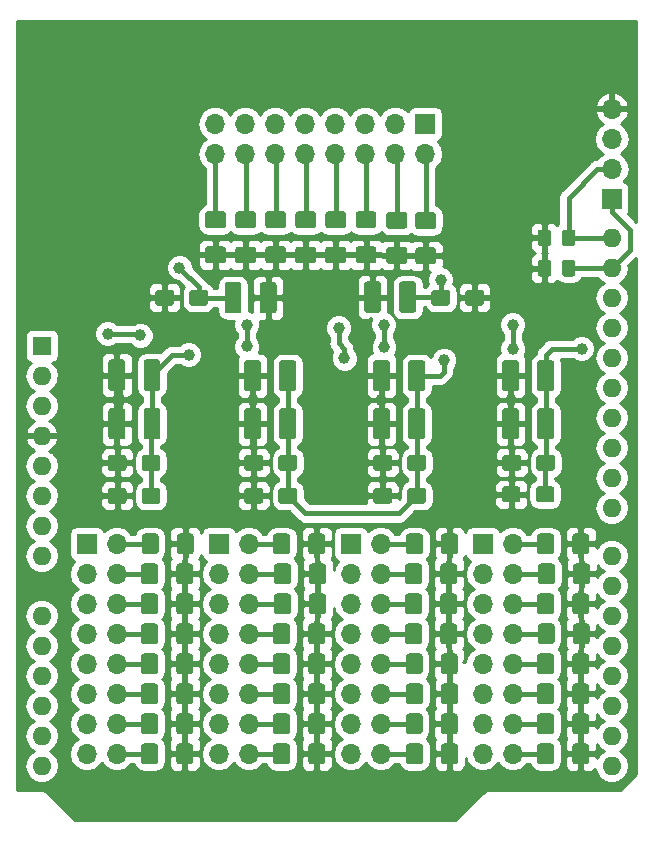
<source format=gbr>
G04 #@! TF.GenerationSoftware,KiCad,Pcbnew,5.0.2-bee76a0~70~ubuntu18.04.1*
G04 #@! TF.CreationDate,2019-02-21T21:15:01-07:00*
G04 #@! TF.ProjectId,adc,6164632e-6b69-4636-9164-5f7063625858,rev?*
G04 #@! TF.SameCoordinates,Original*
G04 #@! TF.FileFunction,Copper,L1,Top*
G04 #@! TF.FilePolarity,Positive*
%FSLAX46Y46*%
G04 Gerber Fmt 4.6, Leading zero omitted, Abs format (unit mm)*
G04 Created by KiCad (PCBNEW 5.0.2-bee76a0~70~ubuntu18.04.1) date Thu 21 Feb 2019 09:15:01 PM MST*
%MOMM*%
%LPD*%
G01*
G04 APERTURE LIST*
G04 #@! TA.AperFunction,ComponentPad*
%ADD10O,1.600000X1.600000*%
G04 #@! TD*
G04 #@! TA.AperFunction,ComponentPad*
%ADD11R,1.600000X1.600000*%
G04 #@! TD*
G04 #@! TA.AperFunction,Conductor*
%ADD12C,0.100000*%
G04 #@! TD*
G04 #@! TA.AperFunction,SMDPad,CuDef*
%ADD13C,1.425000*%
G04 #@! TD*
G04 #@! TA.AperFunction,ComponentPad*
%ADD14R,1.700000X1.700000*%
G04 #@! TD*
G04 #@! TA.AperFunction,ComponentPad*
%ADD15O,1.700000X1.700000*%
G04 #@! TD*
G04 #@! TA.AperFunction,SMDPad,CuDef*
%ADD16C,1.350000*%
G04 #@! TD*
G04 #@! TA.AperFunction,SMDPad,CuDef*
%ADD17C,1.150000*%
G04 #@! TD*
G04 #@! TA.AperFunction,ViaPad*
%ADD18C,1.000000*%
G04 #@! TD*
G04 #@! TA.AperFunction,Conductor*
%ADD19C,0.450000*%
G04 #@! TD*
G04 #@! TA.AperFunction,Conductor*
%ADD20C,0.254000*%
G04 #@! TD*
G04 APERTURE END LIST*
D10*
G04 #@! TO.P,A1,32*
G04 #@! TO.N,SCL*
X263398000Y-99064000D03*
G04 #@! TO.P,A1,31*
G04 #@! TO.N,SDA*
X263398000Y-101604000D03*
D11*
G04 #@! TO.P,A1,1*
G04 #@! TO.N,Net-(A1-Pad1)*
X215138000Y-108204000D03*
D10*
G04 #@! TO.P,A1,17*
G04 #@! TO.N,Net-(A1-Pad17)*
X263398000Y-138684000D03*
G04 #@! TO.P,A1,2*
G04 #@! TO.N,Net-(A1-Pad2)*
X215138000Y-110744000D03*
G04 #@! TO.P,A1,18*
G04 #@! TO.N,Net-(A1-Pad18)*
X263398000Y-136144000D03*
G04 #@! TO.P,A1,3*
G04 #@! TO.N,Net-(A1-Pad3)*
X215138000Y-113284000D03*
G04 #@! TO.P,A1,19*
G04 #@! TO.N,Net-(A1-Pad19)*
X263398000Y-133604000D03*
G04 #@! TO.P,A1,4*
G04 #@! TO.N,3V3*
X215138000Y-115824000D03*
G04 #@! TO.P,A1,20*
G04 #@! TO.N,Net-(A1-Pad20)*
X263398000Y-131064000D03*
G04 #@! TO.P,A1,5*
G04 #@! TO.N,Net-(A1-Pad5)*
X215138000Y-118364000D03*
G04 #@! TO.P,A1,21*
G04 #@! TO.N,Net-(A1-Pad21)*
X263398000Y-128524000D03*
G04 #@! TO.P,A1,6*
G04 #@! TO.N,GND*
X215138000Y-120904000D03*
G04 #@! TO.P,A1,22*
G04 #@! TO.N,Net-(A1-Pad22)*
X263398000Y-125984000D03*
G04 #@! TO.P,A1,7*
G04 #@! TO.N,GND*
X215138000Y-123444000D03*
G04 #@! TO.P,A1,23*
G04 #@! TO.N,Net-(A1-Pad23)*
X263398000Y-121924000D03*
G04 #@! TO.P,A1,8*
G04 #@! TO.N,Net-(A1-Pad8)*
X215138000Y-125984000D03*
G04 #@! TO.P,A1,24*
G04 #@! TO.N,Net-(A1-Pad24)*
X263398000Y-119384000D03*
G04 #@! TO.P,A1,9*
G04 #@! TO.N,Net-(A1-Pad9)*
X215138000Y-131064000D03*
G04 #@! TO.P,A1,25*
G04 #@! TO.N,Net-(A1-Pad25)*
X263398000Y-116844000D03*
G04 #@! TO.P,A1,10*
G04 #@! TO.N,Net-(A1-Pad10)*
X215138000Y-133604000D03*
G04 #@! TO.P,A1,26*
G04 #@! TO.N,Net-(A1-Pad26)*
X263398000Y-114304000D03*
G04 #@! TO.P,A1,11*
G04 #@! TO.N,Net-(A1-Pad11)*
X215138000Y-136144000D03*
G04 #@! TO.P,A1,27*
G04 #@! TO.N,Net-(A1-Pad27)*
X263398000Y-111764000D03*
G04 #@! TO.P,A1,12*
G04 #@! TO.N,Net-(A1-Pad12)*
X215138000Y-138684000D03*
G04 #@! TO.P,A1,28*
G04 #@! TO.N,Net-(A1-Pad28)*
X263398000Y-109224000D03*
G04 #@! TO.P,A1,13*
G04 #@! TO.N,Net-(A1-Pad13)*
X215138000Y-141224000D03*
G04 #@! TO.P,A1,29*
G04 #@! TO.N,GND*
X263398000Y-106684000D03*
G04 #@! TO.P,A1,14*
G04 #@! TO.N,Net-(A1-Pad14)*
X215138000Y-143764000D03*
G04 #@! TO.P,A1,30*
G04 #@! TO.N,Net-(A1-Pad30)*
X263398000Y-104144000D03*
G04 #@! TO.P,A1,15*
G04 #@! TO.N,Net-(A1-Pad15)*
X263398000Y-143764000D03*
G04 #@! TO.P,A1,16*
G04 #@! TO.N,Net-(A1-Pad16)*
X263398000Y-141224000D03*
G04 #@! TD*
D12*
G04 #@! TO.N,3V3*
G04 #@! TO.C,C3*
G36*
X255322004Y-109420204D02*
X255346273Y-109423804D01*
X255370071Y-109429765D01*
X255393171Y-109438030D01*
X255415349Y-109448520D01*
X255436393Y-109461133D01*
X255456098Y-109475747D01*
X255474277Y-109492223D01*
X255490753Y-109510402D01*
X255505367Y-109530107D01*
X255517980Y-109551151D01*
X255528470Y-109573329D01*
X255536735Y-109596429D01*
X255542696Y-109620227D01*
X255546296Y-109644496D01*
X255547500Y-109669000D01*
X255547500Y-111819000D01*
X255546296Y-111843504D01*
X255542696Y-111867773D01*
X255536735Y-111891571D01*
X255528470Y-111914671D01*
X255517980Y-111936849D01*
X255505367Y-111957893D01*
X255490753Y-111977598D01*
X255474277Y-111995777D01*
X255456098Y-112012253D01*
X255436393Y-112026867D01*
X255415349Y-112039480D01*
X255393171Y-112049970D01*
X255370071Y-112058235D01*
X255346273Y-112064196D01*
X255322004Y-112067796D01*
X255297500Y-112069000D01*
X254372500Y-112069000D01*
X254347996Y-112067796D01*
X254323727Y-112064196D01*
X254299929Y-112058235D01*
X254276829Y-112049970D01*
X254254651Y-112039480D01*
X254233607Y-112026867D01*
X254213902Y-112012253D01*
X254195723Y-111995777D01*
X254179247Y-111977598D01*
X254164633Y-111957893D01*
X254152020Y-111936849D01*
X254141530Y-111914671D01*
X254133265Y-111891571D01*
X254127304Y-111867773D01*
X254123704Y-111843504D01*
X254122500Y-111819000D01*
X254122500Y-109669000D01*
X254123704Y-109644496D01*
X254127304Y-109620227D01*
X254133265Y-109596429D01*
X254141530Y-109573329D01*
X254152020Y-109551151D01*
X254164633Y-109530107D01*
X254179247Y-109510402D01*
X254195723Y-109492223D01*
X254213902Y-109475747D01*
X254233607Y-109461133D01*
X254254651Y-109448520D01*
X254276829Y-109438030D01*
X254299929Y-109429765D01*
X254323727Y-109423804D01*
X254347996Y-109420204D01*
X254372500Y-109419000D01*
X255297500Y-109419000D01*
X255322004Y-109420204D01*
X255322004Y-109420204D01*
G37*
D13*
G04 #@! TD*
G04 #@! TO.P,C3,1*
G04 #@! TO.N,3V3*
X254835000Y-110744000D03*
D12*
G04 #@! TO.N,GND*
G04 #@! TO.C,C3*
G36*
X258297004Y-109420204D02*
X258321273Y-109423804D01*
X258345071Y-109429765D01*
X258368171Y-109438030D01*
X258390349Y-109448520D01*
X258411393Y-109461133D01*
X258431098Y-109475747D01*
X258449277Y-109492223D01*
X258465753Y-109510402D01*
X258480367Y-109530107D01*
X258492980Y-109551151D01*
X258503470Y-109573329D01*
X258511735Y-109596429D01*
X258517696Y-109620227D01*
X258521296Y-109644496D01*
X258522500Y-109669000D01*
X258522500Y-111819000D01*
X258521296Y-111843504D01*
X258517696Y-111867773D01*
X258511735Y-111891571D01*
X258503470Y-111914671D01*
X258492980Y-111936849D01*
X258480367Y-111957893D01*
X258465753Y-111977598D01*
X258449277Y-111995777D01*
X258431098Y-112012253D01*
X258411393Y-112026867D01*
X258390349Y-112039480D01*
X258368171Y-112049970D01*
X258345071Y-112058235D01*
X258321273Y-112064196D01*
X258297004Y-112067796D01*
X258272500Y-112069000D01*
X257347500Y-112069000D01*
X257322996Y-112067796D01*
X257298727Y-112064196D01*
X257274929Y-112058235D01*
X257251829Y-112049970D01*
X257229651Y-112039480D01*
X257208607Y-112026867D01*
X257188902Y-112012253D01*
X257170723Y-111995777D01*
X257154247Y-111977598D01*
X257139633Y-111957893D01*
X257127020Y-111936849D01*
X257116530Y-111914671D01*
X257108265Y-111891571D01*
X257102304Y-111867773D01*
X257098704Y-111843504D01*
X257097500Y-111819000D01*
X257097500Y-109669000D01*
X257098704Y-109644496D01*
X257102304Y-109620227D01*
X257108265Y-109596429D01*
X257116530Y-109573329D01*
X257127020Y-109551151D01*
X257139633Y-109530107D01*
X257154247Y-109510402D01*
X257170723Y-109492223D01*
X257188902Y-109475747D01*
X257208607Y-109461133D01*
X257229651Y-109448520D01*
X257251829Y-109438030D01*
X257274929Y-109429765D01*
X257298727Y-109423804D01*
X257322996Y-109420204D01*
X257347500Y-109419000D01*
X258272500Y-109419000D01*
X258297004Y-109420204D01*
X258297004Y-109420204D01*
G37*
D13*
G04 #@! TD*
G04 #@! TO.P,C3,2*
G04 #@! TO.N,GND*
X257810000Y-110744000D03*
D12*
G04 #@! TO.N,GND*
G04 #@! TO.C,C4*
G36*
X258297004Y-113484204D02*
X258321273Y-113487804D01*
X258345071Y-113493765D01*
X258368171Y-113502030D01*
X258390349Y-113512520D01*
X258411393Y-113525133D01*
X258431098Y-113539747D01*
X258449277Y-113556223D01*
X258465753Y-113574402D01*
X258480367Y-113594107D01*
X258492980Y-113615151D01*
X258503470Y-113637329D01*
X258511735Y-113660429D01*
X258517696Y-113684227D01*
X258521296Y-113708496D01*
X258522500Y-113733000D01*
X258522500Y-115883000D01*
X258521296Y-115907504D01*
X258517696Y-115931773D01*
X258511735Y-115955571D01*
X258503470Y-115978671D01*
X258492980Y-116000849D01*
X258480367Y-116021893D01*
X258465753Y-116041598D01*
X258449277Y-116059777D01*
X258431098Y-116076253D01*
X258411393Y-116090867D01*
X258390349Y-116103480D01*
X258368171Y-116113970D01*
X258345071Y-116122235D01*
X258321273Y-116128196D01*
X258297004Y-116131796D01*
X258272500Y-116133000D01*
X257347500Y-116133000D01*
X257322996Y-116131796D01*
X257298727Y-116128196D01*
X257274929Y-116122235D01*
X257251829Y-116113970D01*
X257229651Y-116103480D01*
X257208607Y-116090867D01*
X257188902Y-116076253D01*
X257170723Y-116059777D01*
X257154247Y-116041598D01*
X257139633Y-116021893D01*
X257127020Y-116000849D01*
X257116530Y-115978671D01*
X257108265Y-115955571D01*
X257102304Y-115931773D01*
X257098704Y-115907504D01*
X257097500Y-115883000D01*
X257097500Y-113733000D01*
X257098704Y-113708496D01*
X257102304Y-113684227D01*
X257108265Y-113660429D01*
X257116530Y-113637329D01*
X257127020Y-113615151D01*
X257139633Y-113594107D01*
X257154247Y-113574402D01*
X257170723Y-113556223D01*
X257188902Y-113539747D01*
X257208607Y-113525133D01*
X257229651Y-113512520D01*
X257251829Y-113502030D01*
X257274929Y-113493765D01*
X257298727Y-113487804D01*
X257322996Y-113484204D01*
X257347500Y-113483000D01*
X258272500Y-113483000D01*
X258297004Y-113484204D01*
X258297004Y-113484204D01*
G37*
D13*
G04 #@! TD*
G04 #@! TO.P,C4,2*
G04 #@! TO.N,GND*
X257810000Y-114808000D03*
D12*
G04 #@! TO.N,3V3*
G04 #@! TO.C,C4*
G36*
X255322004Y-113484204D02*
X255346273Y-113487804D01*
X255370071Y-113493765D01*
X255393171Y-113502030D01*
X255415349Y-113512520D01*
X255436393Y-113525133D01*
X255456098Y-113539747D01*
X255474277Y-113556223D01*
X255490753Y-113574402D01*
X255505367Y-113594107D01*
X255517980Y-113615151D01*
X255528470Y-113637329D01*
X255536735Y-113660429D01*
X255542696Y-113684227D01*
X255546296Y-113708496D01*
X255547500Y-113733000D01*
X255547500Y-115883000D01*
X255546296Y-115907504D01*
X255542696Y-115931773D01*
X255536735Y-115955571D01*
X255528470Y-115978671D01*
X255517980Y-116000849D01*
X255505367Y-116021893D01*
X255490753Y-116041598D01*
X255474277Y-116059777D01*
X255456098Y-116076253D01*
X255436393Y-116090867D01*
X255415349Y-116103480D01*
X255393171Y-116113970D01*
X255370071Y-116122235D01*
X255346273Y-116128196D01*
X255322004Y-116131796D01*
X255297500Y-116133000D01*
X254372500Y-116133000D01*
X254347996Y-116131796D01*
X254323727Y-116128196D01*
X254299929Y-116122235D01*
X254276829Y-116113970D01*
X254254651Y-116103480D01*
X254233607Y-116090867D01*
X254213902Y-116076253D01*
X254195723Y-116059777D01*
X254179247Y-116041598D01*
X254164633Y-116021893D01*
X254152020Y-116000849D01*
X254141530Y-115978671D01*
X254133265Y-115955571D01*
X254127304Y-115931773D01*
X254123704Y-115907504D01*
X254122500Y-115883000D01*
X254122500Y-113733000D01*
X254123704Y-113708496D01*
X254127304Y-113684227D01*
X254133265Y-113660429D01*
X254141530Y-113637329D01*
X254152020Y-113615151D01*
X254164633Y-113594107D01*
X254179247Y-113574402D01*
X254195723Y-113556223D01*
X254213902Y-113539747D01*
X254233607Y-113525133D01*
X254254651Y-113512520D01*
X254276829Y-113502030D01*
X254299929Y-113493765D01*
X254323727Y-113487804D01*
X254347996Y-113484204D01*
X254372500Y-113483000D01*
X255297500Y-113483000D01*
X255322004Y-113484204D01*
X255322004Y-113484204D01*
G37*
D13*
G04 #@! TD*
G04 #@! TO.P,C4,1*
G04 #@! TO.N,3V3*
X254835000Y-114808000D03*
D12*
G04 #@! TO.N,GND*
G04 #@! TO.C,C6*
G36*
X247375004Y-113484204D02*
X247399273Y-113487804D01*
X247423071Y-113493765D01*
X247446171Y-113502030D01*
X247468349Y-113512520D01*
X247489393Y-113525133D01*
X247509098Y-113539747D01*
X247527277Y-113556223D01*
X247543753Y-113574402D01*
X247558367Y-113594107D01*
X247570980Y-113615151D01*
X247581470Y-113637329D01*
X247589735Y-113660429D01*
X247595696Y-113684227D01*
X247599296Y-113708496D01*
X247600500Y-113733000D01*
X247600500Y-115883000D01*
X247599296Y-115907504D01*
X247595696Y-115931773D01*
X247589735Y-115955571D01*
X247581470Y-115978671D01*
X247570980Y-116000849D01*
X247558367Y-116021893D01*
X247543753Y-116041598D01*
X247527277Y-116059777D01*
X247509098Y-116076253D01*
X247489393Y-116090867D01*
X247468349Y-116103480D01*
X247446171Y-116113970D01*
X247423071Y-116122235D01*
X247399273Y-116128196D01*
X247375004Y-116131796D01*
X247350500Y-116133000D01*
X246425500Y-116133000D01*
X246400996Y-116131796D01*
X246376727Y-116128196D01*
X246352929Y-116122235D01*
X246329829Y-116113970D01*
X246307651Y-116103480D01*
X246286607Y-116090867D01*
X246266902Y-116076253D01*
X246248723Y-116059777D01*
X246232247Y-116041598D01*
X246217633Y-116021893D01*
X246205020Y-116000849D01*
X246194530Y-115978671D01*
X246186265Y-115955571D01*
X246180304Y-115931773D01*
X246176704Y-115907504D01*
X246175500Y-115883000D01*
X246175500Y-113733000D01*
X246176704Y-113708496D01*
X246180304Y-113684227D01*
X246186265Y-113660429D01*
X246194530Y-113637329D01*
X246205020Y-113615151D01*
X246217633Y-113594107D01*
X246232247Y-113574402D01*
X246248723Y-113556223D01*
X246266902Y-113539747D01*
X246286607Y-113525133D01*
X246307651Y-113512520D01*
X246329829Y-113502030D01*
X246352929Y-113493765D01*
X246376727Y-113487804D01*
X246400996Y-113484204D01*
X246425500Y-113483000D01*
X247350500Y-113483000D01*
X247375004Y-113484204D01*
X247375004Y-113484204D01*
G37*
D13*
G04 #@! TD*
G04 #@! TO.P,C6,1*
G04 #@! TO.N,GND*
X246888000Y-114808000D03*
D12*
G04 #@! TO.N,3V3*
G04 #@! TO.C,C6*
G36*
X244400004Y-113484204D02*
X244424273Y-113487804D01*
X244448071Y-113493765D01*
X244471171Y-113502030D01*
X244493349Y-113512520D01*
X244514393Y-113525133D01*
X244534098Y-113539747D01*
X244552277Y-113556223D01*
X244568753Y-113574402D01*
X244583367Y-113594107D01*
X244595980Y-113615151D01*
X244606470Y-113637329D01*
X244614735Y-113660429D01*
X244620696Y-113684227D01*
X244624296Y-113708496D01*
X244625500Y-113733000D01*
X244625500Y-115883000D01*
X244624296Y-115907504D01*
X244620696Y-115931773D01*
X244614735Y-115955571D01*
X244606470Y-115978671D01*
X244595980Y-116000849D01*
X244583367Y-116021893D01*
X244568753Y-116041598D01*
X244552277Y-116059777D01*
X244534098Y-116076253D01*
X244514393Y-116090867D01*
X244493349Y-116103480D01*
X244471171Y-116113970D01*
X244448071Y-116122235D01*
X244424273Y-116128196D01*
X244400004Y-116131796D01*
X244375500Y-116133000D01*
X243450500Y-116133000D01*
X243425996Y-116131796D01*
X243401727Y-116128196D01*
X243377929Y-116122235D01*
X243354829Y-116113970D01*
X243332651Y-116103480D01*
X243311607Y-116090867D01*
X243291902Y-116076253D01*
X243273723Y-116059777D01*
X243257247Y-116041598D01*
X243242633Y-116021893D01*
X243230020Y-116000849D01*
X243219530Y-115978671D01*
X243211265Y-115955571D01*
X243205304Y-115931773D01*
X243201704Y-115907504D01*
X243200500Y-115883000D01*
X243200500Y-113733000D01*
X243201704Y-113708496D01*
X243205304Y-113684227D01*
X243211265Y-113660429D01*
X243219530Y-113637329D01*
X243230020Y-113615151D01*
X243242633Y-113594107D01*
X243257247Y-113574402D01*
X243273723Y-113556223D01*
X243291902Y-113539747D01*
X243311607Y-113525133D01*
X243332651Y-113512520D01*
X243354829Y-113502030D01*
X243377929Y-113493765D01*
X243401727Y-113487804D01*
X243425996Y-113484204D01*
X243450500Y-113483000D01*
X244375500Y-113483000D01*
X244400004Y-113484204D01*
X244400004Y-113484204D01*
G37*
D13*
G04 #@! TD*
G04 #@! TO.P,C6,2*
G04 #@! TO.N,3V3*
X243913000Y-114808000D03*
D12*
G04 #@! TO.N,3V3*
G04 #@! TO.C,C8*
G36*
X244400004Y-109420204D02*
X244424273Y-109423804D01*
X244448071Y-109429765D01*
X244471171Y-109438030D01*
X244493349Y-109448520D01*
X244514393Y-109461133D01*
X244534098Y-109475747D01*
X244552277Y-109492223D01*
X244568753Y-109510402D01*
X244583367Y-109530107D01*
X244595980Y-109551151D01*
X244606470Y-109573329D01*
X244614735Y-109596429D01*
X244620696Y-109620227D01*
X244624296Y-109644496D01*
X244625500Y-109669000D01*
X244625500Y-111819000D01*
X244624296Y-111843504D01*
X244620696Y-111867773D01*
X244614735Y-111891571D01*
X244606470Y-111914671D01*
X244595980Y-111936849D01*
X244583367Y-111957893D01*
X244568753Y-111977598D01*
X244552277Y-111995777D01*
X244534098Y-112012253D01*
X244514393Y-112026867D01*
X244493349Y-112039480D01*
X244471171Y-112049970D01*
X244448071Y-112058235D01*
X244424273Y-112064196D01*
X244400004Y-112067796D01*
X244375500Y-112069000D01*
X243450500Y-112069000D01*
X243425996Y-112067796D01*
X243401727Y-112064196D01*
X243377929Y-112058235D01*
X243354829Y-112049970D01*
X243332651Y-112039480D01*
X243311607Y-112026867D01*
X243291902Y-112012253D01*
X243273723Y-111995777D01*
X243257247Y-111977598D01*
X243242633Y-111957893D01*
X243230020Y-111936849D01*
X243219530Y-111914671D01*
X243211265Y-111891571D01*
X243205304Y-111867773D01*
X243201704Y-111843504D01*
X243200500Y-111819000D01*
X243200500Y-109669000D01*
X243201704Y-109644496D01*
X243205304Y-109620227D01*
X243211265Y-109596429D01*
X243219530Y-109573329D01*
X243230020Y-109551151D01*
X243242633Y-109530107D01*
X243257247Y-109510402D01*
X243273723Y-109492223D01*
X243291902Y-109475747D01*
X243311607Y-109461133D01*
X243332651Y-109448520D01*
X243354829Y-109438030D01*
X243377929Y-109429765D01*
X243401727Y-109423804D01*
X243425996Y-109420204D01*
X243450500Y-109419000D01*
X244375500Y-109419000D01*
X244400004Y-109420204D01*
X244400004Y-109420204D01*
G37*
D13*
G04 #@! TD*
G04 #@! TO.P,C8,2*
G04 #@! TO.N,3V3*
X243913000Y-110744000D03*
D12*
G04 #@! TO.N,GND*
G04 #@! TO.C,C8*
G36*
X247375004Y-109420204D02*
X247399273Y-109423804D01*
X247423071Y-109429765D01*
X247446171Y-109438030D01*
X247468349Y-109448520D01*
X247489393Y-109461133D01*
X247509098Y-109475747D01*
X247527277Y-109492223D01*
X247543753Y-109510402D01*
X247558367Y-109530107D01*
X247570980Y-109551151D01*
X247581470Y-109573329D01*
X247589735Y-109596429D01*
X247595696Y-109620227D01*
X247599296Y-109644496D01*
X247600500Y-109669000D01*
X247600500Y-111819000D01*
X247599296Y-111843504D01*
X247595696Y-111867773D01*
X247589735Y-111891571D01*
X247581470Y-111914671D01*
X247570980Y-111936849D01*
X247558367Y-111957893D01*
X247543753Y-111977598D01*
X247527277Y-111995777D01*
X247509098Y-112012253D01*
X247489393Y-112026867D01*
X247468349Y-112039480D01*
X247446171Y-112049970D01*
X247423071Y-112058235D01*
X247399273Y-112064196D01*
X247375004Y-112067796D01*
X247350500Y-112069000D01*
X246425500Y-112069000D01*
X246400996Y-112067796D01*
X246376727Y-112064196D01*
X246352929Y-112058235D01*
X246329829Y-112049970D01*
X246307651Y-112039480D01*
X246286607Y-112026867D01*
X246266902Y-112012253D01*
X246248723Y-111995777D01*
X246232247Y-111977598D01*
X246217633Y-111957893D01*
X246205020Y-111936849D01*
X246194530Y-111914671D01*
X246186265Y-111891571D01*
X246180304Y-111867773D01*
X246176704Y-111843504D01*
X246175500Y-111819000D01*
X246175500Y-109669000D01*
X246176704Y-109644496D01*
X246180304Y-109620227D01*
X246186265Y-109596429D01*
X246194530Y-109573329D01*
X246205020Y-109551151D01*
X246217633Y-109530107D01*
X246232247Y-109510402D01*
X246248723Y-109492223D01*
X246266902Y-109475747D01*
X246286607Y-109461133D01*
X246307651Y-109448520D01*
X246329829Y-109438030D01*
X246352929Y-109429765D01*
X246376727Y-109423804D01*
X246400996Y-109420204D01*
X246425500Y-109419000D01*
X247350500Y-109419000D01*
X247375004Y-109420204D01*
X247375004Y-109420204D01*
G37*
D13*
G04 #@! TD*
G04 #@! TO.P,C8,1*
G04 #@! TO.N,GND*
X246888000Y-110744000D03*
D12*
G04 #@! TO.N,3V3*
G04 #@! TO.C,C11*
G36*
X233478004Y-113484204D02*
X233502273Y-113487804D01*
X233526071Y-113493765D01*
X233549171Y-113502030D01*
X233571349Y-113512520D01*
X233592393Y-113525133D01*
X233612098Y-113539747D01*
X233630277Y-113556223D01*
X233646753Y-113574402D01*
X233661367Y-113594107D01*
X233673980Y-113615151D01*
X233684470Y-113637329D01*
X233692735Y-113660429D01*
X233698696Y-113684227D01*
X233702296Y-113708496D01*
X233703500Y-113733000D01*
X233703500Y-115883000D01*
X233702296Y-115907504D01*
X233698696Y-115931773D01*
X233692735Y-115955571D01*
X233684470Y-115978671D01*
X233673980Y-116000849D01*
X233661367Y-116021893D01*
X233646753Y-116041598D01*
X233630277Y-116059777D01*
X233612098Y-116076253D01*
X233592393Y-116090867D01*
X233571349Y-116103480D01*
X233549171Y-116113970D01*
X233526071Y-116122235D01*
X233502273Y-116128196D01*
X233478004Y-116131796D01*
X233453500Y-116133000D01*
X232528500Y-116133000D01*
X232503996Y-116131796D01*
X232479727Y-116128196D01*
X232455929Y-116122235D01*
X232432829Y-116113970D01*
X232410651Y-116103480D01*
X232389607Y-116090867D01*
X232369902Y-116076253D01*
X232351723Y-116059777D01*
X232335247Y-116041598D01*
X232320633Y-116021893D01*
X232308020Y-116000849D01*
X232297530Y-115978671D01*
X232289265Y-115955571D01*
X232283304Y-115931773D01*
X232279704Y-115907504D01*
X232278500Y-115883000D01*
X232278500Y-113733000D01*
X232279704Y-113708496D01*
X232283304Y-113684227D01*
X232289265Y-113660429D01*
X232297530Y-113637329D01*
X232308020Y-113615151D01*
X232320633Y-113594107D01*
X232335247Y-113574402D01*
X232351723Y-113556223D01*
X232369902Y-113539747D01*
X232389607Y-113525133D01*
X232410651Y-113512520D01*
X232432829Y-113502030D01*
X232455929Y-113493765D01*
X232479727Y-113487804D01*
X232503996Y-113484204D01*
X232528500Y-113483000D01*
X233453500Y-113483000D01*
X233478004Y-113484204D01*
X233478004Y-113484204D01*
G37*
D13*
G04 #@! TD*
G04 #@! TO.P,C11,1*
G04 #@! TO.N,3V3*
X232991000Y-114808000D03*
D12*
G04 #@! TO.N,GND*
G04 #@! TO.C,C11*
G36*
X236453004Y-113484204D02*
X236477273Y-113487804D01*
X236501071Y-113493765D01*
X236524171Y-113502030D01*
X236546349Y-113512520D01*
X236567393Y-113525133D01*
X236587098Y-113539747D01*
X236605277Y-113556223D01*
X236621753Y-113574402D01*
X236636367Y-113594107D01*
X236648980Y-113615151D01*
X236659470Y-113637329D01*
X236667735Y-113660429D01*
X236673696Y-113684227D01*
X236677296Y-113708496D01*
X236678500Y-113733000D01*
X236678500Y-115883000D01*
X236677296Y-115907504D01*
X236673696Y-115931773D01*
X236667735Y-115955571D01*
X236659470Y-115978671D01*
X236648980Y-116000849D01*
X236636367Y-116021893D01*
X236621753Y-116041598D01*
X236605277Y-116059777D01*
X236587098Y-116076253D01*
X236567393Y-116090867D01*
X236546349Y-116103480D01*
X236524171Y-116113970D01*
X236501071Y-116122235D01*
X236477273Y-116128196D01*
X236453004Y-116131796D01*
X236428500Y-116133000D01*
X235503500Y-116133000D01*
X235478996Y-116131796D01*
X235454727Y-116128196D01*
X235430929Y-116122235D01*
X235407829Y-116113970D01*
X235385651Y-116103480D01*
X235364607Y-116090867D01*
X235344902Y-116076253D01*
X235326723Y-116059777D01*
X235310247Y-116041598D01*
X235295633Y-116021893D01*
X235283020Y-116000849D01*
X235272530Y-115978671D01*
X235264265Y-115955571D01*
X235258304Y-115931773D01*
X235254704Y-115907504D01*
X235253500Y-115883000D01*
X235253500Y-113733000D01*
X235254704Y-113708496D01*
X235258304Y-113684227D01*
X235264265Y-113660429D01*
X235272530Y-113637329D01*
X235283020Y-113615151D01*
X235295633Y-113594107D01*
X235310247Y-113574402D01*
X235326723Y-113556223D01*
X235344902Y-113539747D01*
X235364607Y-113525133D01*
X235385651Y-113512520D01*
X235407829Y-113502030D01*
X235430929Y-113493765D01*
X235454727Y-113487804D01*
X235478996Y-113484204D01*
X235503500Y-113483000D01*
X236428500Y-113483000D01*
X236453004Y-113484204D01*
X236453004Y-113484204D01*
G37*
D13*
G04 #@! TD*
G04 #@! TO.P,C11,2*
G04 #@! TO.N,GND*
X235966000Y-114808000D03*
D12*
G04 #@! TO.N,GND*
G04 #@! TO.C,C12*
G36*
X236453004Y-109420204D02*
X236477273Y-109423804D01*
X236501071Y-109429765D01*
X236524171Y-109438030D01*
X236546349Y-109448520D01*
X236567393Y-109461133D01*
X236587098Y-109475747D01*
X236605277Y-109492223D01*
X236621753Y-109510402D01*
X236636367Y-109530107D01*
X236648980Y-109551151D01*
X236659470Y-109573329D01*
X236667735Y-109596429D01*
X236673696Y-109620227D01*
X236677296Y-109644496D01*
X236678500Y-109669000D01*
X236678500Y-111819000D01*
X236677296Y-111843504D01*
X236673696Y-111867773D01*
X236667735Y-111891571D01*
X236659470Y-111914671D01*
X236648980Y-111936849D01*
X236636367Y-111957893D01*
X236621753Y-111977598D01*
X236605277Y-111995777D01*
X236587098Y-112012253D01*
X236567393Y-112026867D01*
X236546349Y-112039480D01*
X236524171Y-112049970D01*
X236501071Y-112058235D01*
X236477273Y-112064196D01*
X236453004Y-112067796D01*
X236428500Y-112069000D01*
X235503500Y-112069000D01*
X235478996Y-112067796D01*
X235454727Y-112064196D01*
X235430929Y-112058235D01*
X235407829Y-112049970D01*
X235385651Y-112039480D01*
X235364607Y-112026867D01*
X235344902Y-112012253D01*
X235326723Y-111995777D01*
X235310247Y-111977598D01*
X235295633Y-111957893D01*
X235283020Y-111936849D01*
X235272530Y-111914671D01*
X235264265Y-111891571D01*
X235258304Y-111867773D01*
X235254704Y-111843504D01*
X235253500Y-111819000D01*
X235253500Y-109669000D01*
X235254704Y-109644496D01*
X235258304Y-109620227D01*
X235264265Y-109596429D01*
X235272530Y-109573329D01*
X235283020Y-109551151D01*
X235295633Y-109530107D01*
X235310247Y-109510402D01*
X235326723Y-109492223D01*
X235344902Y-109475747D01*
X235364607Y-109461133D01*
X235385651Y-109448520D01*
X235407829Y-109438030D01*
X235430929Y-109429765D01*
X235454727Y-109423804D01*
X235478996Y-109420204D01*
X235503500Y-109419000D01*
X236428500Y-109419000D01*
X236453004Y-109420204D01*
X236453004Y-109420204D01*
G37*
D13*
G04 #@! TD*
G04 #@! TO.P,C12,2*
G04 #@! TO.N,GND*
X235966000Y-110744000D03*
D12*
G04 #@! TO.N,3V3*
G04 #@! TO.C,C12*
G36*
X233478004Y-109420204D02*
X233502273Y-109423804D01*
X233526071Y-109429765D01*
X233549171Y-109438030D01*
X233571349Y-109448520D01*
X233592393Y-109461133D01*
X233612098Y-109475747D01*
X233630277Y-109492223D01*
X233646753Y-109510402D01*
X233661367Y-109530107D01*
X233673980Y-109551151D01*
X233684470Y-109573329D01*
X233692735Y-109596429D01*
X233698696Y-109620227D01*
X233702296Y-109644496D01*
X233703500Y-109669000D01*
X233703500Y-111819000D01*
X233702296Y-111843504D01*
X233698696Y-111867773D01*
X233692735Y-111891571D01*
X233684470Y-111914671D01*
X233673980Y-111936849D01*
X233661367Y-111957893D01*
X233646753Y-111977598D01*
X233630277Y-111995777D01*
X233612098Y-112012253D01*
X233592393Y-112026867D01*
X233571349Y-112039480D01*
X233549171Y-112049970D01*
X233526071Y-112058235D01*
X233502273Y-112064196D01*
X233478004Y-112067796D01*
X233453500Y-112069000D01*
X232528500Y-112069000D01*
X232503996Y-112067796D01*
X232479727Y-112064196D01*
X232455929Y-112058235D01*
X232432829Y-112049970D01*
X232410651Y-112039480D01*
X232389607Y-112026867D01*
X232369902Y-112012253D01*
X232351723Y-111995777D01*
X232335247Y-111977598D01*
X232320633Y-111957893D01*
X232308020Y-111936849D01*
X232297530Y-111914671D01*
X232289265Y-111891571D01*
X232283304Y-111867773D01*
X232279704Y-111843504D01*
X232278500Y-111819000D01*
X232278500Y-109669000D01*
X232279704Y-109644496D01*
X232283304Y-109620227D01*
X232289265Y-109596429D01*
X232297530Y-109573329D01*
X232308020Y-109551151D01*
X232320633Y-109530107D01*
X232335247Y-109510402D01*
X232351723Y-109492223D01*
X232369902Y-109475747D01*
X232389607Y-109461133D01*
X232410651Y-109448520D01*
X232432829Y-109438030D01*
X232455929Y-109429765D01*
X232479727Y-109423804D01*
X232503996Y-109420204D01*
X232528500Y-109419000D01*
X233453500Y-109419000D01*
X233478004Y-109420204D01*
X233478004Y-109420204D01*
G37*
D13*
G04 #@! TD*
G04 #@! TO.P,C12,1*
G04 #@! TO.N,3V3*
X232991000Y-110744000D03*
D12*
G04 #@! TO.N,3V3*
G04 #@! TO.C,C14*
G36*
X221984504Y-113484204D02*
X222008773Y-113487804D01*
X222032571Y-113493765D01*
X222055671Y-113502030D01*
X222077849Y-113512520D01*
X222098893Y-113525133D01*
X222118598Y-113539747D01*
X222136777Y-113556223D01*
X222153253Y-113574402D01*
X222167867Y-113594107D01*
X222180480Y-113615151D01*
X222190970Y-113637329D01*
X222199235Y-113660429D01*
X222205196Y-113684227D01*
X222208796Y-113708496D01*
X222210000Y-113733000D01*
X222210000Y-115883000D01*
X222208796Y-115907504D01*
X222205196Y-115931773D01*
X222199235Y-115955571D01*
X222190970Y-115978671D01*
X222180480Y-116000849D01*
X222167867Y-116021893D01*
X222153253Y-116041598D01*
X222136777Y-116059777D01*
X222118598Y-116076253D01*
X222098893Y-116090867D01*
X222077849Y-116103480D01*
X222055671Y-116113970D01*
X222032571Y-116122235D01*
X222008773Y-116128196D01*
X221984504Y-116131796D01*
X221960000Y-116133000D01*
X221035000Y-116133000D01*
X221010496Y-116131796D01*
X220986227Y-116128196D01*
X220962429Y-116122235D01*
X220939329Y-116113970D01*
X220917151Y-116103480D01*
X220896107Y-116090867D01*
X220876402Y-116076253D01*
X220858223Y-116059777D01*
X220841747Y-116041598D01*
X220827133Y-116021893D01*
X220814520Y-116000849D01*
X220804030Y-115978671D01*
X220795765Y-115955571D01*
X220789804Y-115931773D01*
X220786204Y-115907504D01*
X220785000Y-115883000D01*
X220785000Y-113733000D01*
X220786204Y-113708496D01*
X220789804Y-113684227D01*
X220795765Y-113660429D01*
X220804030Y-113637329D01*
X220814520Y-113615151D01*
X220827133Y-113594107D01*
X220841747Y-113574402D01*
X220858223Y-113556223D01*
X220876402Y-113539747D01*
X220896107Y-113525133D01*
X220917151Y-113512520D01*
X220939329Y-113502030D01*
X220962429Y-113493765D01*
X220986227Y-113487804D01*
X221010496Y-113484204D01*
X221035000Y-113483000D01*
X221960000Y-113483000D01*
X221984504Y-113484204D01*
X221984504Y-113484204D01*
G37*
D13*
G04 #@! TD*
G04 #@! TO.P,C14,2*
G04 #@! TO.N,3V3*
X221497500Y-114808000D03*
D12*
G04 #@! TO.N,GND*
G04 #@! TO.C,C14*
G36*
X224959504Y-113484204D02*
X224983773Y-113487804D01*
X225007571Y-113493765D01*
X225030671Y-113502030D01*
X225052849Y-113512520D01*
X225073893Y-113525133D01*
X225093598Y-113539747D01*
X225111777Y-113556223D01*
X225128253Y-113574402D01*
X225142867Y-113594107D01*
X225155480Y-113615151D01*
X225165970Y-113637329D01*
X225174235Y-113660429D01*
X225180196Y-113684227D01*
X225183796Y-113708496D01*
X225185000Y-113733000D01*
X225185000Y-115883000D01*
X225183796Y-115907504D01*
X225180196Y-115931773D01*
X225174235Y-115955571D01*
X225165970Y-115978671D01*
X225155480Y-116000849D01*
X225142867Y-116021893D01*
X225128253Y-116041598D01*
X225111777Y-116059777D01*
X225093598Y-116076253D01*
X225073893Y-116090867D01*
X225052849Y-116103480D01*
X225030671Y-116113970D01*
X225007571Y-116122235D01*
X224983773Y-116128196D01*
X224959504Y-116131796D01*
X224935000Y-116133000D01*
X224010000Y-116133000D01*
X223985496Y-116131796D01*
X223961227Y-116128196D01*
X223937429Y-116122235D01*
X223914329Y-116113970D01*
X223892151Y-116103480D01*
X223871107Y-116090867D01*
X223851402Y-116076253D01*
X223833223Y-116059777D01*
X223816747Y-116041598D01*
X223802133Y-116021893D01*
X223789520Y-116000849D01*
X223779030Y-115978671D01*
X223770765Y-115955571D01*
X223764804Y-115931773D01*
X223761204Y-115907504D01*
X223760000Y-115883000D01*
X223760000Y-113733000D01*
X223761204Y-113708496D01*
X223764804Y-113684227D01*
X223770765Y-113660429D01*
X223779030Y-113637329D01*
X223789520Y-113615151D01*
X223802133Y-113594107D01*
X223816747Y-113574402D01*
X223833223Y-113556223D01*
X223851402Y-113539747D01*
X223871107Y-113525133D01*
X223892151Y-113512520D01*
X223914329Y-113502030D01*
X223937429Y-113493765D01*
X223961227Y-113487804D01*
X223985496Y-113484204D01*
X224010000Y-113483000D01*
X224935000Y-113483000D01*
X224959504Y-113484204D01*
X224959504Y-113484204D01*
G37*
D13*
G04 #@! TD*
G04 #@! TO.P,C14,1*
G04 #@! TO.N,GND*
X224472500Y-114808000D03*
D12*
G04 #@! TO.N,GND*
G04 #@! TO.C,C16*
G36*
X224959504Y-109356704D02*
X224983773Y-109360304D01*
X225007571Y-109366265D01*
X225030671Y-109374530D01*
X225052849Y-109385020D01*
X225073893Y-109397633D01*
X225093598Y-109412247D01*
X225111777Y-109428723D01*
X225128253Y-109446902D01*
X225142867Y-109466607D01*
X225155480Y-109487651D01*
X225165970Y-109509829D01*
X225174235Y-109532929D01*
X225180196Y-109556727D01*
X225183796Y-109580996D01*
X225185000Y-109605500D01*
X225185000Y-111755500D01*
X225183796Y-111780004D01*
X225180196Y-111804273D01*
X225174235Y-111828071D01*
X225165970Y-111851171D01*
X225155480Y-111873349D01*
X225142867Y-111894393D01*
X225128253Y-111914098D01*
X225111777Y-111932277D01*
X225093598Y-111948753D01*
X225073893Y-111963367D01*
X225052849Y-111975980D01*
X225030671Y-111986470D01*
X225007571Y-111994735D01*
X224983773Y-112000696D01*
X224959504Y-112004296D01*
X224935000Y-112005500D01*
X224010000Y-112005500D01*
X223985496Y-112004296D01*
X223961227Y-112000696D01*
X223937429Y-111994735D01*
X223914329Y-111986470D01*
X223892151Y-111975980D01*
X223871107Y-111963367D01*
X223851402Y-111948753D01*
X223833223Y-111932277D01*
X223816747Y-111914098D01*
X223802133Y-111894393D01*
X223789520Y-111873349D01*
X223779030Y-111851171D01*
X223770765Y-111828071D01*
X223764804Y-111804273D01*
X223761204Y-111780004D01*
X223760000Y-111755500D01*
X223760000Y-109605500D01*
X223761204Y-109580996D01*
X223764804Y-109556727D01*
X223770765Y-109532929D01*
X223779030Y-109509829D01*
X223789520Y-109487651D01*
X223802133Y-109466607D01*
X223816747Y-109446902D01*
X223833223Y-109428723D01*
X223851402Y-109412247D01*
X223871107Y-109397633D01*
X223892151Y-109385020D01*
X223914329Y-109374530D01*
X223937429Y-109366265D01*
X223961227Y-109360304D01*
X223985496Y-109356704D01*
X224010000Y-109355500D01*
X224935000Y-109355500D01*
X224959504Y-109356704D01*
X224959504Y-109356704D01*
G37*
D13*
G04 #@! TD*
G04 #@! TO.P,C16,1*
G04 #@! TO.N,GND*
X224472500Y-110680500D03*
D12*
G04 #@! TO.N,3V3*
G04 #@! TO.C,C16*
G36*
X221984504Y-109356704D02*
X222008773Y-109360304D01*
X222032571Y-109366265D01*
X222055671Y-109374530D01*
X222077849Y-109385020D01*
X222098893Y-109397633D01*
X222118598Y-109412247D01*
X222136777Y-109428723D01*
X222153253Y-109446902D01*
X222167867Y-109466607D01*
X222180480Y-109487651D01*
X222190970Y-109509829D01*
X222199235Y-109532929D01*
X222205196Y-109556727D01*
X222208796Y-109580996D01*
X222210000Y-109605500D01*
X222210000Y-111755500D01*
X222208796Y-111780004D01*
X222205196Y-111804273D01*
X222199235Y-111828071D01*
X222190970Y-111851171D01*
X222180480Y-111873349D01*
X222167867Y-111894393D01*
X222153253Y-111914098D01*
X222136777Y-111932277D01*
X222118598Y-111948753D01*
X222098893Y-111963367D01*
X222077849Y-111975980D01*
X222055671Y-111986470D01*
X222032571Y-111994735D01*
X222008773Y-112000696D01*
X221984504Y-112004296D01*
X221960000Y-112005500D01*
X221035000Y-112005500D01*
X221010496Y-112004296D01*
X220986227Y-112000696D01*
X220962429Y-111994735D01*
X220939329Y-111986470D01*
X220917151Y-111975980D01*
X220896107Y-111963367D01*
X220876402Y-111948753D01*
X220858223Y-111932277D01*
X220841747Y-111914098D01*
X220827133Y-111894393D01*
X220814520Y-111873349D01*
X220804030Y-111851171D01*
X220795765Y-111828071D01*
X220789804Y-111804273D01*
X220786204Y-111780004D01*
X220785000Y-111755500D01*
X220785000Y-109605500D01*
X220786204Y-109580996D01*
X220789804Y-109556727D01*
X220795765Y-109532929D01*
X220804030Y-109509829D01*
X220814520Y-109487651D01*
X220827133Y-109466607D01*
X220841747Y-109446902D01*
X220858223Y-109428723D01*
X220876402Y-109412247D01*
X220896107Y-109397633D01*
X220917151Y-109385020D01*
X220939329Y-109374530D01*
X220962429Y-109366265D01*
X220986227Y-109360304D01*
X221010496Y-109356704D01*
X221035000Y-109355500D01*
X221960000Y-109355500D01*
X221984504Y-109356704D01*
X221984504Y-109356704D01*
G37*
D13*
G04 #@! TD*
G04 #@! TO.P,C16,2*
G04 #@! TO.N,3V3*
X221497500Y-110680500D03*
D12*
G04 #@! TO.N,GND*
G04 #@! TO.C,C20*
G36*
X246613004Y-102752704D02*
X246637273Y-102756304D01*
X246661071Y-102762265D01*
X246684171Y-102770530D01*
X246706349Y-102781020D01*
X246727393Y-102793633D01*
X246747098Y-102808247D01*
X246765277Y-102824723D01*
X246781753Y-102842902D01*
X246796367Y-102862607D01*
X246808980Y-102883651D01*
X246819470Y-102905829D01*
X246827735Y-102928929D01*
X246833696Y-102952727D01*
X246837296Y-102976996D01*
X246838500Y-103001500D01*
X246838500Y-105151500D01*
X246837296Y-105176004D01*
X246833696Y-105200273D01*
X246827735Y-105224071D01*
X246819470Y-105247171D01*
X246808980Y-105269349D01*
X246796367Y-105290393D01*
X246781753Y-105310098D01*
X246765277Y-105328277D01*
X246747098Y-105344753D01*
X246727393Y-105359367D01*
X246706349Y-105371980D01*
X246684171Y-105382470D01*
X246661071Y-105390735D01*
X246637273Y-105396696D01*
X246613004Y-105400296D01*
X246588500Y-105401500D01*
X245663500Y-105401500D01*
X245638996Y-105400296D01*
X245614727Y-105396696D01*
X245590929Y-105390735D01*
X245567829Y-105382470D01*
X245545651Y-105371980D01*
X245524607Y-105359367D01*
X245504902Y-105344753D01*
X245486723Y-105328277D01*
X245470247Y-105310098D01*
X245455633Y-105290393D01*
X245443020Y-105269349D01*
X245432530Y-105247171D01*
X245424265Y-105224071D01*
X245418304Y-105200273D01*
X245414704Y-105176004D01*
X245413500Y-105151500D01*
X245413500Y-103001500D01*
X245414704Y-102976996D01*
X245418304Y-102952727D01*
X245424265Y-102928929D01*
X245432530Y-102905829D01*
X245443020Y-102883651D01*
X245455633Y-102862607D01*
X245470247Y-102842902D01*
X245486723Y-102824723D01*
X245504902Y-102808247D01*
X245524607Y-102793633D01*
X245545651Y-102781020D01*
X245567829Y-102770530D01*
X245590929Y-102762265D01*
X245614727Y-102756304D01*
X245638996Y-102752704D01*
X245663500Y-102751500D01*
X246588500Y-102751500D01*
X246613004Y-102752704D01*
X246613004Y-102752704D01*
G37*
D13*
G04 #@! TD*
G04 #@! TO.P,C20,1*
G04 #@! TO.N,GND*
X246126000Y-104076500D03*
D12*
G04 #@! TO.N,3V3*
G04 #@! TO.C,C20*
G36*
X243638004Y-102752704D02*
X243662273Y-102756304D01*
X243686071Y-102762265D01*
X243709171Y-102770530D01*
X243731349Y-102781020D01*
X243752393Y-102793633D01*
X243772098Y-102808247D01*
X243790277Y-102824723D01*
X243806753Y-102842902D01*
X243821367Y-102862607D01*
X243833980Y-102883651D01*
X243844470Y-102905829D01*
X243852735Y-102928929D01*
X243858696Y-102952727D01*
X243862296Y-102976996D01*
X243863500Y-103001500D01*
X243863500Y-105151500D01*
X243862296Y-105176004D01*
X243858696Y-105200273D01*
X243852735Y-105224071D01*
X243844470Y-105247171D01*
X243833980Y-105269349D01*
X243821367Y-105290393D01*
X243806753Y-105310098D01*
X243790277Y-105328277D01*
X243772098Y-105344753D01*
X243752393Y-105359367D01*
X243731349Y-105371980D01*
X243709171Y-105382470D01*
X243686071Y-105390735D01*
X243662273Y-105396696D01*
X243638004Y-105400296D01*
X243613500Y-105401500D01*
X242688500Y-105401500D01*
X242663996Y-105400296D01*
X242639727Y-105396696D01*
X242615929Y-105390735D01*
X242592829Y-105382470D01*
X242570651Y-105371980D01*
X242549607Y-105359367D01*
X242529902Y-105344753D01*
X242511723Y-105328277D01*
X242495247Y-105310098D01*
X242480633Y-105290393D01*
X242468020Y-105269349D01*
X242457530Y-105247171D01*
X242449265Y-105224071D01*
X242443304Y-105200273D01*
X242439704Y-105176004D01*
X242438500Y-105151500D01*
X242438500Y-103001500D01*
X242439704Y-102976996D01*
X242443304Y-102952727D01*
X242449265Y-102928929D01*
X242457530Y-102905829D01*
X242468020Y-102883651D01*
X242480633Y-102862607D01*
X242495247Y-102842902D01*
X242511723Y-102824723D01*
X242529902Y-102808247D01*
X242549607Y-102793633D01*
X242570651Y-102781020D01*
X242592829Y-102770530D01*
X242615929Y-102762265D01*
X242639727Y-102756304D01*
X242663996Y-102752704D01*
X242688500Y-102751500D01*
X243613500Y-102751500D01*
X243638004Y-102752704D01*
X243638004Y-102752704D01*
G37*
D13*
G04 #@! TD*
G04 #@! TO.P,C20,2*
G04 #@! TO.N,3V3*
X243151000Y-104076500D03*
D12*
G04 #@! TO.N,3V3*
G04 #@! TO.C,R21*
G36*
X261272004Y-124094204D02*
X261296273Y-124097804D01*
X261320071Y-124103765D01*
X261343171Y-124112030D01*
X261365349Y-124122520D01*
X261386393Y-124135133D01*
X261406098Y-124149747D01*
X261424277Y-124166223D01*
X261440753Y-124184402D01*
X261455367Y-124204107D01*
X261467980Y-124225151D01*
X261478470Y-124247329D01*
X261486735Y-124270429D01*
X261492696Y-124294227D01*
X261496296Y-124318496D01*
X261497500Y-124343000D01*
X261497500Y-125593000D01*
X261496296Y-125617504D01*
X261492696Y-125641773D01*
X261486735Y-125665571D01*
X261478470Y-125688671D01*
X261467980Y-125710849D01*
X261455367Y-125731893D01*
X261440753Y-125751598D01*
X261424277Y-125769777D01*
X261406098Y-125786253D01*
X261386393Y-125800867D01*
X261365349Y-125813480D01*
X261343171Y-125823970D01*
X261320071Y-125832235D01*
X261296273Y-125838196D01*
X261272004Y-125841796D01*
X261247500Y-125843000D01*
X260322500Y-125843000D01*
X260297996Y-125841796D01*
X260273727Y-125838196D01*
X260249929Y-125832235D01*
X260226829Y-125823970D01*
X260204651Y-125813480D01*
X260183607Y-125800867D01*
X260163902Y-125786253D01*
X260145723Y-125769777D01*
X260129247Y-125751598D01*
X260114633Y-125731893D01*
X260102020Y-125710849D01*
X260091530Y-125688671D01*
X260083265Y-125665571D01*
X260077304Y-125641773D01*
X260073704Y-125617504D01*
X260072500Y-125593000D01*
X260072500Y-124343000D01*
X260073704Y-124318496D01*
X260077304Y-124294227D01*
X260083265Y-124270429D01*
X260091530Y-124247329D01*
X260102020Y-124225151D01*
X260114633Y-124204107D01*
X260129247Y-124184402D01*
X260145723Y-124166223D01*
X260163902Y-124149747D01*
X260183607Y-124135133D01*
X260204651Y-124122520D01*
X260226829Y-124112030D01*
X260249929Y-124103765D01*
X260273727Y-124097804D01*
X260297996Y-124094204D01*
X260322500Y-124093000D01*
X261247500Y-124093000D01*
X261272004Y-124094204D01*
X261272004Y-124094204D01*
G37*
D13*
G04 #@! TD*
G04 #@! TO.P,R21,1*
G04 #@! TO.N,3V3*
X260785000Y-124968000D03*
D12*
G04 #@! TO.N,Net-(J1-Pad2)*
G04 #@! TO.C,R21*
G36*
X258297004Y-124094204D02*
X258321273Y-124097804D01*
X258345071Y-124103765D01*
X258368171Y-124112030D01*
X258390349Y-124122520D01*
X258411393Y-124135133D01*
X258431098Y-124149747D01*
X258449277Y-124166223D01*
X258465753Y-124184402D01*
X258480367Y-124204107D01*
X258492980Y-124225151D01*
X258503470Y-124247329D01*
X258511735Y-124270429D01*
X258517696Y-124294227D01*
X258521296Y-124318496D01*
X258522500Y-124343000D01*
X258522500Y-125593000D01*
X258521296Y-125617504D01*
X258517696Y-125641773D01*
X258511735Y-125665571D01*
X258503470Y-125688671D01*
X258492980Y-125710849D01*
X258480367Y-125731893D01*
X258465753Y-125751598D01*
X258449277Y-125769777D01*
X258431098Y-125786253D01*
X258411393Y-125800867D01*
X258390349Y-125813480D01*
X258368171Y-125823970D01*
X258345071Y-125832235D01*
X258321273Y-125838196D01*
X258297004Y-125841796D01*
X258272500Y-125843000D01*
X257347500Y-125843000D01*
X257322996Y-125841796D01*
X257298727Y-125838196D01*
X257274929Y-125832235D01*
X257251829Y-125823970D01*
X257229651Y-125813480D01*
X257208607Y-125800867D01*
X257188902Y-125786253D01*
X257170723Y-125769777D01*
X257154247Y-125751598D01*
X257139633Y-125731893D01*
X257127020Y-125710849D01*
X257116530Y-125688671D01*
X257108265Y-125665571D01*
X257102304Y-125641773D01*
X257098704Y-125617504D01*
X257097500Y-125593000D01*
X257097500Y-124343000D01*
X257098704Y-124318496D01*
X257102304Y-124294227D01*
X257108265Y-124270429D01*
X257116530Y-124247329D01*
X257127020Y-124225151D01*
X257139633Y-124204107D01*
X257154247Y-124184402D01*
X257170723Y-124166223D01*
X257188902Y-124149747D01*
X257208607Y-124135133D01*
X257229651Y-124122520D01*
X257251829Y-124112030D01*
X257274929Y-124103765D01*
X257298727Y-124097804D01*
X257322996Y-124094204D01*
X257347500Y-124093000D01*
X258272500Y-124093000D01*
X258297004Y-124094204D01*
X258297004Y-124094204D01*
G37*
D13*
G04 #@! TD*
G04 #@! TO.P,R21,2*
G04 #@! TO.N,Net-(J1-Pad2)*
X257810000Y-124968000D03*
D12*
G04 #@! TO.N,Net-(J1-Pad4)*
G04 #@! TO.C,R22*
G36*
X258370004Y-126634204D02*
X258394273Y-126637804D01*
X258418071Y-126643765D01*
X258441171Y-126652030D01*
X258463349Y-126662520D01*
X258484393Y-126675133D01*
X258504098Y-126689747D01*
X258522277Y-126706223D01*
X258538753Y-126724402D01*
X258553367Y-126744107D01*
X258565980Y-126765151D01*
X258576470Y-126787329D01*
X258584735Y-126810429D01*
X258590696Y-126834227D01*
X258594296Y-126858496D01*
X258595500Y-126883000D01*
X258595500Y-128133000D01*
X258594296Y-128157504D01*
X258590696Y-128181773D01*
X258584735Y-128205571D01*
X258576470Y-128228671D01*
X258565980Y-128250849D01*
X258553367Y-128271893D01*
X258538753Y-128291598D01*
X258522277Y-128309777D01*
X258504098Y-128326253D01*
X258484393Y-128340867D01*
X258463349Y-128353480D01*
X258441171Y-128363970D01*
X258418071Y-128372235D01*
X258394273Y-128378196D01*
X258370004Y-128381796D01*
X258345500Y-128383000D01*
X257420500Y-128383000D01*
X257395996Y-128381796D01*
X257371727Y-128378196D01*
X257347929Y-128372235D01*
X257324829Y-128363970D01*
X257302651Y-128353480D01*
X257281607Y-128340867D01*
X257261902Y-128326253D01*
X257243723Y-128309777D01*
X257227247Y-128291598D01*
X257212633Y-128271893D01*
X257200020Y-128250849D01*
X257189530Y-128228671D01*
X257181265Y-128205571D01*
X257175304Y-128181773D01*
X257171704Y-128157504D01*
X257170500Y-128133000D01*
X257170500Y-126883000D01*
X257171704Y-126858496D01*
X257175304Y-126834227D01*
X257181265Y-126810429D01*
X257189530Y-126787329D01*
X257200020Y-126765151D01*
X257212633Y-126744107D01*
X257227247Y-126724402D01*
X257243723Y-126706223D01*
X257261902Y-126689747D01*
X257281607Y-126675133D01*
X257302651Y-126662520D01*
X257324829Y-126652030D01*
X257347929Y-126643765D01*
X257371727Y-126637804D01*
X257395996Y-126634204D01*
X257420500Y-126633000D01*
X258345500Y-126633000D01*
X258370004Y-126634204D01*
X258370004Y-126634204D01*
G37*
D13*
G04 #@! TD*
G04 #@! TO.P,R22,2*
G04 #@! TO.N,Net-(J1-Pad4)*
X257883000Y-127508000D03*
D12*
G04 #@! TO.N,3V3*
G04 #@! TO.C,R22*
G36*
X261345004Y-126634204D02*
X261369273Y-126637804D01*
X261393071Y-126643765D01*
X261416171Y-126652030D01*
X261438349Y-126662520D01*
X261459393Y-126675133D01*
X261479098Y-126689747D01*
X261497277Y-126706223D01*
X261513753Y-126724402D01*
X261528367Y-126744107D01*
X261540980Y-126765151D01*
X261551470Y-126787329D01*
X261559735Y-126810429D01*
X261565696Y-126834227D01*
X261569296Y-126858496D01*
X261570500Y-126883000D01*
X261570500Y-128133000D01*
X261569296Y-128157504D01*
X261565696Y-128181773D01*
X261559735Y-128205571D01*
X261551470Y-128228671D01*
X261540980Y-128250849D01*
X261528367Y-128271893D01*
X261513753Y-128291598D01*
X261497277Y-128309777D01*
X261479098Y-128326253D01*
X261459393Y-128340867D01*
X261438349Y-128353480D01*
X261416171Y-128363970D01*
X261393071Y-128372235D01*
X261369273Y-128378196D01*
X261345004Y-128381796D01*
X261320500Y-128383000D01*
X260395500Y-128383000D01*
X260370996Y-128381796D01*
X260346727Y-128378196D01*
X260322929Y-128372235D01*
X260299829Y-128363970D01*
X260277651Y-128353480D01*
X260256607Y-128340867D01*
X260236902Y-128326253D01*
X260218723Y-128309777D01*
X260202247Y-128291598D01*
X260187633Y-128271893D01*
X260175020Y-128250849D01*
X260164530Y-128228671D01*
X260156265Y-128205571D01*
X260150304Y-128181773D01*
X260146704Y-128157504D01*
X260145500Y-128133000D01*
X260145500Y-126883000D01*
X260146704Y-126858496D01*
X260150304Y-126834227D01*
X260156265Y-126810429D01*
X260164530Y-126787329D01*
X260175020Y-126765151D01*
X260187633Y-126744107D01*
X260202247Y-126724402D01*
X260218723Y-126706223D01*
X260236902Y-126689747D01*
X260256607Y-126675133D01*
X260277651Y-126662520D01*
X260299829Y-126652030D01*
X260322929Y-126643765D01*
X260346727Y-126637804D01*
X260370996Y-126634204D01*
X260395500Y-126633000D01*
X261320500Y-126633000D01*
X261345004Y-126634204D01*
X261345004Y-126634204D01*
G37*
D13*
G04 #@! TD*
G04 #@! TO.P,R22,1*
G04 #@! TO.N,3V3*
X260858000Y-127508000D03*
D12*
G04 #@! TO.N,3V3*
G04 #@! TO.C,R23*
G36*
X261272004Y-129174204D02*
X261296273Y-129177804D01*
X261320071Y-129183765D01*
X261343171Y-129192030D01*
X261365349Y-129202520D01*
X261386393Y-129215133D01*
X261406098Y-129229747D01*
X261424277Y-129246223D01*
X261440753Y-129264402D01*
X261455367Y-129284107D01*
X261467980Y-129305151D01*
X261478470Y-129327329D01*
X261486735Y-129350429D01*
X261492696Y-129374227D01*
X261496296Y-129398496D01*
X261497500Y-129423000D01*
X261497500Y-130673000D01*
X261496296Y-130697504D01*
X261492696Y-130721773D01*
X261486735Y-130745571D01*
X261478470Y-130768671D01*
X261467980Y-130790849D01*
X261455367Y-130811893D01*
X261440753Y-130831598D01*
X261424277Y-130849777D01*
X261406098Y-130866253D01*
X261386393Y-130880867D01*
X261365349Y-130893480D01*
X261343171Y-130903970D01*
X261320071Y-130912235D01*
X261296273Y-130918196D01*
X261272004Y-130921796D01*
X261247500Y-130923000D01*
X260322500Y-130923000D01*
X260297996Y-130921796D01*
X260273727Y-130918196D01*
X260249929Y-130912235D01*
X260226829Y-130903970D01*
X260204651Y-130893480D01*
X260183607Y-130880867D01*
X260163902Y-130866253D01*
X260145723Y-130849777D01*
X260129247Y-130831598D01*
X260114633Y-130811893D01*
X260102020Y-130790849D01*
X260091530Y-130768671D01*
X260083265Y-130745571D01*
X260077304Y-130721773D01*
X260073704Y-130697504D01*
X260072500Y-130673000D01*
X260072500Y-129423000D01*
X260073704Y-129398496D01*
X260077304Y-129374227D01*
X260083265Y-129350429D01*
X260091530Y-129327329D01*
X260102020Y-129305151D01*
X260114633Y-129284107D01*
X260129247Y-129264402D01*
X260145723Y-129246223D01*
X260163902Y-129229747D01*
X260183607Y-129215133D01*
X260204651Y-129202520D01*
X260226829Y-129192030D01*
X260249929Y-129183765D01*
X260273727Y-129177804D01*
X260297996Y-129174204D01*
X260322500Y-129173000D01*
X261247500Y-129173000D01*
X261272004Y-129174204D01*
X261272004Y-129174204D01*
G37*
D13*
G04 #@! TD*
G04 #@! TO.P,R23,1*
G04 #@! TO.N,3V3*
X260785000Y-130048000D03*
D12*
G04 #@! TO.N,Net-(J1-Pad6)*
G04 #@! TO.C,R23*
G36*
X258297004Y-129174204D02*
X258321273Y-129177804D01*
X258345071Y-129183765D01*
X258368171Y-129192030D01*
X258390349Y-129202520D01*
X258411393Y-129215133D01*
X258431098Y-129229747D01*
X258449277Y-129246223D01*
X258465753Y-129264402D01*
X258480367Y-129284107D01*
X258492980Y-129305151D01*
X258503470Y-129327329D01*
X258511735Y-129350429D01*
X258517696Y-129374227D01*
X258521296Y-129398496D01*
X258522500Y-129423000D01*
X258522500Y-130673000D01*
X258521296Y-130697504D01*
X258517696Y-130721773D01*
X258511735Y-130745571D01*
X258503470Y-130768671D01*
X258492980Y-130790849D01*
X258480367Y-130811893D01*
X258465753Y-130831598D01*
X258449277Y-130849777D01*
X258431098Y-130866253D01*
X258411393Y-130880867D01*
X258390349Y-130893480D01*
X258368171Y-130903970D01*
X258345071Y-130912235D01*
X258321273Y-130918196D01*
X258297004Y-130921796D01*
X258272500Y-130923000D01*
X257347500Y-130923000D01*
X257322996Y-130921796D01*
X257298727Y-130918196D01*
X257274929Y-130912235D01*
X257251829Y-130903970D01*
X257229651Y-130893480D01*
X257208607Y-130880867D01*
X257188902Y-130866253D01*
X257170723Y-130849777D01*
X257154247Y-130831598D01*
X257139633Y-130811893D01*
X257127020Y-130790849D01*
X257116530Y-130768671D01*
X257108265Y-130745571D01*
X257102304Y-130721773D01*
X257098704Y-130697504D01*
X257097500Y-130673000D01*
X257097500Y-129423000D01*
X257098704Y-129398496D01*
X257102304Y-129374227D01*
X257108265Y-129350429D01*
X257116530Y-129327329D01*
X257127020Y-129305151D01*
X257139633Y-129284107D01*
X257154247Y-129264402D01*
X257170723Y-129246223D01*
X257188902Y-129229747D01*
X257208607Y-129215133D01*
X257229651Y-129202520D01*
X257251829Y-129192030D01*
X257274929Y-129183765D01*
X257298727Y-129177804D01*
X257322996Y-129174204D01*
X257347500Y-129173000D01*
X258272500Y-129173000D01*
X258297004Y-129174204D01*
X258297004Y-129174204D01*
G37*
D13*
G04 #@! TD*
G04 #@! TO.P,R23,2*
G04 #@! TO.N,Net-(J1-Pad6)*
X257810000Y-130048000D03*
D12*
G04 #@! TO.N,Net-(J1-Pad8)*
G04 #@! TO.C,R24*
G36*
X258333504Y-131714204D02*
X258357773Y-131717804D01*
X258381571Y-131723765D01*
X258404671Y-131732030D01*
X258426849Y-131742520D01*
X258447893Y-131755133D01*
X258467598Y-131769747D01*
X258485777Y-131786223D01*
X258502253Y-131804402D01*
X258516867Y-131824107D01*
X258529480Y-131845151D01*
X258539970Y-131867329D01*
X258548235Y-131890429D01*
X258554196Y-131914227D01*
X258557796Y-131938496D01*
X258559000Y-131963000D01*
X258559000Y-133213000D01*
X258557796Y-133237504D01*
X258554196Y-133261773D01*
X258548235Y-133285571D01*
X258539970Y-133308671D01*
X258529480Y-133330849D01*
X258516867Y-133351893D01*
X258502253Y-133371598D01*
X258485777Y-133389777D01*
X258467598Y-133406253D01*
X258447893Y-133420867D01*
X258426849Y-133433480D01*
X258404671Y-133443970D01*
X258381571Y-133452235D01*
X258357773Y-133458196D01*
X258333504Y-133461796D01*
X258309000Y-133463000D01*
X257384000Y-133463000D01*
X257359496Y-133461796D01*
X257335227Y-133458196D01*
X257311429Y-133452235D01*
X257288329Y-133443970D01*
X257266151Y-133433480D01*
X257245107Y-133420867D01*
X257225402Y-133406253D01*
X257207223Y-133389777D01*
X257190747Y-133371598D01*
X257176133Y-133351893D01*
X257163520Y-133330849D01*
X257153030Y-133308671D01*
X257144765Y-133285571D01*
X257138804Y-133261773D01*
X257135204Y-133237504D01*
X257134000Y-133213000D01*
X257134000Y-131963000D01*
X257135204Y-131938496D01*
X257138804Y-131914227D01*
X257144765Y-131890429D01*
X257153030Y-131867329D01*
X257163520Y-131845151D01*
X257176133Y-131824107D01*
X257190747Y-131804402D01*
X257207223Y-131786223D01*
X257225402Y-131769747D01*
X257245107Y-131755133D01*
X257266151Y-131742520D01*
X257288329Y-131732030D01*
X257311429Y-131723765D01*
X257335227Y-131717804D01*
X257359496Y-131714204D01*
X257384000Y-131713000D01*
X258309000Y-131713000D01*
X258333504Y-131714204D01*
X258333504Y-131714204D01*
G37*
D13*
G04 #@! TD*
G04 #@! TO.P,R24,2*
G04 #@! TO.N,Net-(J1-Pad8)*
X257846500Y-132588000D03*
D12*
G04 #@! TO.N,3V3*
G04 #@! TO.C,R24*
G36*
X261308504Y-131714204D02*
X261332773Y-131717804D01*
X261356571Y-131723765D01*
X261379671Y-131732030D01*
X261401849Y-131742520D01*
X261422893Y-131755133D01*
X261442598Y-131769747D01*
X261460777Y-131786223D01*
X261477253Y-131804402D01*
X261491867Y-131824107D01*
X261504480Y-131845151D01*
X261514970Y-131867329D01*
X261523235Y-131890429D01*
X261529196Y-131914227D01*
X261532796Y-131938496D01*
X261534000Y-131963000D01*
X261534000Y-133213000D01*
X261532796Y-133237504D01*
X261529196Y-133261773D01*
X261523235Y-133285571D01*
X261514970Y-133308671D01*
X261504480Y-133330849D01*
X261491867Y-133351893D01*
X261477253Y-133371598D01*
X261460777Y-133389777D01*
X261442598Y-133406253D01*
X261422893Y-133420867D01*
X261401849Y-133433480D01*
X261379671Y-133443970D01*
X261356571Y-133452235D01*
X261332773Y-133458196D01*
X261308504Y-133461796D01*
X261284000Y-133463000D01*
X260359000Y-133463000D01*
X260334496Y-133461796D01*
X260310227Y-133458196D01*
X260286429Y-133452235D01*
X260263329Y-133443970D01*
X260241151Y-133433480D01*
X260220107Y-133420867D01*
X260200402Y-133406253D01*
X260182223Y-133389777D01*
X260165747Y-133371598D01*
X260151133Y-133351893D01*
X260138520Y-133330849D01*
X260128030Y-133308671D01*
X260119765Y-133285571D01*
X260113804Y-133261773D01*
X260110204Y-133237504D01*
X260109000Y-133213000D01*
X260109000Y-131963000D01*
X260110204Y-131938496D01*
X260113804Y-131914227D01*
X260119765Y-131890429D01*
X260128030Y-131867329D01*
X260138520Y-131845151D01*
X260151133Y-131824107D01*
X260165747Y-131804402D01*
X260182223Y-131786223D01*
X260200402Y-131769747D01*
X260220107Y-131755133D01*
X260241151Y-131742520D01*
X260263329Y-131732030D01*
X260286429Y-131723765D01*
X260310227Y-131717804D01*
X260334496Y-131714204D01*
X260359000Y-131713000D01*
X261284000Y-131713000D01*
X261308504Y-131714204D01*
X261308504Y-131714204D01*
G37*
D13*
G04 #@! TD*
G04 #@! TO.P,R24,1*
G04 #@! TO.N,3V3*
X260821500Y-132588000D03*
D12*
G04 #@! TO.N,3V3*
G04 #@! TO.C,R25*
G36*
X250169004Y-124094204D02*
X250193273Y-124097804D01*
X250217071Y-124103765D01*
X250240171Y-124112030D01*
X250262349Y-124122520D01*
X250283393Y-124135133D01*
X250303098Y-124149747D01*
X250321277Y-124166223D01*
X250337753Y-124184402D01*
X250352367Y-124204107D01*
X250364980Y-124225151D01*
X250375470Y-124247329D01*
X250383735Y-124270429D01*
X250389696Y-124294227D01*
X250393296Y-124318496D01*
X250394500Y-124343000D01*
X250394500Y-125593000D01*
X250393296Y-125617504D01*
X250389696Y-125641773D01*
X250383735Y-125665571D01*
X250375470Y-125688671D01*
X250364980Y-125710849D01*
X250352367Y-125731893D01*
X250337753Y-125751598D01*
X250321277Y-125769777D01*
X250303098Y-125786253D01*
X250283393Y-125800867D01*
X250262349Y-125813480D01*
X250240171Y-125823970D01*
X250217071Y-125832235D01*
X250193273Y-125838196D01*
X250169004Y-125841796D01*
X250144500Y-125843000D01*
X249219500Y-125843000D01*
X249194996Y-125841796D01*
X249170727Y-125838196D01*
X249146929Y-125832235D01*
X249123829Y-125823970D01*
X249101651Y-125813480D01*
X249080607Y-125800867D01*
X249060902Y-125786253D01*
X249042723Y-125769777D01*
X249026247Y-125751598D01*
X249011633Y-125731893D01*
X248999020Y-125710849D01*
X248988530Y-125688671D01*
X248980265Y-125665571D01*
X248974304Y-125641773D01*
X248970704Y-125617504D01*
X248969500Y-125593000D01*
X248969500Y-124343000D01*
X248970704Y-124318496D01*
X248974304Y-124294227D01*
X248980265Y-124270429D01*
X248988530Y-124247329D01*
X248999020Y-124225151D01*
X249011633Y-124204107D01*
X249026247Y-124184402D01*
X249042723Y-124166223D01*
X249060902Y-124149747D01*
X249080607Y-124135133D01*
X249101651Y-124122520D01*
X249123829Y-124112030D01*
X249146929Y-124103765D01*
X249170727Y-124097804D01*
X249194996Y-124094204D01*
X249219500Y-124093000D01*
X250144500Y-124093000D01*
X250169004Y-124094204D01*
X250169004Y-124094204D01*
G37*
D13*
G04 #@! TD*
G04 #@! TO.P,R25,1*
G04 #@! TO.N,3V3*
X249682000Y-124968000D03*
D12*
G04 #@! TO.N,Net-(J2-Pad2)*
G04 #@! TO.C,R25*
G36*
X247194004Y-124094204D02*
X247218273Y-124097804D01*
X247242071Y-124103765D01*
X247265171Y-124112030D01*
X247287349Y-124122520D01*
X247308393Y-124135133D01*
X247328098Y-124149747D01*
X247346277Y-124166223D01*
X247362753Y-124184402D01*
X247377367Y-124204107D01*
X247389980Y-124225151D01*
X247400470Y-124247329D01*
X247408735Y-124270429D01*
X247414696Y-124294227D01*
X247418296Y-124318496D01*
X247419500Y-124343000D01*
X247419500Y-125593000D01*
X247418296Y-125617504D01*
X247414696Y-125641773D01*
X247408735Y-125665571D01*
X247400470Y-125688671D01*
X247389980Y-125710849D01*
X247377367Y-125731893D01*
X247362753Y-125751598D01*
X247346277Y-125769777D01*
X247328098Y-125786253D01*
X247308393Y-125800867D01*
X247287349Y-125813480D01*
X247265171Y-125823970D01*
X247242071Y-125832235D01*
X247218273Y-125838196D01*
X247194004Y-125841796D01*
X247169500Y-125843000D01*
X246244500Y-125843000D01*
X246219996Y-125841796D01*
X246195727Y-125838196D01*
X246171929Y-125832235D01*
X246148829Y-125823970D01*
X246126651Y-125813480D01*
X246105607Y-125800867D01*
X246085902Y-125786253D01*
X246067723Y-125769777D01*
X246051247Y-125751598D01*
X246036633Y-125731893D01*
X246024020Y-125710849D01*
X246013530Y-125688671D01*
X246005265Y-125665571D01*
X245999304Y-125641773D01*
X245995704Y-125617504D01*
X245994500Y-125593000D01*
X245994500Y-124343000D01*
X245995704Y-124318496D01*
X245999304Y-124294227D01*
X246005265Y-124270429D01*
X246013530Y-124247329D01*
X246024020Y-124225151D01*
X246036633Y-124204107D01*
X246051247Y-124184402D01*
X246067723Y-124166223D01*
X246085902Y-124149747D01*
X246105607Y-124135133D01*
X246126651Y-124122520D01*
X246148829Y-124112030D01*
X246171929Y-124103765D01*
X246195727Y-124097804D01*
X246219996Y-124094204D01*
X246244500Y-124093000D01*
X247169500Y-124093000D01*
X247194004Y-124094204D01*
X247194004Y-124094204D01*
G37*
D13*
G04 #@! TD*
G04 #@! TO.P,R25,2*
G04 #@! TO.N,Net-(J2-Pad2)*
X246707000Y-124968000D03*
D12*
G04 #@! TO.N,Net-(J1-Pad10)*
G04 #@! TO.C,R26*
G36*
X258297004Y-134254204D02*
X258321273Y-134257804D01*
X258345071Y-134263765D01*
X258368171Y-134272030D01*
X258390349Y-134282520D01*
X258411393Y-134295133D01*
X258431098Y-134309747D01*
X258449277Y-134326223D01*
X258465753Y-134344402D01*
X258480367Y-134364107D01*
X258492980Y-134385151D01*
X258503470Y-134407329D01*
X258511735Y-134430429D01*
X258517696Y-134454227D01*
X258521296Y-134478496D01*
X258522500Y-134503000D01*
X258522500Y-135753000D01*
X258521296Y-135777504D01*
X258517696Y-135801773D01*
X258511735Y-135825571D01*
X258503470Y-135848671D01*
X258492980Y-135870849D01*
X258480367Y-135891893D01*
X258465753Y-135911598D01*
X258449277Y-135929777D01*
X258431098Y-135946253D01*
X258411393Y-135960867D01*
X258390349Y-135973480D01*
X258368171Y-135983970D01*
X258345071Y-135992235D01*
X258321273Y-135998196D01*
X258297004Y-136001796D01*
X258272500Y-136003000D01*
X257347500Y-136003000D01*
X257322996Y-136001796D01*
X257298727Y-135998196D01*
X257274929Y-135992235D01*
X257251829Y-135983970D01*
X257229651Y-135973480D01*
X257208607Y-135960867D01*
X257188902Y-135946253D01*
X257170723Y-135929777D01*
X257154247Y-135911598D01*
X257139633Y-135891893D01*
X257127020Y-135870849D01*
X257116530Y-135848671D01*
X257108265Y-135825571D01*
X257102304Y-135801773D01*
X257098704Y-135777504D01*
X257097500Y-135753000D01*
X257097500Y-134503000D01*
X257098704Y-134478496D01*
X257102304Y-134454227D01*
X257108265Y-134430429D01*
X257116530Y-134407329D01*
X257127020Y-134385151D01*
X257139633Y-134364107D01*
X257154247Y-134344402D01*
X257170723Y-134326223D01*
X257188902Y-134309747D01*
X257208607Y-134295133D01*
X257229651Y-134282520D01*
X257251829Y-134272030D01*
X257274929Y-134263765D01*
X257298727Y-134257804D01*
X257322996Y-134254204D01*
X257347500Y-134253000D01*
X258272500Y-134253000D01*
X258297004Y-134254204D01*
X258297004Y-134254204D01*
G37*
D13*
G04 #@! TD*
G04 #@! TO.P,R26,2*
G04 #@! TO.N,Net-(J1-Pad10)*
X257810000Y-135128000D03*
D12*
G04 #@! TO.N,3V3*
G04 #@! TO.C,R26*
G36*
X261272004Y-134254204D02*
X261296273Y-134257804D01*
X261320071Y-134263765D01*
X261343171Y-134272030D01*
X261365349Y-134282520D01*
X261386393Y-134295133D01*
X261406098Y-134309747D01*
X261424277Y-134326223D01*
X261440753Y-134344402D01*
X261455367Y-134364107D01*
X261467980Y-134385151D01*
X261478470Y-134407329D01*
X261486735Y-134430429D01*
X261492696Y-134454227D01*
X261496296Y-134478496D01*
X261497500Y-134503000D01*
X261497500Y-135753000D01*
X261496296Y-135777504D01*
X261492696Y-135801773D01*
X261486735Y-135825571D01*
X261478470Y-135848671D01*
X261467980Y-135870849D01*
X261455367Y-135891893D01*
X261440753Y-135911598D01*
X261424277Y-135929777D01*
X261406098Y-135946253D01*
X261386393Y-135960867D01*
X261365349Y-135973480D01*
X261343171Y-135983970D01*
X261320071Y-135992235D01*
X261296273Y-135998196D01*
X261272004Y-136001796D01*
X261247500Y-136003000D01*
X260322500Y-136003000D01*
X260297996Y-136001796D01*
X260273727Y-135998196D01*
X260249929Y-135992235D01*
X260226829Y-135983970D01*
X260204651Y-135973480D01*
X260183607Y-135960867D01*
X260163902Y-135946253D01*
X260145723Y-135929777D01*
X260129247Y-135911598D01*
X260114633Y-135891893D01*
X260102020Y-135870849D01*
X260091530Y-135848671D01*
X260083265Y-135825571D01*
X260077304Y-135801773D01*
X260073704Y-135777504D01*
X260072500Y-135753000D01*
X260072500Y-134503000D01*
X260073704Y-134478496D01*
X260077304Y-134454227D01*
X260083265Y-134430429D01*
X260091530Y-134407329D01*
X260102020Y-134385151D01*
X260114633Y-134364107D01*
X260129247Y-134344402D01*
X260145723Y-134326223D01*
X260163902Y-134309747D01*
X260183607Y-134295133D01*
X260204651Y-134282520D01*
X260226829Y-134272030D01*
X260249929Y-134263765D01*
X260273727Y-134257804D01*
X260297996Y-134254204D01*
X260322500Y-134253000D01*
X261247500Y-134253000D01*
X261272004Y-134254204D01*
X261272004Y-134254204D01*
G37*
D13*
G04 #@! TD*
G04 #@! TO.P,R26,1*
G04 #@! TO.N,3V3*
X260785000Y-135128000D03*
D12*
G04 #@! TO.N,Net-(J2-Pad4)*
G04 #@! TO.C,R27*
G36*
X247121004Y-126634204D02*
X247145273Y-126637804D01*
X247169071Y-126643765D01*
X247192171Y-126652030D01*
X247214349Y-126662520D01*
X247235393Y-126675133D01*
X247255098Y-126689747D01*
X247273277Y-126706223D01*
X247289753Y-126724402D01*
X247304367Y-126744107D01*
X247316980Y-126765151D01*
X247327470Y-126787329D01*
X247335735Y-126810429D01*
X247341696Y-126834227D01*
X247345296Y-126858496D01*
X247346500Y-126883000D01*
X247346500Y-128133000D01*
X247345296Y-128157504D01*
X247341696Y-128181773D01*
X247335735Y-128205571D01*
X247327470Y-128228671D01*
X247316980Y-128250849D01*
X247304367Y-128271893D01*
X247289753Y-128291598D01*
X247273277Y-128309777D01*
X247255098Y-128326253D01*
X247235393Y-128340867D01*
X247214349Y-128353480D01*
X247192171Y-128363970D01*
X247169071Y-128372235D01*
X247145273Y-128378196D01*
X247121004Y-128381796D01*
X247096500Y-128383000D01*
X246171500Y-128383000D01*
X246146996Y-128381796D01*
X246122727Y-128378196D01*
X246098929Y-128372235D01*
X246075829Y-128363970D01*
X246053651Y-128353480D01*
X246032607Y-128340867D01*
X246012902Y-128326253D01*
X245994723Y-128309777D01*
X245978247Y-128291598D01*
X245963633Y-128271893D01*
X245951020Y-128250849D01*
X245940530Y-128228671D01*
X245932265Y-128205571D01*
X245926304Y-128181773D01*
X245922704Y-128157504D01*
X245921500Y-128133000D01*
X245921500Y-126883000D01*
X245922704Y-126858496D01*
X245926304Y-126834227D01*
X245932265Y-126810429D01*
X245940530Y-126787329D01*
X245951020Y-126765151D01*
X245963633Y-126744107D01*
X245978247Y-126724402D01*
X245994723Y-126706223D01*
X246012902Y-126689747D01*
X246032607Y-126675133D01*
X246053651Y-126662520D01*
X246075829Y-126652030D01*
X246098929Y-126643765D01*
X246122727Y-126637804D01*
X246146996Y-126634204D01*
X246171500Y-126633000D01*
X247096500Y-126633000D01*
X247121004Y-126634204D01*
X247121004Y-126634204D01*
G37*
D13*
G04 #@! TD*
G04 #@! TO.P,R27,2*
G04 #@! TO.N,Net-(J2-Pad4)*
X246634000Y-127508000D03*
D12*
G04 #@! TO.N,3V3*
G04 #@! TO.C,R27*
G36*
X250096004Y-126634204D02*
X250120273Y-126637804D01*
X250144071Y-126643765D01*
X250167171Y-126652030D01*
X250189349Y-126662520D01*
X250210393Y-126675133D01*
X250230098Y-126689747D01*
X250248277Y-126706223D01*
X250264753Y-126724402D01*
X250279367Y-126744107D01*
X250291980Y-126765151D01*
X250302470Y-126787329D01*
X250310735Y-126810429D01*
X250316696Y-126834227D01*
X250320296Y-126858496D01*
X250321500Y-126883000D01*
X250321500Y-128133000D01*
X250320296Y-128157504D01*
X250316696Y-128181773D01*
X250310735Y-128205571D01*
X250302470Y-128228671D01*
X250291980Y-128250849D01*
X250279367Y-128271893D01*
X250264753Y-128291598D01*
X250248277Y-128309777D01*
X250230098Y-128326253D01*
X250210393Y-128340867D01*
X250189349Y-128353480D01*
X250167171Y-128363970D01*
X250144071Y-128372235D01*
X250120273Y-128378196D01*
X250096004Y-128381796D01*
X250071500Y-128383000D01*
X249146500Y-128383000D01*
X249121996Y-128381796D01*
X249097727Y-128378196D01*
X249073929Y-128372235D01*
X249050829Y-128363970D01*
X249028651Y-128353480D01*
X249007607Y-128340867D01*
X248987902Y-128326253D01*
X248969723Y-128309777D01*
X248953247Y-128291598D01*
X248938633Y-128271893D01*
X248926020Y-128250849D01*
X248915530Y-128228671D01*
X248907265Y-128205571D01*
X248901304Y-128181773D01*
X248897704Y-128157504D01*
X248896500Y-128133000D01*
X248896500Y-126883000D01*
X248897704Y-126858496D01*
X248901304Y-126834227D01*
X248907265Y-126810429D01*
X248915530Y-126787329D01*
X248926020Y-126765151D01*
X248938633Y-126744107D01*
X248953247Y-126724402D01*
X248969723Y-126706223D01*
X248987902Y-126689747D01*
X249007607Y-126675133D01*
X249028651Y-126662520D01*
X249050829Y-126652030D01*
X249073929Y-126643765D01*
X249097727Y-126637804D01*
X249121996Y-126634204D01*
X249146500Y-126633000D01*
X250071500Y-126633000D01*
X250096004Y-126634204D01*
X250096004Y-126634204D01*
G37*
D13*
G04 #@! TD*
G04 #@! TO.P,R27,1*
G04 #@! TO.N,3V3*
X249609000Y-127508000D03*
D12*
G04 #@! TO.N,3V3*
G04 #@! TO.C,R28*
G36*
X261272004Y-136794204D02*
X261296273Y-136797804D01*
X261320071Y-136803765D01*
X261343171Y-136812030D01*
X261365349Y-136822520D01*
X261386393Y-136835133D01*
X261406098Y-136849747D01*
X261424277Y-136866223D01*
X261440753Y-136884402D01*
X261455367Y-136904107D01*
X261467980Y-136925151D01*
X261478470Y-136947329D01*
X261486735Y-136970429D01*
X261492696Y-136994227D01*
X261496296Y-137018496D01*
X261497500Y-137043000D01*
X261497500Y-138293000D01*
X261496296Y-138317504D01*
X261492696Y-138341773D01*
X261486735Y-138365571D01*
X261478470Y-138388671D01*
X261467980Y-138410849D01*
X261455367Y-138431893D01*
X261440753Y-138451598D01*
X261424277Y-138469777D01*
X261406098Y-138486253D01*
X261386393Y-138500867D01*
X261365349Y-138513480D01*
X261343171Y-138523970D01*
X261320071Y-138532235D01*
X261296273Y-138538196D01*
X261272004Y-138541796D01*
X261247500Y-138543000D01*
X260322500Y-138543000D01*
X260297996Y-138541796D01*
X260273727Y-138538196D01*
X260249929Y-138532235D01*
X260226829Y-138523970D01*
X260204651Y-138513480D01*
X260183607Y-138500867D01*
X260163902Y-138486253D01*
X260145723Y-138469777D01*
X260129247Y-138451598D01*
X260114633Y-138431893D01*
X260102020Y-138410849D01*
X260091530Y-138388671D01*
X260083265Y-138365571D01*
X260077304Y-138341773D01*
X260073704Y-138317504D01*
X260072500Y-138293000D01*
X260072500Y-137043000D01*
X260073704Y-137018496D01*
X260077304Y-136994227D01*
X260083265Y-136970429D01*
X260091530Y-136947329D01*
X260102020Y-136925151D01*
X260114633Y-136904107D01*
X260129247Y-136884402D01*
X260145723Y-136866223D01*
X260163902Y-136849747D01*
X260183607Y-136835133D01*
X260204651Y-136822520D01*
X260226829Y-136812030D01*
X260249929Y-136803765D01*
X260273727Y-136797804D01*
X260297996Y-136794204D01*
X260322500Y-136793000D01*
X261247500Y-136793000D01*
X261272004Y-136794204D01*
X261272004Y-136794204D01*
G37*
D13*
G04 #@! TD*
G04 #@! TO.P,R28,1*
G04 #@! TO.N,3V3*
X260785000Y-137668000D03*
D12*
G04 #@! TO.N,Net-(J1-Pad12)*
G04 #@! TO.C,R28*
G36*
X258297004Y-136794204D02*
X258321273Y-136797804D01*
X258345071Y-136803765D01*
X258368171Y-136812030D01*
X258390349Y-136822520D01*
X258411393Y-136835133D01*
X258431098Y-136849747D01*
X258449277Y-136866223D01*
X258465753Y-136884402D01*
X258480367Y-136904107D01*
X258492980Y-136925151D01*
X258503470Y-136947329D01*
X258511735Y-136970429D01*
X258517696Y-136994227D01*
X258521296Y-137018496D01*
X258522500Y-137043000D01*
X258522500Y-138293000D01*
X258521296Y-138317504D01*
X258517696Y-138341773D01*
X258511735Y-138365571D01*
X258503470Y-138388671D01*
X258492980Y-138410849D01*
X258480367Y-138431893D01*
X258465753Y-138451598D01*
X258449277Y-138469777D01*
X258431098Y-138486253D01*
X258411393Y-138500867D01*
X258390349Y-138513480D01*
X258368171Y-138523970D01*
X258345071Y-138532235D01*
X258321273Y-138538196D01*
X258297004Y-138541796D01*
X258272500Y-138543000D01*
X257347500Y-138543000D01*
X257322996Y-138541796D01*
X257298727Y-138538196D01*
X257274929Y-138532235D01*
X257251829Y-138523970D01*
X257229651Y-138513480D01*
X257208607Y-138500867D01*
X257188902Y-138486253D01*
X257170723Y-138469777D01*
X257154247Y-138451598D01*
X257139633Y-138431893D01*
X257127020Y-138410849D01*
X257116530Y-138388671D01*
X257108265Y-138365571D01*
X257102304Y-138341773D01*
X257098704Y-138317504D01*
X257097500Y-138293000D01*
X257097500Y-137043000D01*
X257098704Y-137018496D01*
X257102304Y-136994227D01*
X257108265Y-136970429D01*
X257116530Y-136947329D01*
X257127020Y-136925151D01*
X257139633Y-136904107D01*
X257154247Y-136884402D01*
X257170723Y-136866223D01*
X257188902Y-136849747D01*
X257208607Y-136835133D01*
X257229651Y-136822520D01*
X257251829Y-136812030D01*
X257274929Y-136803765D01*
X257298727Y-136797804D01*
X257322996Y-136794204D01*
X257347500Y-136793000D01*
X258272500Y-136793000D01*
X258297004Y-136794204D01*
X258297004Y-136794204D01*
G37*
D13*
G04 #@! TD*
G04 #@! TO.P,R28,2*
G04 #@! TO.N,Net-(J1-Pad12)*
X257810000Y-137668000D03*
D12*
G04 #@! TO.N,3V3*
G04 #@! TO.C,R29*
G36*
X250096004Y-129174204D02*
X250120273Y-129177804D01*
X250144071Y-129183765D01*
X250167171Y-129192030D01*
X250189349Y-129202520D01*
X250210393Y-129215133D01*
X250230098Y-129229747D01*
X250248277Y-129246223D01*
X250264753Y-129264402D01*
X250279367Y-129284107D01*
X250291980Y-129305151D01*
X250302470Y-129327329D01*
X250310735Y-129350429D01*
X250316696Y-129374227D01*
X250320296Y-129398496D01*
X250321500Y-129423000D01*
X250321500Y-130673000D01*
X250320296Y-130697504D01*
X250316696Y-130721773D01*
X250310735Y-130745571D01*
X250302470Y-130768671D01*
X250291980Y-130790849D01*
X250279367Y-130811893D01*
X250264753Y-130831598D01*
X250248277Y-130849777D01*
X250230098Y-130866253D01*
X250210393Y-130880867D01*
X250189349Y-130893480D01*
X250167171Y-130903970D01*
X250144071Y-130912235D01*
X250120273Y-130918196D01*
X250096004Y-130921796D01*
X250071500Y-130923000D01*
X249146500Y-130923000D01*
X249121996Y-130921796D01*
X249097727Y-130918196D01*
X249073929Y-130912235D01*
X249050829Y-130903970D01*
X249028651Y-130893480D01*
X249007607Y-130880867D01*
X248987902Y-130866253D01*
X248969723Y-130849777D01*
X248953247Y-130831598D01*
X248938633Y-130811893D01*
X248926020Y-130790849D01*
X248915530Y-130768671D01*
X248907265Y-130745571D01*
X248901304Y-130721773D01*
X248897704Y-130697504D01*
X248896500Y-130673000D01*
X248896500Y-129423000D01*
X248897704Y-129398496D01*
X248901304Y-129374227D01*
X248907265Y-129350429D01*
X248915530Y-129327329D01*
X248926020Y-129305151D01*
X248938633Y-129284107D01*
X248953247Y-129264402D01*
X248969723Y-129246223D01*
X248987902Y-129229747D01*
X249007607Y-129215133D01*
X249028651Y-129202520D01*
X249050829Y-129192030D01*
X249073929Y-129183765D01*
X249097727Y-129177804D01*
X249121996Y-129174204D01*
X249146500Y-129173000D01*
X250071500Y-129173000D01*
X250096004Y-129174204D01*
X250096004Y-129174204D01*
G37*
D13*
G04 #@! TD*
G04 #@! TO.P,R29,1*
G04 #@! TO.N,3V3*
X249609000Y-130048000D03*
D12*
G04 #@! TO.N,Net-(J2-Pad6)*
G04 #@! TO.C,R29*
G36*
X247121004Y-129174204D02*
X247145273Y-129177804D01*
X247169071Y-129183765D01*
X247192171Y-129192030D01*
X247214349Y-129202520D01*
X247235393Y-129215133D01*
X247255098Y-129229747D01*
X247273277Y-129246223D01*
X247289753Y-129264402D01*
X247304367Y-129284107D01*
X247316980Y-129305151D01*
X247327470Y-129327329D01*
X247335735Y-129350429D01*
X247341696Y-129374227D01*
X247345296Y-129398496D01*
X247346500Y-129423000D01*
X247346500Y-130673000D01*
X247345296Y-130697504D01*
X247341696Y-130721773D01*
X247335735Y-130745571D01*
X247327470Y-130768671D01*
X247316980Y-130790849D01*
X247304367Y-130811893D01*
X247289753Y-130831598D01*
X247273277Y-130849777D01*
X247255098Y-130866253D01*
X247235393Y-130880867D01*
X247214349Y-130893480D01*
X247192171Y-130903970D01*
X247169071Y-130912235D01*
X247145273Y-130918196D01*
X247121004Y-130921796D01*
X247096500Y-130923000D01*
X246171500Y-130923000D01*
X246146996Y-130921796D01*
X246122727Y-130918196D01*
X246098929Y-130912235D01*
X246075829Y-130903970D01*
X246053651Y-130893480D01*
X246032607Y-130880867D01*
X246012902Y-130866253D01*
X245994723Y-130849777D01*
X245978247Y-130831598D01*
X245963633Y-130811893D01*
X245951020Y-130790849D01*
X245940530Y-130768671D01*
X245932265Y-130745571D01*
X245926304Y-130721773D01*
X245922704Y-130697504D01*
X245921500Y-130673000D01*
X245921500Y-129423000D01*
X245922704Y-129398496D01*
X245926304Y-129374227D01*
X245932265Y-129350429D01*
X245940530Y-129327329D01*
X245951020Y-129305151D01*
X245963633Y-129284107D01*
X245978247Y-129264402D01*
X245994723Y-129246223D01*
X246012902Y-129229747D01*
X246032607Y-129215133D01*
X246053651Y-129202520D01*
X246075829Y-129192030D01*
X246098929Y-129183765D01*
X246122727Y-129177804D01*
X246146996Y-129174204D01*
X246171500Y-129173000D01*
X247096500Y-129173000D01*
X247121004Y-129174204D01*
X247121004Y-129174204D01*
G37*
D13*
G04 #@! TD*
G04 #@! TO.P,R29,2*
G04 #@! TO.N,Net-(J2-Pad6)*
X246634000Y-130048000D03*
D12*
G04 #@! TO.N,Net-(J1-Pad14)*
G04 #@! TO.C,R30*
G36*
X258297004Y-139334204D02*
X258321273Y-139337804D01*
X258345071Y-139343765D01*
X258368171Y-139352030D01*
X258390349Y-139362520D01*
X258411393Y-139375133D01*
X258431098Y-139389747D01*
X258449277Y-139406223D01*
X258465753Y-139424402D01*
X258480367Y-139444107D01*
X258492980Y-139465151D01*
X258503470Y-139487329D01*
X258511735Y-139510429D01*
X258517696Y-139534227D01*
X258521296Y-139558496D01*
X258522500Y-139583000D01*
X258522500Y-140833000D01*
X258521296Y-140857504D01*
X258517696Y-140881773D01*
X258511735Y-140905571D01*
X258503470Y-140928671D01*
X258492980Y-140950849D01*
X258480367Y-140971893D01*
X258465753Y-140991598D01*
X258449277Y-141009777D01*
X258431098Y-141026253D01*
X258411393Y-141040867D01*
X258390349Y-141053480D01*
X258368171Y-141063970D01*
X258345071Y-141072235D01*
X258321273Y-141078196D01*
X258297004Y-141081796D01*
X258272500Y-141083000D01*
X257347500Y-141083000D01*
X257322996Y-141081796D01*
X257298727Y-141078196D01*
X257274929Y-141072235D01*
X257251829Y-141063970D01*
X257229651Y-141053480D01*
X257208607Y-141040867D01*
X257188902Y-141026253D01*
X257170723Y-141009777D01*
X257154247Y-140991598D01*
X257139633Y-140971893D01*
X257127020Y-140950849D01*
X257116530Y-140928671D01*
X257108265Y-140905571D01*
X257102304Y-140881773D01*
X257098704Y-140857504D01*
X257097500Y-140833000D01*
X257097500Y-139583000D01*
X257098704Y-139558496D01*
X257102304Y-139534227D01*
X257108265Y-139510429D01*
X257116530Y-139487329D01*
X257127020Y-139465151D01*
X257139633Y-139444107D01*
X257154247Y-139424402D01*
X257170723Y-139406223D01*
X257188902Y-139389747D01*
X257208607Y-139375133D01*
X257229651Y-139362520D01*
X257251829Y-139352030D01*
X257274929Y-139343765D01*
X257298727Y-139337804D01*
X257322996Y-139334204D01*
X257347500Y-139333000D01*
X258272500Y-139333000D01*
X258297004Y-139334204D01*
X258297004Y-139334204D01*
G37*
D13*
G04 #@! TD*
G04 #@! TO.P,R30,2*
G04 #@! TO.N,Net-(J1-Pad14)*
X257810000Y-140208000D03*
D12*
G04 #@! TO.N,3V3*
G04 #@! TO.C,R30*
G36*
X261272004Y-139334204D02*
X261296273Y-139337804D01*
X261320071Y-139343765D01*
X261343171Y-139352030D01*
X261365349Y-139362520D01*
X261386393Y-139375133D01*
X261406098Y-139389747D01*
X261424277Y-139406223D01*
X261440753Y-139424402D01*
X261455367Y-139444107D01*
X261467980Y-139465151D01*
X261478470Y-139487329D01*
X261486735Y-139510429D01*
X261492696Y-139534227D01*
X261496296Y-139558496D01*
X261497500Y-139583000D01*
X261497500Y-140833000D01*
X261496296Y-140857504D01*
X261492696Y-140881773D01*
X261486735Y-140905571D01*
X261478470Y-140928671D01*
X261467980Y-140950849D01*
X261455367Y-140971893D01*
X261440753Y-140991598D01*
X261424277Y-141009777D01*
X261406098Y-141026253D01*
X261386393Y-141040867D01*
X261365349Y-141053480D01*
X261343171Y-141063970D01*
X261320071Y-141072235D01*
X261296273Y-141078196D01*
X261272004Y-141081796D01*
X261247500Y-141083000D01*
X260322500Y-141083000D01*
X260297996Y-141081796D01*
X260273727Y-141078196D01*
X260249929Y-141072235D01*
X260226829Y-141063970D01*
X260204651Y-141053480D01*
X260183607Y-141040867D01*
X260163902Y-141026253D01*
X260145723Y-141009777D01*
X260129247Y-140991598D01*
X260114633Y-140971893D01*
X260102020Y-140950849D01*
X260091530Y-140928671D01*
X260083265Y-140905571D01*
X260077304Y-140881773D01*
X260073704Y-140857504D01*
X260072500Y-140833000D01*
X260072500Y-139583000D01*
X260073704Y-139558496D01*
X260077304Y-139534227D01*
X260083265Y-139510429D01*
X260091530Y-139487329D01*
X260102020Y-139465151D01*
X260114633Y-139444107D01*
X260129247Y-139424402D01*
X260145723Y-139406223D01*
X260163902Y-139389747D01*
X260183607Y-139375133D01*
X260204651Y-139362520D01*
X260226829Y-139352030D01*
X260249929Y-139343765D01*
X260273727Y-139337804D01*
X260297996Y-139334204D01*
X260322500Y-139333000D01*
X261247500Y-139333000D01*
X261272004Y-139334204D01*
X261272004Y-139334204D01*
G37*
D13*
G04 #@! TD*
G04 #@! TO.P,R30,1*
G04 #@! TO.N,3V3*
X260785000Y-140208000D03*
D12*
G04 #@! TO.N,Net-(J2-Pad8)*
G04 #@! TO.C,R31*
G36*
X247121004Y-131714204D02*
X247145273Y-131717804D01*
X247169071Y-131723765D01*
X247192171Y-131732030D01*
X247214349Y-131742520D01*
X247235393Y-131755133D01*
X247255098Y-131769747D01*
X247273277Y-131786223D01*
X247289753Y-131804402D01*
X247304367Y-131824107D01*
X247316980Y-131845151D01*
X247327470Y-131867329D01*
X247335735Y-131890429D01*
X247341696Y-131914227D01*
X247345296Y-131938496D01*
X247346500Y-131963000D01*
X247346500Y-133213000D01*
X247345296Y-133237504D01*
X247341696Y-133261773D01*
X247335735Y-133285571D01*
X247327470Y-133308671D01*
X247316980Y-133330849D01*
X247304367Y-133351893D01*
X247289753Y-133371598D01*
X247273277Y-133389777D01*
X247255098Y-133406253D01*
X247235393Y-133420867D01*
X247214349Y-133433480D01*
X247192171Y-133443970D01*
X247169071Y-133452235D01*
X247145273Y-133458196D01*
X247121004Y-133461796D01*
X247096500Y-133463000D01*
X246171500Y-133463000D01*
X246146996Y-133461796D01*
X246122727Y-133458196D01*
X246098929Y-133452235D01*
X246075829Y-133443970D01*
X246053651Y-133433480D01*
X246032607Y-133420867D01*
X246012902Y-133406253D01*
X245994723Y-133389777D01*
X245978247Y-133371598D01*
X245963633Y-133351893D01*
X245951020Y-133330849D01*
X245940530Y-133308671D01*
X245932265Y-133285571D01*
X245926304Y-133261773D01*
X245922704Y-133237504D01*
X245921500Y-133213000D01*
X245921500Y-131963000D01*
X245922704Y-131938496D01*
X245926304Y-131914227D01*
X245932265Y-131890429D01*
X245940530Y-131867329D01*
X245951020Y-131845151D01*
X245963633Y-131824107D01*
X245978247Y-131804402D01*
X245994723Y-131786223D01*
X246012902Y-131769747D01*
X246032607Y-131755133D01*
X246053651Y-131742520D01*
X246075829Y-131732030D01*
X246098929Y-131723765D01*
X246122727Y-131717804D01*
X246146996Y-131714204D01*
X246171500Y-131713000D01*
X247096500Y-131713000D01*
X247121004Y-131714204D01*
X247121004Y-131714204D01*
G37*
D13*
G04 #@! TD*
G04 #@! TO.P,R31,2*
G04 #@! TO.N,Net-(J2-Pad8)*
X246634000Y-132588000D03*
D12*
G04 #@! TO.N,3V3*
G04 #@! TO.C,R31*
G36*
X250096004Y-131714204D02*
X250120273Y-131717804D01*
X250144071Y-131723765D01*
X250167171Y-131732030D01*
X250189349Y-131742520D01*
X250210393Y-131755133D01*
X250230098Y-131769747D01*
X250248277Y-131786223D01*
X250264753Y-131804402D01*
X250279367Y-131824107D01*
X250291980Y-131845151D01*
X250302470Y-131867329D01*
X250310735Y-131890429D01*
X250316696Y-131914227D01*
X250320296Y-131938496D01*
X250321500Y-131963000D01*
X250321500Y-133213000D01*
X250320296Y-133237504D01*
X250316696Y-133261773D01*
X250310735Y-133285571D01*
X250302470Y-133308671D01*
X250291980Y-133330849D01*
X250279367Y-133351893D01*
X250264753Y-133371598D01*
X250248277Y-133389777D01*
X250230098Y-133406253D01*
X250210393Y-133420867D01*
X250189349Y-133433480D01*
X250167171Y-133443970D01*
X250144071Y-133452235D01*
X250120273Y-133458196D01*
X250096004Y-133461796D01*
X250071500Y-133463000D01*
X249146500Y-133463000D01*
X249121996Y-133461796D01*
X249097727Y-133458196D01*
X249073929Y-133452235D01*
X249050829Y-133443970D01*
X249028651Y-133433480D01*
X249007607Y-133420867D01*
X248987902Y-133406253D01*
X248969723Y-133389777D01*
X248953247Y-133371598D01*
X248938633Y-133351893D01*
X248926020Y-133330849D01*
X248915530Y-133308671D01*
X248907265Y-133285571D01*
X248901304Y-133261773D01*
X248897704Y-133237504D01*
X248896500Y-133213000D01*
X248896500Y-131963000D01*
X248897704Y-131938496D01*
X248901304Y-131914227D01*
X248907265Y-131890429D01*
X248915530Y-131867329D01*
X248926020Y-131845151D01*
X248938633Y-131824107D01*
X248953247Y-131804402D01*
X248969723Y-131786223D01*
X248987902Y-131769747D01*
X249007607Y-131755133D01*
X249028651Y-131742520D01*
X249050829Y-131732030D01*
X249073929Y-131723765D01*
X249097727Y-131717804D01*
X249121996Y-131714204D01*
X249146500Y-131713000D01*
X250071500Y-131713000D01*
X250096004Y-131714204D01*
X250096004Y-131714204D01*
G37*
D13*
G04 #@! TD*
G04 #@! TO.P,R31,1*
G04 #@! TO.N,3V3*
X249609000Y-132588000D03*
D12*
G04 #@! TO.N,3V3*
G04 #@! TO.C,R32*
G36*
X261272004Y-141874204D02*
X261296273Y-141877804D01*
X261320071Y-141883765D01*
X261343171Y-141892030D01*
X261365349Y-141902520D01*
X261386393Y-141915133D01*
X261406098Y-141929747D01*
X261424277Y-141946223D01*
X261440753Y-141964402D01*
X261455367Y-141984107D01*
X261467980Y-142005151D01*
X261478470Y-142027329D01*
X261486735Y-142050429D01*
X261492696Y-142074227D01*
X261496296Y-142098496D01*
X261497500Y-142123000D01*
X261497500Y-143373000D01*
X261496296Y-143397504D01*
X261492696Y-143421773D01*
X261486735Y-143445571D01*
X261478470Y-143468671D01*
X261467980Y-143490849D01*
X261455367Y-143511893D01*
X261440753Y-143531598D01*
X261424277Y-143549777D01*
X261406098Y-143566253D01*
X261386393Y-143580867D01*
X261365349Y-143593480D01*
X261343171Y-143603970D01*
X261320071Y-143612235D01*
X261296273Y-143618196D01*
X261272004Y-143621796D01*
X261247500Y-143623000D01*
X260322500Y-143623000D01*
X260297996Y-143621796D01*
X260273727Y-143618196D01*
X260249929Y-143612235D01*
X260226829Y-143603970D01*
X260204651Y-143593480D01*
X260183607Y-143580867D01*
X260163902Y-143566253D01*
X260145723Y-143549777D01*
X260129247Y-143531598D01*
X260114633Y-143511893D01*
X260102020Y-143490849D01*
X260091530Y-143468671D01*
X260083265Y-143445571D01*
X260077304Y-143421773D01*
X260073704Y-143397504D01*
X260072500Y-143373000D01*
X260072500Y-142123000D01*
X260073704Y-142098496D01*
X260077304Y-142074227D01*
X260083265Y-142050429D01*
X260091530Y-142027329D01*
X260102020Y-142005151D01*
X260114633Y-141984107D01*
X260129247Y-141964402D01*
X260145723Y-141946223D01*
X260163902Y-141929747D01*
X260183607Y-141915133D01*
X260204651Y-141902520D01*
X260226829Y-141892030D01*
X260249929Y-141883765D01*
X260273727Y-141877804D01*
X260297996Y-141874204D01*
X260322500Y-141873000D01*
X261247500Y-141873000D01*
X261272004Y-141874204D01*
X261272004Y-141874204D01*
G37*
D13*
G04 #@! TD*
G04 #@! TO.P,R32,1*
G04 #@! TO.N,3V3*
X260785000Y-142748000D03*
D12*
G04 #@! TO.N,Net-(J1-Pad16)*
G04 #@! TO.C,R32*
G36*
X258297004Y-141874204D02*
X258321273Y-141877804D01*
X258345071Y-141883765D01*
X258368171Y-141892030D01*
X258390349Y-141902520D01*
X258411393Y-141915133D01*
X258431098Y-141929747D01*
X258449277Y-141946223D01*
X258465753Y-141964402D01*
X258480367Y-141984107D01*
X258492980Y-142005151D01*
X258503470Y-142027329D01*
X258511735Y-142050429D01*
X258517696Y-142074227D01*
X258521296Y-142098496D01*
X258522500Y-142123000D01*
X258522500Y-143373000D01*
X258521296Y-143397504D01*
X258517696Y-143421773D01*
X258511735Y-143445571D01*
X258503470Y-143468671D01*
X258492980Y-143490849D01*
X258480367Y-143511893D01*
X258465753Y-143531598D01*
X258449277Y-143549777D01*
X258431098Y-143566253D01*
X258411393Y-143580867D01*
X258390349Y-143593480D01*
X258368171Y-143603970D01*
X258345071Y-143612235D01*
X258321273Y-143618196D01*
X258297004Y-143621796D01*
X258272500Y-143623000D01*
X257347500Y-143623000D01*
X257322996Y-143621796D01*
X257298727Y-143618196D01*
X257274929Y-143612235D01*
X257251829Y-143603970D01*
X257229651Y-143593480D01*
X257208607Y-143580867D01*
X257188902Y-143566253D01*
X257170723Y-143549777D01*
X257154247Y-143531598D01*
X257139633Y-143511893D01*
X257127020Y-143490849D01*
X257116530Y-143468671D01*
X257108265Y-143445571D01*
X257102304Y-143421773D01*
X257098704Y-143397504D01*
X257097500Y-143373000D01*
X257097500Y-142123000D01*
X257098704Y-142098496D01*
X257102304Y-142074227D01*
X257108265Y-142050429D01*
X257116530Y-142027329D01*
X257127020Y-142005151D01*
X257139633Y-141984107D01*
X257154247Y-141964402D01*
X257170723Y-141946223D01*
X257188902Y-141929747D01*
X257208607Y-141915133D01*
X257229651Y-141902520D01*
X257251829Y-141892030D01*
X257274929Y-141883765D01*
X257298727Y-141877804D01*
X257322996Y-141874204D01*
X257347500Y-141873000D01*
X258272500Y-141873000D01*
X258297004Y-141874204D01*
X258297004Y-141874204D01*
G37*
D13*
G04 #@! TD*
G04 #@! TO.P,R32,2*
G04 #@! TO.N,Net-(J1-Pad16)*
X257810000Y-142748000D03*
D12*
G04 #@! TO.N,3V3*
G04 #@! TO.C,R33*
G36*
X250132504Y-134254204D02*
X250156773Y-134257804D01*
X250180571Y-134263765D01*
X250203671Y-134272030D01*
X250225849Y-134282520D01*
X250246893Y-134295133D01*
X250266598Y-134309747D01*
X250284777Y-134326223D01*
X250301253Y-134344402D01*
X250315867Y-134364107D01*
X250328480Y-134385151D01*
X250338970Y-134407329D01*
X250347235Y-134430429D01*
X250353196Y-134454227D01*
X250356796Y-134478496D01*
X250358000Y-134503000D01*
X250358000Y-135753000D01*
X250356796Y-135777504D01*
X250353196Y-135801773D01*
X250347235Y-135825571D01*
X250338970Y-135848671D01*
X250328480Y-135870849D01*
X250315867Y-135891893D01*
X250301253Y-135911598D01*
X250284777Y-135929777D01*
X250266598Y-135946253D01*
X250246893Y-135960867D01*
X250225849Y-135973480D01*
X250203671Y-135983970D01*
X250180571Y-135992235D01*
X250156773Y-135998196D01*
X250132504Y-136001796D01*
X250108000Y-136003000D01*
X249183000Y-136003000D01*
X249158496Y-136001796D01*
X249134227Y-135998196D01*
X249110429Y-135992235D01*
X249087329Y-135983970D01*
X249065151Y-135973480D01*
X249044107Y-135960867D01*
X249024402Y-135946253D01*
X249006223Y-135929777D01*
X248989747Y-135911598D01*
X248975133Y-135891893D01*
X248962520Y-135870849D01*
X248952030Y-135848671D01*
X248943765Y-135825571D01*
X248937804Y-135801773D01*
X248934204Y-135777504D01*
X248933000Y-135753000D01*
X248933000Y-134503000D01*
X248934204Y-134478496D01*
X248937804Y-134454227D01*
X248943765Y-134430429D01*
X248952030Y-134407329D01*
X248962520Y-134385151D01*
X248975133Y-134364107D01*
X248989747Y-134344402D01*
X249006223Y-134326223D01*
X249024402Y-134309747D01*
X249044107Y-134295133D01*
X249065151Y-134282520D01*
X249087329Y-134272030D01*
X249110429Y-134263765D01*
X249134227Y-134257804D01*
X249158496Y-134254204D01*
X249183000Y-134253000D01*
X250108000Y-134253000D01*
X250132504Y-134254204D01*
X250132504Y-134254204D01*
G37*
D13*
G04 #@! TD*
G04 #@! TO.P,R33,1*
G04 #@! TO.N,3V3*
X249645500Y-135128000D03*
D12*
G04 #@! TO.N,Net-(J2-Pad10)*
G04 #@! TO.C,R33*
G36*
X247157504Y-134254204D02*
X247181773Y-134257804D01*
X247205571Y-134263765D01*
X247228671Y-134272030D01*
X247250849Y-134282520D01*
X247271893Y-134295133D01*
X247291598Y-134309747D01*
X247309777Y-134326223D01*
X247326253Y-134344402D01*
X247340867Y-134364107D01*
X247353480Y-134385151D01*
X247363970Y-134407329D01*
X247372235Y-134430429D01*
X247378196Y-134454227D01*
X247381796Y-134478496D01*
X247383000Y-134503000D01*
X247383000Y-135753000D01*
X247381796Y-135777504D01*
X247378196Y-135801773D01*
X247372235Y-135825571D01*
X247363970Y-135848671D01*
X247353480Y-135870849D01*
X247340867Y-135891893D01*
X247326253Y-135911598D01*
X247309777Y-135929777D01*
X247291598Y-135946253D01*
X247271893Y-135960867D01*
X247250849Y-135973480D01*
X247228671Y-135983970D01*
X247205571Y-135992235D01*
X247181773Y-135998196D01*
X247157504Y-136001796D01*
X247133000Y-136003000D01*
X246208000Y-136003000D01*
X246183496Y-136001796D01*
X246159227Y-135998196D01*
X246135429Y-135992235D01*
X246112329Y-135983970D01*
X246090151Y-135973480D01*
X246069107Y-135960867D01*
X246049402Y-135946253D01*
X246031223Y-135929777D01*
X246014747Y-135911598D01*
X246000133Y-135891893D01*
X245987520Y-135870849D01*
X245977030Y-135848671D01*
X245968765Y-135825571D01*
X245962804Y-135801773D01*
X245959204Y-135777504D01*
X245958000Y-135753000D01*
X245958000Y-134503000D01*
X245959204Y-134478496D01*
X245962804Y-134454227D01*
X245968765Y-134430429D01*
X245977030Y-134407329D01*
X245987520Y-134385151D01*
X246000133Y-134364107D01*
X246014747Y-134344402D01*
X246031223Y-134326223D01*
X246049402Y-134309747D01*
X246069107Y-134295133D01*
X246090151Y-134282520D01*
X246112329Y-134272030D01*
X246135429Y-134263765D01*
X246159227Y-134257804D01*
X246183496Y-134254204D01*
X246208000Y-134253000D01*
X247133000Y-134253000D01*
X247157504Y-134254204D01*
X247157504Y-134254204D01*
G37*
D13*
G04 #@! TD*
G04 #@! TO.P,R33,2*
G04 #@! TO.N,Net-(J2-Pad10)*
X246670500Y-135128000D03*
D12*
G04 #@! TO.N,Net-(J2-Pad12)*
G04 #@! TO.C,R34*
G36*
X247194004Y-136794204D02*
X247218273Y-136797804D01*
X247242071Y-136803765D01*
X247265171Y-136812030D01*
X247287349Y-136822520D01*
X247308393Y-136835133D01*
X247328098Y-136849747D01*
X247346277Y-136866223D01*
X247362753Y-136884402D01*
X247377367Y-136904107D01*
X247389980Y-136925151D01*
X247400470Y-136947329D01*
X247408735Y-136970429D01*
X247414696Y-136994227D01*
X247418296Y-137018496D01*
X247419500Y-137043000D01*
X247419500Y-138293000D01*
X247418296Y-138317504D01*
X247414696Y-138341773D01*
X247408735Y-138365571D01*
X247400470Y-138388671D01*
X247389980Y-138410849D01*
X247377367Y-138431893D01*
X247362753Y-138451598D01*
X247346277Y-138469777D01*
X247328098Y-138486253D01*
X247308393Y-138500867D01*
X247287349Y-138513480D01*
X247265171Y-138523970D01*
X247242071Y-138532235D01*
X247218273Y-138538196D01*
X247194004Y-138541796D01*
X247169500Y-138543000D01*
X246244500Y-138543000D01*
X246219996Y-138541796D01*
X246195727Y-138538196D01*
X246171929Y-138532235D01*
X246148829Y-138523970D01*
X246126651Y-138513480D01*
X246105607Y-138500867D01*
X246085902Y-138486253D01*
X246067723Y-138469777D01*
X246051247Y-138451598D01*
X246036633Y-138431893D01*
X246024020Y-138410849D01*
X246013530Y-138388671D01*
X246005265Y-138365571D01*
X245999304Y-138341773D01*
X245995704Y-138317504D01*
X245994500Y-138293000D01*
X245994500Y-137043000D01*
X245995704Y-137018496D01*
X245999304Y-136994227D01*
X246005265Y-136970429D01*
X246013530Y-136947329D01*
X246024020Y-136925151D01*
X246036633Y-136904107D01*
X246051247Y-136884402D01*
X246067723Y-136866223D01*
X246085902Y-136849747D01*
X246105607Y-136835133D01*
X246126651Y-136822520D01*
X246148829Y-136812030D01*
X246171929Y-136803765D01*
X246195727Y-136797804D01*
X246219996Y-136794204D01*
X246244500Y-136793000D01*
X247169500Y-136793000D01*
X247194004Y-136794204D01*
X247194004Y-136794204D01*
G37*
D13*
G04 #@! TD*
G04 #@! TO.P,R34,2*
G04 #@! TO.N,Net-(J2-Pad12)*
X246707000Y-137668000D03*
D12*
G04 #@! TO.N,3V3*
G04 #@! TO.C,R34*
G36*
X250169004Y-136794204D02*
X250193273Y-136797804D01*
X250217071Y-136803765D01*
X250240171Y-136812030D01*
X250262349Y-136822520D01*
X250283393Y-136835133D01*
X250303098Y-136849747D01*
X250321277Y-136866223D01*
X250337753Y-136884402D01*
X250352367Y-136904107D01*
X250364980Y-136925151D01*
X250375470Y-136947329D01*
X250383735Y-136970429D01*
X250389696Y-136994227D01*
X250393296Y-137018496D01*
X250394500Y-137043000D01*
X250394500Y-138293000D01*
X250393296Y-138317504D01*
X250389696Y-138341773D01*
X250383735Y-138365571D01*
X250375470Y-138388671D01*
X250364980Y-138410849D01*
X250352367Y-138431893D01*
X250337753Y-138451598D01*
X250321277Y-138469777D01*
X250303098Y-138486253D01*
X250283393Y-138500867D01*
X250262349Y-138513480D01*
X250240171Y-138523970D01*
X250217071Y-138532235D01*
X250193273Y-138538196D01*
X250169004Y-138541796D01*
X250144500Y-138543000D01*
X249219500Y-138543000D01*
X249194996Y-138541796D01*
X249170727Y-138538196D01*
X249146929Y-138532235D01*
X249123829Y-138523970D01*
X249101651Y-138513480D01*
X249080607Y-138500867D01*
X249060902Y-138486253D01*
X249042723Y-138469777D01*
X249026247Y-138451598D01*
X249011633Y-138431893D01*
X248999020Y-138410849D01*
X248988530Y-138388671D01*
X248980265Y-138365571D01*
X248974304Y-138341773D01*
X248970704Y-138317504D01*
X248969500Y-138293000D01*
X248969500Y-137043000D01*
X248970704Y-137018496D01*
X248974304Y-136994227D01*
X248980265Y-136970429D01*
X248988530Y-136947329D01*
X248999020Y-136925151D01*
X249011633Y-136904107D01*
X249026247Y-136884402D01*
X249042723Y-136866223D01*
X249060902Y-136849747D01*
X249080607Y-136835133D01*
X249101651Y-136822520D01*
X249123829Y-136812030D01*
X249146929Y-136803765D01*
X249170727Y-136797804D01*
X249194996Y-136794204D01*
X249219500Y-136793000D01*
X250144500Y-136793000D01*
X250169004Y-136794204D01*
X250169004Y-136794204D01*
G37*
D13*
G04 #@! TD*
G04 #@! TO.P,R34,1*
G04 #@! TO.N,3V3*
X249682000Y-137668000D03*
D12*
G04 #@! TO.N,3V3*
G04 #@! TO.C,R35*
G36*
X250132504Y-139334204D02*
X250156773Y-139337804D01*
X250180571Y-139343765D01*
X250203671Y-139352030D01*
X250225849Y-139362520D01*
X250246893Y-139375133D01*
X250266598Y-139389747D01*
X250284777Y-139406223D01*
X250301253Y-139424402D01*
X250315867Y-139444107D01*
X250328480Y-139465151D01*
X250338970Y-139487329D01*
X250347235Y-139510429D01*
X250353196Y-139534227D01*
X250356796Y-139558496D01*
X250358000Y-139583000D01*
X250358000Y-140833000D01*
X250356796Y-140857504D01*
X250353196Y-140881773D01*
X250347235Y-140905571D01*
X250338970Y-140928671D01*
X250328480Y-140950849D01*
X250315867Y-140971893D01*
X250301253Y-140991598D01*
X250284777Y-141009777D01*
X250266598Y-141026253D01*
X250246893Y-141040867D01*
X250225849Y-141053480D01*
X250203671Y-141063970D01*
X250180571Y-141072235D01*
X250156773Y-141078196D01*
X250132504Y-141081796D01*
X250108000Y-141083000D01*
X249183000Y-141083000D01*
X249158496Y-141081796D01*
X249134227Y-141078196D01*
X249110429Y-141072235D01*
X249087329Y-141063970D01*
X249065151Y-141053480D01*
X249044107Y-141040867D01*
X249024402Y-141026253D01*
X249006223Y-141009777D01*
X248989747Y-140991598D01*
X248975133Y-140971893D01*
X248962520Y-140950849D01*
X248952030Y-140928671D01*
X248943765Y-140905571D01*
X248937804Y-140881773D01*
X248934204Y-140857504D01*
X248933000Y-140833000D01*
X248933000Y-139583000D01*
X248934204Y-139558496D01*
X248937804Y-139534227D01*
X248943765Y-139510429D01*
X248952030Y-139487329D01*
X248962520Y-139465151D01*
X248975133Y-139444107D01*
X248989747Y-139424402D01*
X249006223Y-139406223D01*
X249024402Y-139389747D01*
X249044107Y-139375133D01*
X249065151Y-139362520D01*
X249087329Y-139352030D01*
X249110429Y-139343765D01*
X249134227Y-139337804D01*
X249158496Y-139334204D01*
X249183000Y-139333000D01*
X250108000Y-139333000D01*
X250132504Y-139334204D01*
X250132504Y-139334204D01*
G37*
D13*
G04 #@! TD*
G04 #@! TO.P,R35,1*
G04 #@! TO.N,3V3*
X249645500Y-140208000D03*
D12*
G04 #@! TO.N,Net-(J2-Pad14)*
G04 #@! TO.C,R35*
G36*
X247157504Y-139334204D02*
X247181773Y-139337804D01*
X247205571Y-139343765D01*
X247228671Y-139352030D01*
X247250849Y-139362520D01*
X247271893Y-139375133D01*
X247291598Y-139389747D01*
X247309777Y-139406223D01*
X247326253Y-139424402D01*
X247340867Y-139444107D01*
X247353480Y-139465151D01*
X247363970Y-139487329D01*
X247372235Y-139510429D01*
X247378196Y-139534227D01*
X247381796Y-139558496D01*
X247383000Y-139583000D01*
X247383000Y-140833000D01*
X247381796Y-140857504D01*
X247378196Y-140881773D01*
X247372235Y-140905571D01*
X247363970Y-140928671D01*
X247353480Y-140950849D01*
X247340867Y-140971893D01*
X247326253Y-140991598D01*
X247309777Y-141009777D01*
X247291598Y-141026253D01*
X247271893Y-141040867D01*
X247250849Y-141053480D01*
X247228671Y-141063970D01*
X247205571Y-141072235D01*
X247181773Y-141078196D01*
X247157504Y-141081796D01*
X247133000Y-141083000D01*
X246208000Y-141083000D01*
X246183496Y-141081796D01*
X246159227Y-141078196D01*
X246135429Y-141072235D01*
X246112329Y-141063970D01*
X246090151Y-141053480D01*
X246069107Y-141040867D01*
X246049402Y-141026253D01*
X246031223Y-141009777D01*
X246014747Y-140991598D01*
X246000133Y-140971893D01*
X245987520Y-140950849D01*
X245977030Y-140928671D01*
X245968765Y-140905571D01*
X245962804Y-140881773D01*
X245959204Y-140857504D01*
X245958000Y-140833000D01*
X245958000Y-139583000D01*
X245959204Y-139558496D01*
X245962804Y-139534227D01*
X245968765Y-139510429D01*
X245977030Y-139487329D01*
X245987520Y-139465151D01*
X246000133Y-139444107D01*
X246014747Y-139424402D01*
X246031223Y-139406223D01*
X246049402Y-139389747D01*
X246069107Y-139375133D01*
X246090151Y-139362520D01*
X246112329Y-139352030D01*
X246135429Y-139343765D01*
X246159227Y-139337804D01*
X246183496Y-139334204D01*
X246208000Y-139333000D01*
X247133000Y-139333000D01*
X247157504Y-139334204D01*
X247157504Y-139334204D01*
G37*
D13*
G04 #@! TD*
G04 #@! TO.P,R35,2*
G04 #@! TO.N,Net-(J2-Pad14)*
X246670500Y-140208000D03*
D12*
G04 #@! TO.N,Net-(J2-Pad16)*
G04 #@! TO.C,R36*
G36*
X247194004Y-141874204D02*
X247218273Y-141877804D01*
X247242071Y-141883765D01*
X247265171Y-141892030D01*
X247287349Y-141902520D01*
X247308393Y-141915133D01*
X247328098Y-141929747D01*
X247346277Y-141946223D01*
X247362753Y-141964402D01*
X247377367Y-141984107D01*
X247389980Y-142005151D01*
X247400470Y-142027329D01*
X247408735Y-142050429D01*
X247414696Y-142074227D01*
X247418296Y-142098496D01*
X247419500Y-142123000D01*
X247419500Y-143373000D01*
X247418296Y-143397504D01*
X247414696Y-143421773D01*
X247408735Y-143445571D01*
X247400470Y-143468671D01*
X247389980Y-143490849D01*
X247377367Y-143511893D01*
X247362753Y-143531598D01*
X247346277Y-143549777D01*
X247328098Y-143566253D01*
X247308393Y-143580867D01*
X247287349Y-143593480D01*
X247265171Y-143603970D01*
X247242071Y-143612235D01*
X247218273Y-143618196D01*
X247194004Y-143621796D01*
X247169500Y-143623000D01*
X246244500Y-143623000D01*
X246219996Y-143621796D01*
X246195727Y-143618196D01*
X246171929Y-143612235D01*
X246148829Y-143603970D01*
X246126651Y-143593480D01*
X246105607Y-143580867D01*
X246085902Y-143566253D01*
X246067723Y-143549777D01*
X246051247Y-143531598D01*
X246036633Y-143511893D01*
X246024020Y-143490849D01*
X246013530Y-143468671D01*
X246005265Y-143445571D01*
X245999304Y-143421773D01*
X245995704Y-143397504D01*
X245994500Y-143373000D01*
X245994500Y-142123000D01*
X245995704Y-142098496D01*
X245999304Y-142074227D01*
X246005265Y-142050429D01*
X246013530Y-142027329D01*
X246024020Y-142005151D01*
X246036633Y-141984107D01*
X246051247Y-141964402D01*
X246067723Y-141946223D01*
X246085902Y-141929747D01*
X246105607Y-141915133D01*
X246126651Y-141902520D01*
X246148829Y-141892030D01*
X246171929Y-141883765D01*
X246195727Y-141877804D01*
X246219996Y-141874204D01*
X246244500Y-141873000D01*
X247169500Y-141873000D01*
X247194004Y-141874204D01*
X247194004Y-141874204D01*
G37*
D13*
G04 #@! TD*
G04 #@! TO.P,R36,2*
G04 #@! TO.N,Net-(J2-Pad16)*
X246707000Y-142748000D03*
D12*
G04 #@! TO.N,3V3*
G04 #@! TO.C,R36*
G36*
X250169004Y-141874204D02*
X250193273Y-141877804D01*
X250217071Y-141883765D01*
X250240171Y-141892030D01*
X250262349Y-141902520D01*
X250283393Y-141915133D01*
X250303098Y-141929747D01*
X250321277Y-141946223D01*
X250337753Y-141964402D01*
X250352367Y-141984107D01*
X250364980Y-142005151D01*
X250375470Y-142027329D01*
X250383735Y-142050429D01*
X250389696Y-142074227D01*
X250393296Y-142098496D01*
X250394500Y-142123000D01*
X250394500Y-143373000D01*
X250393296Y-143397504D01*
X250389696Y-143421773D01*
X250383735Y-143445571D01*
X250375470Y-143468671D01*
X250364980Y-143490849D01*
X250352367Y-143511893D01*
X250337753Y-143531598D01*
X250321277Y-143549777D01*
X250303098Y-143566253D01*
X250283393Y-143580867D01*
X250262349Y-143593480D01*
X250240171Y-143603970D01*
X250217071Y-143612235D01*
X250193273Y-143618196D01*
X250169004Y-143621796D01*
X250144500Y-143623000D01*
X249219500Y-143623000D01*
X249194996Y-143621796D01*
X249170727Y-143618196D01*
X249146929Y-143612235D01*
X249123829Y-143603970D01*
X249101651Y-143593480D01*
X249080607Y-143580867D01*
X249060902Y-143566253D01*
X249042723Y-143549777D01*
X249026247Y-143531598D01*
X249011633Y-143511893D01*
X248999020Y-143490849D01*
X248988530Y-143468671D01*
X248980265Y-143445571D01*
X248974304Y-143421773D01*
X248970704Y-143397504D01*
X248969500Y-143373000D01*
X248969500Y-142123000D01*
X248970704Y-142098496D01*
X248974304Y-142074227D01*
X248980265Y-142050429D01*
X248988530Y-142027329D01*
X248999020Y-142005151D01*
X249011633Y-141984107D01*
X249026247Y-141964402D01*
X249042723Y-141946223D01*
X249060902Y-141929747D01*
X249080607Y-141915133D01*
X249101651Y-141902520D01*
X249123829Y-141892030D01*
X249146929Y-141883765D01*
X249170727Y-141877804D01*
X249194996Y-141874204D01*
X249219500Y-141873000D01*
X250144500Y-141873000D01*
X250169004Y-141874204D01*
X250169004Y-141874204D01*
G37*
D13*
G04 #@! TD*
G04 #@! TO.P,R36,1*
G04 #@! TO.N,3V3*
X249682000Y-142748000D03*
D12*
G04 #@! TO.N,Net-(J3-Pad2)*
G04 #@! TO.C,R37*
G36*
X235945004Y-124094204D02*
X235969273Y-124097804D01*
X235993071Y-124103765D01*
X236016171Y-124112030D01*
X236038349Y-124122520D01*
X236059393Y-124135133D01*
X236079098Y-124149747D01*
X236097277Y-124166223D01*
X236113753Y-124184402D01*
X236128367Y-124204107D01*
X236140980Y-124225151D01*
X236151470Y-124247329D01*
X236159735Y-124270429D01*
X236165696Y-124294227D01*
X236169296Y-124318496D01*
X236170500Y-124343000D01*
X236170500Y-125593000D01*
X236169296Y-125617504D01*
X236165696Y-125641773D01*
X236159735Y-125665571D01*
X236151470Y-125688671D01*
X236140980Y-125710849D01*
X236128367Y-125731893D01*
X236113753Y-125751598D01*
X236097277Y-125769777D01*
X236079098Y-125786253D01*
X236059393Y-125800867D01*
X236038349Y-125813480D01*
X236016171Y-125823970D01*
X235993071Y-125832235D01*
X235969273Y-125838196D01*
X235945004Y-125841796D01*
X235920500Y-125843000D01*
X234995500Y-125843000D01*
X234970996Y-125841796D01*
X234946727Y-125838196D01*
X234922929Y-125832235D01*
X234899829Y-125823970D01*
X234877651Y-125813480D01*
X234856607Y-125800867D01*
X234836902Y-125786253D01*
X234818723Y-125769777D01*
X234802247Y-125751598D01*
X234787633Y-125731893D01*
X234775020Y-125710849D01*
X234764530Y-125688671D01*
X234756265Y-125665571D01*
X234750304Y-125641773D01*
X234746704Y-125617504D01*
X234745500Y-125593000D01*
X234745500Y-124343000D01*
X234746704Y-124318496D01*
X234750304Y-124294227D01*
X234756265Y-124270429D01*
X234764530Y-124247329D01*
X234775020Y-124225151D01*
X234787633Y-124204107D01*
X234802247Y-124184402D01*
X234818723Y-124166223D01*
X234836902Y-124149747D01*
X234856607Y-124135133D01*
X234877651Y-124122520D01*
X234899829Y-124112030D01*
X234922929Y-124103765D01*
X234946727Y-124097804D01*
X234970996Y-124094204D01*
X234995500Y-124093000D01*
X235920500Y-124093000D01*
X235945004Y-124094204D01*
X235945004Y-124094204D01*
G37*
D13*
G04 #@! TD*
G04 #@! TO.P,R37,2*
G04 #@! TO.N,Net-(J3-Pad2)*
X235458000Y-124968000D03*
D12*
G04 #@! TO.N,3V3*
G04 #@! TO.C,R37*
G36*
X238920004Y-124094204D02*
X238944273Y-124097804D01*
X238968071Y-124103765D01*
X238991171Y-124112030D01*
X239013349Y-124122520D01*
X239034393Y-124135133D01*
X239054098Y-124149747D01*
X239072277Y-124166223D01*
X239088753Y-124184402D01*
X239103367Y-124204107D01*
X239115980Y-124225151D01*
X239126470Y-124247329D01*
X239134735Y-124270429D01*
X239140696Y-124294227D01*
X239144296Y-124318496D01*
X239145500Y-124343000D01*
X239145500Y-125593000D01*
X239144296Y-125617504D01*
X239140696Y-125641773D01*
X239134735Y-125665571D01*
X239126470Y-125688671D01*
X239115980Y-125710849D01*
X239103367Y-125731893D01*
X239088753Y-125751598D01*
X239072277Y-125769777D01*
X239054098Y-125786253D01*
X239034393Y-125800867D01*
X239013349Y-125813480D01*
X238991171Y-125823970D01*
X238968071Y-125832235D01*
X238944273Y-125838196D01*
X238920004Y-125841796D01*
X238895500Y-125843000D01*
X237970500Y-125843000D01*
X237945996Y-125841796D01*
X237921727Y-125838196D01*
X237897929Y-125832235D01*
X237874829Y-125823970D01*
X237852651Y-125813480D01*
X237831607Y-125800867D01*
X237811902Y-125786253D01*
X237793723Y-125769777D01*
X237777247Y-125751598D01*
X237762633Y-125731893D01*
X237750020Y-125710849D01*
X237739530Y-125688671D01*
X237731265Y-125665571D01*
X237725304Y-125641773D01*
X237721704Y-125617504D01*
X237720500Y-125593000D01*
X237720500Y-124343000D01*
X237721704Y-124318496D01*
X237725304Y-124294227D01*
X237731265Y-124270429D01*
X237739530Y-124247329D01*
X237750020Y-124225151D01*
X237762633Y-124204107D01*
X237777247Y-124184402D01*
X237793723Y-124166223D01*
X237811902Y-124149747D01*
X237831607Y-124135133D01*
X237852651Y-124122520D01*
X237874829Y-124112030D01*
X237897929Y-124103765D01*
X237921727Y-124097804D01*
X237945996Y-124094204D01*
X237970500Y-124093000D01*
X238895500Y-124093000D01*
X238920004Y-124094204D01*
X238920004Y-124094204D01*
G37*
D13*
G04 #@! TD*
G04 #@! TO.P,R37,1*
G04 #@! TO.N,3V3*
X238433000Y-124968000D03*
D12*
G04 #@! TO.N,3V3*
G04 #@! TO.C,R38*
G36*
X238993004Y-126634204D02*
X239017273Y-126637804D01*
X239041071Y-126643765D01*
X239064171Y-126652030D01*
X239086349Y-126662520D01*
X239107393Y-126675133D01*
X239127098Y-126689747D01*
X239145277Y-126706223D01*
X239161753Y-126724402D01*
X239176367Y-126744107D01*
X239188980Y-126765151D01*
X239199470Y-126787329D01*
X239207735Y-126810429D01*
X239213696Y-126834227D01*
X239217296Y-126858496D01*
X239218500Y-126883000D01*
X239218500Y-128133000D01*
X239217296Y-128157504D01*
X239213696Y-128181773D01*
X239207735Y-128205571D01*
X239199470Y-128228671D01*
X239188980Y-128250849D01*
X239176367Y-128271893D01*
X239161753Y-128291598D01*
X239145277Y-128309777D01*
X239127098Y-128326253D01*
X239107393Y-128340867D01*
X239086349Y-128353480D01*
X239064171Y-128363970D01*
X239041071Y-128372235D01*
X239017273Y-128378196D01*
X238993004Y-128381796D01*
X238968500Y-128383000D01*
X238043500Y-128383000D01*
X238018996Y-128381796D01*
X237994727Y-128378196D01*
X237970929Y-128372235D01*
X237947829Y-128363970D01*
X237925651Y-128353480D01*
X237904607Y-128340867D01*
X237884902Y-128326253D01*
X237866723Y-128309777D01*
X237850247Y-128291598D01*
X237835633Y-128271893D01*
X237823020Y-128250849D01*
X237812530Y-128228671D01*
X237804265Y-128205571D01*
X237798304Y-128181773D01*
X237794704Y-128157504D01*
X237793500Y-128133000D01*
X237793500Y-126883000D01*
X237794704Y-126858496D01*
X237798304Y-126834227D01*
X237804265Y-126810429D01*
X237812530Y-126787329D01*
X237823020Y-126765151D01*
X237835633Y-126744107D01*
X237850247Y-126724402D01*
X237866723Y-126706223D01*
X237884902Y-126689747D01*
X237904607Y-126675133D01*
X237925651Y-126662520D01*
X237947829Y-126652030D01*
X237970929Y-126643765D01*
X237994727Y-126637804D01*
X238018996Y-126634204D01*
X238043500Y-126633000D01*
X238968500Y-126633000D01*
X238993004Y-126634204D01*
X238993004Y-126634204D01*
G37*
D13*
G04 #@! TD*
G04 #@! TO.P,R38,1*
G04 #@! TO.N,3V3*
X238506000Y-127508000D03*
D12*
G04 #@! TO.N,Net-(J3-Pad4)*
G04 #@! TO.C,R38*
G36*
X236018004Y-126634204D02*
X236042273Y-126637804D01*
X236066071Y-126643765D01*
X236089171Y-126652030D01*
X236111349Y-126662520D01*
X236132393Y-126675133D01*
X236152098Y-126689747D01*
X236170277Y-126706223D01*
X236186753Y-126724402D01*
X236201367Y-126744107D01*
X236213980Y-126765151D01*
X236224470Y-126787329D01*
X236232735Y-126810429D01*
X236238696Y-126834227D01*
X236242296Y-126858496D01*
X236243500Y-126883000D01*
X236243500Y-128133000D01*
X236242296Y-128157504D01*
X236238696Y-128181773D01*
X236232735Y-128205571D01*
X236224470Y-128228671D01*
X236213980Y-128250849D01*
X236201367Y-128271893D01*
X236186753Y-128291598D01*
X236170277Y-128309777D01*
X236152098Y-128326253D01*
X236132393Y-128340867D01*
X236111349Y-128353480D01*
X236089171Y-128363970D01*
X236066071Y-128372235D01*
X236042273Y-128378196D01*
X236018004Y-128381796D01*
X235993500Y-128383000D01*
X235068500Y-128383000D01*
X235043996Y-128381796D01*
X235019727Y-128378196D01*
X234995929Y-128372235D01*
X234972829Y-128363970D01*
X234950651Y-128353480D01*
X234929607Y-128340867D01*
X234909902Y-128326253D01*
X234891723Y-128309777D01*
X234875247Y-128291598D01*
X234860633Y-128271893D01*
X234848020Y-128250849D01*
X234837530Y-128228671D01*
X234829265Y-128205571D01*
X234823304Y-128181773D01*
X234819704Y-128157504D01*
X234818500Y-128133000D01*
X234818500Y-126883000D01*
X234819704Y-126858496D01*
X234823304Y-126834227D01*
X234829265Y-126810429D01*
X234837530Y-126787329D01*
X234848020Y-126765151D01*
X234860633Y-126744107D01*
X234875247Y-126724402D01*
X234891723Y-126706223D01*
X234909902Y-126689747D01*
X234929607Y-126675133D01*
X234950651Y-126662520D01*
X234972829Y-126652030D01*
X234995929Y-126643765D01*
X235019727Y-126637804D01*
X235043996Y-126634204D01*
X235068500Y-126633000D01*
X235993500Y-126633000D01*
X236018004Y-126634204D01*
X236018004Y-126634204D01*
G37*
D13*
G04 #@! TD*
G04 #@! TO.P,R38,2*
G04 #@! TO.N,Net-(J3-Pad4)*
X235531000Y-127508000D03*
D12*
G04 #@! TO.N,Net-(J3-Pad6)*
G04 #@! TO.C,R39*
G36*
X236018004Y-129174204D02*
X236042273Y-129177804D01*
X236066071Y-129183765D01*
X236089171Y-129192030D01*
X236111349Y-129202520D01*
X236132393Y-129215133D01*
X236152098Y-129229747D01*
X236170277Y-129246223D01*
X236186753Y-129264402D01*
X236201367Y-129284107D01*
X236213980Y-129305151D01*
X236224470Y-129327329D01*
X236232735Y-129350429D01*
X236238696Y-129374227D01*
X236242296Y-129398496D01*
X236243500Y-129423000D01*
X236243500Y-130673000D01*
X236242296Y-130697504D01*
X236238696Y-130721773D01*
X236232735Y-130745571D01*
X236224470Y-130768671D01*
X236213980Y-130790849D01*
X236201367Y-130811893D01*
X236186753Y-130831598D01*
X236170277Y-130849777D01*
X236152098Y-130866253D01*
X236132393Y-130880867D01*
X236111349Y-130893480D01*
X236089171Y-130903970D01*
X236066071Y-130912235D01*
X236042273Y-130918196D01*
X236018004Y-130921796D01*
X235993500Y-130923000D01*
X235068500Y-130923000D01*
X235043996Y-130921796D01*
X235019727Y-130918196D01*
X234995929Y-130912235D01*
X234972829Y-130903970D01*
X234950651Y-130893480D01*
X234929607Y-130880867D01*
X234909902Y-130866253D01*
X234891723Y-130849777D01*
X234875247Y-130831598D01*
X234860633Y-130811893D01*
X234848020Y-130790849D01*
X234837530Y-130768671D01*
X234829265Y-130745571D01*
X234823304Y-130721773D01*
X234819704Y-130697504D01*
X234818500Y-130673000D01*
X234818500Y-129423000D01*
X234819704Y-129398496D01*
X234823304Y-129374227D01*
X234829265Y-129350429D01*
X234837530Y-129327329D01*
X234848020Y-129305151D01*
X234860633Y-129284107D01*
X234875247Y-129264402D01*
X234891723Y-129246223D01*
X234909902Y-129229747D01*
X234929607Y-129215133D01*
X234950651Y-129202520D01*
X234972829Y-129192030D01*
X234995929Y-129183765D01*
X235019727Y-129177804D01*
X235043996Y-129174204D01*
X235068500Y-129173000D01*
X235993500Y-129173000D01*
X236018004Y-129174204D01*
X236018004Y-129174204D01*
G37*
D13*
G04 #@! TD*
G04 #@! TO.P,R39,2*
G04 #@! TO.N,Net-(J3-Pad6)*
X235531000Y-130048000D03*
D12*
G04 #@! TO.N,3V3*
G04 #@! TO.C,R39*
G36*
X238993004Y-129174204D02*
X239017273Y-129177804D01*
X239041071Y-129183765D01*
X239064171Y-129192030D01*
X239086349Y-129202520D01*
X239107393Y-129215133D01*
X239127098Y-129229747D01*
X239145277Y-129246223D01*
X239161753Y-129264402D01*
X239176367Y-129284107D01*
X239188980Y-129305151D01*
X239199470Y-129327329D01*
X239207735Y-129350429D01*
X239213696Y-129374227D01*
X239217296Y-129398496D01*
X239218500Y-129423000D01*
X239218500Y-130673000D01*
X239217296Y-130697504D01*
X239213696Y-130721773D01*
X239207735Y-130745571D01*
X239199470Y-130768671D01*
X239188980Y-130790849D01*
X239176367Y-130811893D01*
X239161753Y-130831598D01*
X239145277Y-130849777D01*
X239127098Y-130866253D01*
X239107393Y-130880867D01*
X239086349Y-130893480D01*
X239064171Y-130903970D01*
X239041071Y-130912235D01*
X239017273Y-130918196D01*
X238993004Y-130921796D01*
X238968500Y-130923000D01*
X238043500Y-130923000D01*
X238018996Y-130921796D01*
X237994727Y-130918196D01*
X237970929Y-130912235D01*
X237947829Y-130903970D01*
X237925651Y-130893480D01*
X237904607Y-130880867D01*
X237884902Y-130866253D01*
X237866723Y-130849777D01*
X237850247Y-130831598D01*
X237835633Y-130811893D01*
X237823020Y-130790849D01*
X237812530Y-130768671D01*
X237804265Y-130745571D01*
X237798304Y-130721773D01*
X237794704Y-130697504D01*
X237793500Y-130673000D01*
X237793500Y-129423000D01*
X237794704Y-129398496D01*
X237798304Y-129374227D01*
X237804265Y-129350429D01*
X237812530Y-129327329D01*
X237823020Y-129305151D01*
X237835633Y-129284107D01*
X237850247Y-129264402D01*
X237866723Y-129246223D01*
X237884902Y-129229747D01*
X237904607Y-129215133D01*
X237925651Y-129202520D01*
X237947829Y-129192030D01*
X237970929Y-129183765D01*
X237994727Y-129177804D01*
X238018996Y-129174204D01*
X238043500Y-129173000D01*
X238968500Y-129173000D01*
X238993004Y-129174204D01*
X238993004Y-129174204D01*
G37*
D13*
G04 #@! TD*
G04 #@! TO.P,R39,1*
G04 #@! TO.N,3V3*
X238506000Y-130048000D03*
D12*
G04 #@! TO.N,3V3*
G04 #@! TO.C,R40*
G36*
X227780504Y-124094204D02*
X227804773Y-124097804D01*
X227828571Y-124103765D01*
X227851671Y-124112030D01*
X227873849Y-124122520D01*
X227894893Y-124135133D01*
X227914598Y-124149747D01*
X227932777Y-124166223D01*
X227949253Y-124184402D01*
X227963867Y-124204107D01*
X227976480Y-124225151D01*
X227986970Y-124247329D01*
X227995235Y-124270429D01*
X228001196Y-124294227D01*
X228004796Y-124318496D01*
X228006000Y-124343000D01*
X228006000Y-125593000D01*
X228004796Y-125617504D01*
X228001196Y-125641773D01*
X227995235Y-125665571D01*
X227986970Y-125688671D01*
X227976480Y-125710849D01*
X227963867Y-125731893D01*
X227949253Y-125751598D01*
X227932777Y-125769777D01*
X227914598Y-125786253D01*
X227894893Y-125800867D01*
X227873849Y-125813480D01*
X227851671Y-125823970D01*
X227828571Y-125832235D01*
X227804773Y-125838196D01*
X227780504Y-125841796D01*
X227756000Y-125843000D01*
X226831000Y-125843000D01*
X226806496Y-125841796D01*
X226782227Y-125838196D01*
X226758429Y-125832235D01*
X226735329Y-125823970D01*
X226713151Y-125813480D01*
X226692107Y-125800867D01*
X226672402Y-125786253D01*
X226654223Y-125769777D01*
X226637747Y-125751598D01*
X226623133Y-125731893D01*
X226610520Y-125710849D01*
X226600030Y-125688671D01*
X226591765Y-125665571D01*
X226585804Y-125641773D01*
X226582204Y-125617504D01*
X226581000Y-125593000D01*
X226581000Y-124343000D01*
X226582204Y-124318496D01*
X226585804Y-124294227D01*
X226591765Y-124270429D01*
X226600030Y-124247329D01*
X226610520Y-124225151D01*
X226623133Y-124204107D01*
X226637747Y-124184402D01*
X226654223Y-124166223D01*
X226672402Y-124149747D01*
X226692107Y-124135133D01*
X226713151Y-124122520D01*
X226735329Y-124112030D01*
X226758429Y-124103765D01*
X226782227Y-124097804D01*
X226806496Y-124094204D01*
X226831000Y-124093000D01*
X227756000Y-124093000D01*
X227780504Y-124094204D01*
X227780504Y-124094204D01*
G37*
D13*
G04 #@! TD*
G04 #@! TO.P,R40,1*
G04 #@! TO.N,3V3*
X227293500Y-124968000D03*
D12*
G04 #@! TO.N,Net-(J4-Pad2)*
G04 #@! TO.C,R40*
G36*
X224805504Y-124094204D02*
X224829773Y-124097804D01*
X224853571Y-124103765D01*
X224876671Y-124112030D01*
X224898849Y-124122520D01*
X224919893Y-124135133D01*
X224939598Y-124149747D01*
X224957777Y-124166223D01*
X224974253Y-124184402D01*
X224988867Y-124204107D01*
X225001480Y-124225151D01*
X225011970Y-124247329D01*
X225020235Y-124270429D01*
X225026196Y-124294227D01*
X225029796Y-124318496D01*
X225031000Y-124343000D01*
X225031000Y-125593000D01*
X225029796Y-125617504D01*
X225026196Y-125641773D01*
X225020235Y-125665571D01*
X225011970Y-125688671D01*
X225001480Y-125710849D01*
X224988867Y-125731893D01*
X224974253Y-125751598D01*
X224957777Y-125769777D01*
X224939598Y-125786253D01*
X224919893Y-125800867D01*
X224898849Y-125813480D01*
X224876671Y-125823970D01*
X224853571Y-125832235D01*
X224829773Y-125838196D01*
X224805504Y-125841796D01*
X224781000Y-125843000D01*
X223856000Y-125843000D01*
X223831496Y-125841796D01*
X223807227Y-125838196D01*
X223783429Y-125832235D01*
X223760329Y-125823970D01*
X223738151Y-125813480D01*
X223717107Y-125800867D01*
X223697402Y-125786253D01*
X223679223Y-125769777D01*
X223662747Y-125751598D01*
X223648133Y-125731893D01*
X223635520Y-125710849D01*
X223625030Y-125688671D01*
X223616765Y-125665571D01*
X223610804Y-125641773D01*
X223607204Y-125617504D01*
X223606000Y-125593000D01*
X223606000Y-124343000D01*
X223607204Y-124318496D01*
X223610804Y-124294227D01*
X223616765Y-124270429D01*
X223625030Y-124247329D01*
X223635520Y-124225151D01*
X223648133Y-124204107D01*
X223662747Y-124184402D01*
X223679223Y-124166223D01*
X223697402Y-124149747D01*
X223717107Y-124135133D01*
X223738151Y-124122520D01*
X223760329Y-124112030D01*
X223783429Y-124103765D01*
X223807227Y-124097804D01*
X223831496Y-124094204D01*
X223856000Y-124093000D01*
X224781000Y-124093000D01*
X224805504Y-124094204D01*
X224805504Y-124094204D01*
G37*
D13*
G04 #@! TD*
G04 #@! TO.P,R40,2*
G04 #@! TO.N,Net-(J4-Pad2)*
X224318500Y-124968000D03*
D12*
G04 #@! TO.N,3V3*
G04 #@! TO.C,R41*
G36*
X238920004Y-131714204D02*
X238944273Y-131717804D01*
X238968071Y-131723765D01*
X238991171Y-131732030D01*
X239013349Y-131742520D01*
X239034393Y-131755133D01*
X239054098Y-131769747D01*
X239072277Y-131786223D01*
X239088753Y-131804402D01*
X239103367Y-131824107D01*
X239115980Y-131845151D01*
X239126470Y-131867329D01*
X239134735Y-131890429D01*
X239140696Y-131914227D01*
X239144296Y-131938496D01*
X239145500Y-131963000D01*
X239145500Y-133213000D01*
X239144296Y-133237504D01*
X239140696Y-133261773D01*
X239134735Y-133285571D01*
X239126470Y-133308671D01*
X239115980Y-133330849D01*
X239103367Y-133351893D01*
X239088753Y-133371598D01*
X239072277Y-133389777D01*
X239054098Y-133406253D01*
X239034393Y-133420867D01*
X239013349Y-133433480D01*
X238991171Y-133443970D01*
X238968071Y-133452235D01*
X238944273Y-133458196D01*
X238920004Y-133461796D01*
X238895500Y-133463000D01*
X237970500Y-133463000D01*
X237945996Y-133461796D01*
X237921727Y-133458196D01*
X237897929Y-133452235D01*
X237874829Y-133443970D01*
X237852651Y-133433480D01*
X237831607Y-133420867D01*
X237811902Y-133406253D01*
X237793723Y-133389777D01*
X237777247Y-133371598D01*
X237762633Y-133351893D01*
X237750020Y-133330849D01*
X237739530Y-133308671D01*
X237731265Y-133285571D01*
X237725304Y-133261773D01*
X237721704Y-133237504D01*
X237720500Y-133213000D01*
X237720500Y-131963000D01*
X237721704Y-131938496D01*
X237725304Y-131914227D01*
X237731265Y-131890429D01*
X237739530Y-131867329D01*
X237750020Y-131845151D01*
X237762633Y-131824107D01*
X237777247Y-131804402D01*
X237793723Y-131786223D01*
X237811902Y-131769747D01*
X237831607Y-131755133D01*
X237852651Y-131742520D01*
X237874829Y-131732030D01*
X237897929Y-131723765D01*
X237921727Y-131717804D01*
X237945996Y-131714204D01*
X237970500Y-131713000D01*
X238895500Y-131713000D01*
X238920004Y-131714204D01*
X238920004Y-131714204D01*
G37*
D13*
G04 #@! TD*
G04 #@! TO.P,R41,1*
G04 #@! TO.N,3V3*
X238433000Y-132588000D03*
D12*
G04 #@! TO.N,Net-(J3-Pad8)*
G04 #@! TO.C,R41*
G36*
X235945004Y-131714204D02*
X235969273Y-131717804D01*
X235993071Y-131723765D01*
X236016171Y-131732030D01*
X236038349Y-131742520D01*
X236059393Y-131755133D01*
X236079098Y-131769747D01*
X236097277Y-131786223D01*
X236113753Y-131804402D01*
X236128367Y-131824107D01*
X236140980Y-131845151D01*
X236151470Y-131867329D01*
X236159735Y-131890429D01*
X236165696Y-131914227D01*
X236169296Y-131938496D01*
X236170500Y-131963000D01*
X236170500Y-133213000D01*
X236169296Y-133237504D01*
X236165696Y-133261773D01*
X236159735Y-133285571D01*
X236151470Y-133308671D01*
X236140980Y-133330849D01*
X236128367Y-133351893D01*
X236113753Y-133371598D01*
X236097277Y-133389777D01*
X236079098Y-133406253D01*
X236059393Y-133420867D01*
X236038349Y-133433480D01*
X236016171Y-133443970D01*
X235993071Y-133452235D01*
X235969273Y-133458196D01*
X235945004Y-133461796D01*
X235920500Y-133463000D01*
X234995500Y-133463000D01*
X234970996Y-133461796D01*
X234946727Y-133458196D01*
X234922929Y-133452235D01*
X234899829Y-133443970D01*
X234877651Y-133433480D01*
X234856607Y-133420867D01*
X234836902Y-133406253D01*
X234818723Y-133389777D01*
X234802247Y-133371598D01*
X234787633Y-133351893D01*
X234775020Y-133330849D01*
X234764530Y-133308671D01*
X234756265Y-133285571D01*
X234750304Y-133261773D01*
X234746704Y-133237504D01*
X234745500Y-133213000D01*
X234745500Y-131963000D01*
X234746704Y-131938496D01*
X234750304Y-131914227D01*
X234756265Y-131890429D01*
X234764530Y-131867329D01*
X234775020Y-131845151D01*
X234787633Y-131824107D01*
X234802247Y-131804402D01*
X234818723Y-131786223D01*
X234836902Y-131769747D01*
X234856607Y-131755133D01*
X234877651Y-131742520D01*
X234899829Y-131732030D01*
X234922929Y-131723765D01*
X234946727Y-131717804D01*
X234970996Y-131714204D01*
X234995500Y-131713000D01*
X235920500Y-131713000D01*
X235945004Y-131714204D01*
X235945004Y-131714204D01*
G37*
D13*
G04 #@! TD*
G04 #@! TO.P,R41,2*
G04 #@! TO.N,Net-(J3-Pad8)*
X235458000Y-132588000D03*
D12*
G04 #@! TO.N,Net-(J4-Pad4)*
G04 #@! TO.C,R42*
G36*
X224769004Y-126634204D02*
X224793273Y-126637804D01*
X224817071Y-126643765D01*
X224840171Y-126652030D01*
X224862349Y-126662520D01*
X224883393Y-126675133D01*
X224903098Y-126689747D01*
X224921277Y-126706223D01*
X224937753Y-126724402D01*
X224952367Y-126744107D01*
X224964980Y-126765151D01*
X224975470Y-126787329D01*
X224983735Y-126810429D01*
X224989696Y-126834227D01*
X224993296Y-126858496D01*
X224994500Y-126883000D01*
X224994500Y-128133000D01*
X224993296Y-128157504D01*
X224989696Y-128181773D01*
X224983735Y-128205571D01*
X224975470Y-128228671D01*
X224964980Y-128250849D01*
X224952367Y-128271893D01*
X224937753Y-128291598D01*
X224921277Y-128309777D01*
X224903098Y-128326253D01*
X224883393Y-128340867D01*
X224862349Y-128353480D01*
X224840171Y-128363970D01*
X224817071Y-128372235D01*
X224793273Y-128378196D01*
X224769004Y-128381796D01*
X224744500Y-128383000D01*
X223819500Y-128383000D01*
X223794996Y-128381796D01*
X223770727Y-128378196D01*
X223746929Y-128372235D01*
X223723829Y-128363970D01*
X223701651Y-128353480D01*
X223680607Y-128340867D01*
X223660902Y-128326253D01*
X223642723Y-128309777D01*
X223626247Y-128291598D01*
X223611633Y-128271893D01*
X223599020Y-128250849D01*
X223588530Y-128228671D01*
X223580265Y-128205571D01*
X223574304Y-128181773D01*
X223570704Y-128157504D01*
X223569500Y-128133000D01*
X223569500Y-126883000D01*
X223570704Y-126858496D01*
X223574304Y-126834227D01*
X223580265Y-126810429D01*
X223588530Y-126787329D01*
X223599020Y-126765151D01*
X223611633Y-126744107D01*
X223626247Y-126724402D01*
X223642723Y-126706223D01*
X223660902Y-126689747D01*
X223680607Y-126675133D01*
X223701651Y-126662520D01*
X223723829Y-126652030D01*
X223746929Y-126643765D01*
X223770727Y-126637804D01*
X223794996Y-126634204D01*
X223819500Y-126633000D01*
X224744500Y-126633000D01*
X224769004Y-126634204D01*
X224769004Y-126634204D01*
G37*
D13*
G04 #@! TD*
G04 #@! TO.P,R42,2*
G04 #@! TO.N,Net-(J4-Pad4)*
X224282000Y-127508000D03*
D12*
G04 #@! TO.N,3V3*
G04 #@! TO.C,R42*
G36*
X227744004Y-126634204D02*
X227768273Y-126637804D01*
X227792071Y-126643765D01*
X227815171Y-126652030D01*
X227837349Y-126662520D01*
X227858393Y-126675133D01*
X227878098Y-126689747D01*
X227896277Y-126706223D01*
X227912753Y-126724402D01*
X227927367Y-126744107D01*
X227939980Y-126765151D01*
X227950470Y-126787329D01*
X227958735Y-126810429D01*
X227964696Y-126834227D01*
X227968296Y-126858496D01*
X227969500Y-126883000D01*
X227969500Y-128133000D01*
X227968296Y-128157504D01*
X227964696Y-128181773D01*
X227958735Y-128205571D01*
X227950470Y-128228671D01*
X227939980Y-128250849D01*
X227927367Y-128271893D01*
X227912753Y-128291598D01*
X227896277Y-128309777D01*
X227878098Y-128326253D01*
X227858393Y-128340867D01*
X227837349Y-128353480D01*
X227815171Y-128363970D01*
X227792071Y-128372235D01*
X227768273Y-128378196D01*
X227744004Y-128381796D01*
X227719500Y-128383000D01*
X226794500Y-128383000D01*
X226769996Y-128381796D01*
X226745727Y-128378196D01*
X226721929Y-128372235D01*
X226698829Y-128363970D01*
X226676651Y-128353480D01*
X226655607Y-128340867D01*
X226635902Y-128326253D01*
X226617723Y-128309777D01*
X226601247Y-128291598D01*
X226586633Y-128271893D01*
X226574020Y-128250849D01*
X226563530Y-128228671D01*
X226555265Y-128205571D01*
X226549304Y-128181773D01*
X226545704Y-128157504D01*
X226544500Y-128133000D01*
X226544500Y-126883000D01*
X226545704Y-126858496D01*
X226549304Y-126834227D01*
X226555265Y-126810429D01*
X226563530Y-126787329D01*
X226574020Y-126765151D01*
X226586633Y-126744107D01*
X226601247Y-126724402D01*
X226617723Y-126706223D01*
X226635902Y-126689747D01*
X226655607Y-126675133D01*
X226676651Y-126662520D01*
X226698829Y-126652030D01*
X226721929Y-126643765D01*
X226745727Y-126637804D01*
X226769996Y-126634204D01*
X226794500Y-126633000D01*
X227719500Y-126633000D01*
X227744004Y-126634204D01*
X227744004Y-126634204D01*
G37*
D13*
G04 #@! TD*
G04 #@! TO.P,R42,1*
G04 #@! TO.N,3V3*
X227257000Y-127508000D03*
D12*
G04 #@! TO.N,Net-(J3-Pad10)*
G04 #@! TO.C,R43*
G36*
X235945004Y-134254204D02*
X235969273Y-134257804D01*
X235993071Y-134263765D01*
X236016171Y-134272030D01*
X236038349Y-134282520D01*
X236059393Y-134295133D01*
X236079098Y-134309747D01*
X236097277Y-134326223D01*
X236113753Y-134344402D01*
X236128367Y-134364107D01*
X236140980Y-134385151D01*
X236151470Y-134407329D01*
X236159735Y-134430429D01*
X236165696Y-134454227D01*
X236169296Y-134478496D01*
X236170500Y-134503000D01*
X236170500Y-135753000D01*
X236169296Y-135777504D01*
X236165696Y-135801773D01*
X236159735Y-135825571D01*
X236151470Y-135848671D01*
X236140980Y-135870849D01*
X236128367Y-135891893D01*
X236113753Y-135911598D01*
X236097277Y-135929777D01*
X236079098Y-135946253D01*
X236059393Y-135960867D01*
X236038349Y-135973480D01*
X236016171Y-135983970D01*
X235993071Y-135992235D01*
X235969273Y-135998196D01*
X235945004Y-136001796D01*
X235920500Y-136003000D01*
X234995500Y-136003000D01*
X234970996Y-136001796D01*
X234946727Y-135998196D01*
X234922929Y-135992235D01*
X234899829Y-135983970D01*
X234877651Y-135973480D01*
X234856607Y-135960867D01*
X234836902Y-135946253D01*
X234818723Y-135929777D01*
X234802247Y-135911598D01*
X234787633Y-135891893D01*
X234775020Y-135870849D01*
X234764530Y-135848671D01*
X234756265Y-135825571D01*
X234750304Y-135801773D01*
X234746704Y-135777504D01*
X234745500Y-135753000D01*
X234745500Y-134503000D01*
X234746704Y-134478496D01*
X234750304Y-134454227D01*
X234756265Y-134430429D01*
X234764530Y-134407329D01*
X234775020Y-134385151D01*
X234787633Y-134364107D01*
X234802247Y-134344402D01*
X234818723Y-134326223D01*
X234836902Y-134309747D01*
X234856607Y-134295133D01*
X234877651Y-134282520D01*
X234899829Y-134272030D01*
X234922929Y-134263765D01*
X234946727Y-134257804D01*
X234970996Y-134254204D01*
X234995500Y-134253000D01*
X235920500Y-134253000D01*
X235945004Y-134254204D01*
X235945004Y-134254204D01*
G37*
D13*
G04 #@! TD*
G04 #@! TO.P,R43,2*
G04 #@! TO.N,Net-(J3-Pad10)*
X235458000Y-135128000D03*
D12*
G04 #@! TO.N,3V3*
G04 #@! TO.C,R43*
G36*
X238920004Y-134254204D02*
X238944273Y-134257804D01*
X238968071Y-134263765D01*
X238991171Y-134272030D01*
X239013349Y-134282520D01*
X239034393Y-134295133D01*
X239054098Y-134309747D01*
X239072277Y-134326223D01*
X239088753Y-134344402D01*
X239103367Y-134364107D01*
X239115980Y-134385151D01*
X239126470Y-134407329D01*
X239134735Y-134430429D01*
X239140696Y-134454227D01*
X239144296Y-134478496D01*
X239145500Y-134503000D01*
X239145500Y-135753000D01*
X239144296Y-135777504D01*
X239140696Y-135801773D01*
X239134735Y-135825571D01*
X239126470Y-135848671D01*
X239115980Y-135870849D01*
X239103367Y-135891893D01*
X239088753Y-135911598D01*
X239072277Y-135929777D01*
X239054098Y-135946253D01*
X239034393Y-135960867D01*
X239013349Y-135973480D01*
X238991171Y-135983970D01*
X238968071Y-135992235D01*
X238944273Y-135998196D01*
X238920004Y-136001796D01*
X238895500Y-136003000D01*
X237970500Y-136003000D01*
X237945996Y-136001796D01*
X237921727Y-135998196D01*
X237897929Y-135992235D01*
X237874829Y-135983970D01*
X237852651Y-135973480D01*
X237831607Y-135960867D01*
X237811902Y-135946253D01*
X237793723Y-135929777D01*
X237777247Y-135911598D01*
X237762633Y-135891893D01*
X237750020Y-135870849D01*
X237739530Y-135848671D01*
X237731265Y-135825571D01*
X237725304Y-135801773D01*
X237721704Y-135777504D01*
X237720500Y-135753000D01*
X237720500Y-134503000D01*
X237721704Y-134478496D01*
X237725304Y-134454227D01*
X237731265Y-134430429D01*
X237739530Y-134407329D01*
X237750020Y-134385151D01*
X237762633Y-134364107D01*
X237777247Y-134344402D01*
X237793723Y-134326223D01*
X237811902Y-134309747D01*
X237831607Y-134295133D01*
X237852651Y-134282520D01*
X237874829Y-134272030D01*
X237897929Y-134263765D01*
X237921727Y-134257804D01*
X237945996Y-134254204D01*
X237970500Y-134253000D01*
X238895500Y-134253000D01*
X238920004Y-134254204D01*
X238920004Y-134254204D01*
G37*
D13*
G04 #@! TD*
G04 #@! TO.P,R43,1*
G04 #@! TO.N,3V3*
X238433000Y-135128000D03*
D12*
G04 #@! TO.N,3V3*
G04 #@! TO.C,R44*
G36*
X227744004Y-129174204D02*
X227768273Y-129177804D01*
X227792071Y-129183765D01*
X227815171Y-129192030D01*
X227837349Y-129202520D01*
X227858393Y-129215133D01*
X227878098Y-129229747D01*
X227896277Y-129246223D01*
X227912753Y-129264402D01*
X227927367Y-129284107D01*
X227939980Y-129305151D01*
X227950470Y-129327329D01*
X227958735Y-129350429D01*
X227964696Y-129374227D01*
X227968296Y-129398496D01*
X227969500Y-129423000D01*
X227969500Y-130673000D01*
X227968296Y-130697504D01*
X227964696Y-130721773D01*
X227958735Y-130745571D01*
X227950470Y-130768671D01*
X227939980Y-130790849D01*
X227927367Y-130811893D01*
X227912753Y-130831598D01*
X227896277Y-130849777D01*
X227878098Y-130866253D01*
X227858393Y-130880867D01*
X227837349Y-130893480D01*
X227815171Y-130903970D01*
X227792071Y-130912235D01*
X227768273Y-130918196D01*
X227744004Y-130921796D01*
X227719500Y-130923000D01*
X226794500Y-130923000D01*
X226769996Y-130921796D01*
X226745727Y-130918196D01*
X226721929Y-130912235D01*
X226698829Y-130903970D01*
X226676651Y-130893480D01*
X226655607Y-130880867D01*
X226635902Y-130866253D01*
X226617723Y-130849777D01*
X226601247Y-130831598D01*
X226586633Y-130811893D01*
X226574020Y-130790849D01*
X226563530Y-130768671D01*
X226555265Y-130745571D01*
X226549304Y-130721773D01*
X226545704Y-130697504D01*
X226544500Y-130673000D01*
X226544500Y-129423000D01*
X226545704Y-129398496D01*
X226549304Y-129374227D01*
X226555265Y-129350429D01*
X226563530Y-129327329D01*
X226574020Y-129305151D01*
X226586633Y-129284107D01*
X226601247Y-129264402D01*
X226617723Y-129246223D01*
X226635902Y-129229747D01*
X226655607Y-129215133D01*
X226676651Y-129202520D01*
X226698829Y-129192030D01*
X226721929Y-129183765D01*
X226745727Y-129177804D01*
X226769996Y-129174204D01*
X226794500Y-129173000D01*
X227719500Y-129173000D01*
X227744004Y-129174204D01*
X227744004Y-129174204D01*
G37*
D13*
G04 #@! TD*
G04 #@! TO.P,R44,1*
G04 #@! TO.N,3V3*
X227257000Y-130048000D03*
D12*
G04 #@! TO.N,Net-(J4-Pad6)*
G04 #@! TO.C,R44*
G36*
X224769004Y-129174204D02*
X224793273Y-129177804D01*
X224817071Y-129183765D01*
X224840171Y-129192030D01*
X224862349Y-129202520D01*
X224883393Y-129215133D01*
X224903098Y-129229747D01*
X224921277Y-129246223D01*
X224937753Y-129264402D01*
X224952367Y-129284107D01*
X224964980Y-129305151D01*
X224975470Y-129327329D01*
X224983735Y-129350429D01*
X224989696Y-129374227D01*
X224993296Y-129398496D01*
X224994500Y-129423000D01*
X224994500Y-130673000D01*
X224993296Y-130697504D01*
X224989696Y-130721773D01*
X224983735Y-130745571D01*
X224975470Y-130768671D01*
X224964980Y-130790849D01*
X224952367Y-130811893D01*
X224937753Y-130831598D01*
X224921277Y-130849777D01*
X224903098Y-130866253D01*
X224883393Y-130880867D01*
X224862349Y-130893480D01*
X224840171Y-130903970D01*
X224817071Y-130912235D01*
X224793273Y-130918196D01*
X224769004Y-130921796D01*
X224744500Y-130923000D01*
X223819500Y-130923000D01*
X223794996Y-130921796D01*
X223770727Y-130918196D01*
X223746929Y-130912235D01*
X223723829Y-130903970D01*
X223701651Y-130893480D01*
X223680607Y-130880867D01*
X223660902Y-130866253D01*
X223642723Y-130849777D01*
X223626247Y-130831598D01*
X223611633Y-130811893D01*
X223599020Y-130790849D01*
X223588530Y-130768671D01*
X223580265Y-130745571D01*
X223574304Y-130721773D01*
X223570704Y-130697504D01*
X223569500Y-130673000D01*
X223569500Y-129423000D01*
X223570704Y-129398496D01*
X223574304Y-129374227D01*
X223580265Y-129350429D01*
X223588530Y-129327329D01*
X223599020Y-129305151D01*
X223611633Y-129284107D01*
X223626247Y-129264402D01*
X223642723Y-129246223D01*
X223660902Y-129229747D01*
X223680607Y-129215133D01*
X223701651Y-129202520D01*
X223723829Y-129192030D01*
X223746929Y-129183765D01*
X223770727Y-129177804D01*
X223794996Y-129174204D01*
X223819500Y-129173000D01*
X224744500Y-129173000D01*
X224769004Y-129174204D01*
X224769004Y-129174204D01*
G37*
D13*
G04 #@! TD*
G04 #@! TO.P,R44,2*
G04 #@! TO.N,Net-(J4-Pad6)*
X224282000Y-130048000D03*
D12*
G04 #@! TO.N,3V3*
G04 #@! TO.C,R45*
G36*
X238920004Y-136794204D02*
X238944273Y-136797804D01*
X238968071Y-136803765D01*
X238991171Y-136812030D01*
X239013349Y-136822520D01*
X239034393Y-136835133D01*
X239054098Y-136849747D01*
X239072277Y-136866223D01*
X239088753Y-136884402D01*
X239103367Y-136904107D01*
X239115980Y-136925151D01*
X239126470Y-136947329D01*
X239134735Y-136970429D01*
X239140696Y-136994227D01*
X239144296Y-137018496D01*
X239145500Y-137043000D01*
X239145500Y-138293000D01*
X239144296Y-138317504D01*
X239140696Y-138341773D01*
X239134735Y-138365571D01*
X239126470Y-138388671D01*
X239115980Y-138410849D01*
X239103367Y-138431893D01*
X239088753Y-138451598D01*
X239072277Y-138469777D01*
X239054098Y-138486253D01*
X239034393Y-138500867D01*
X239013349Y-138513480D01*
X238991171Y-138523970D01*
X238968071Y-138532235D01*
X238944273Y-138538196D01*
X238920004Y-138541796D01*
X238895500Y-138543000D01*
X237970500Y-138543000D01*
X237945996Y-138541796D01*
X237921727Y-138538196D01*
X237897929Y-138532235D01*
X237874829Y-138523970D01*
X237852651Y-138513480D01*
X237831607Y-138500867D01*
X237811902Y-138486253D01*
X237793723Y-138469777D01*
X237777247Y-138451598D01*
X237762633Y-138431893D01*
X237750020Y-138410849D01*
X237739530Y-138388671D01*
X237731265Y-138365571D01*
X237725304Y-138341773D01*
X237721704Y-138317504D01*
X237720500Y-138293000D01*
X237720500Y-137043000D01*
X237721704Y-137018496D01*
X237725304Y-136994227D01*
X237731265Y-136970429D01*
X237739530Y-136947329D01*
X237750020Y-136925151D01*
X237762633Y-136904107D01*
X237777247Y-136884402D01*
X237793723Y-136866223D01*
X237811902Y-136849747D01*
X237831607Y-136835133D01*
X237852651Y-136822520D01*
X237874829Y-136812030D01*
X237897929Y-136803765D01*
X237921727Y-136797804D01*
X237945996Y-136794204D01*
X237970500Y-136793000D01*
X238895500Y-136793000D01*
X238920004Y-136794204D01*
X238920004Y-136794204D01*
G37*
D13*
G04 #@! TD*
G04 #@! TO.P,R45,1*
G04 #@! TO.N,3V3*
X238433000Y-137668000D03*
D12*
G04 #@! TO.N,Net-(J3-Pad12)*
G04 #@! TO.C,R45*
G36*
X235945004Y-136794204D02*
X235969273Y-136797804D01*
X235993071Y-136803765D01*
X236016171Y-136812030D01*
X236038349Y-136822520D01*
X236059393Y-136835133D01*
X236079098Y-136849747D01*
X236097277Y-136866223D01*
X236113753Y-136884402D01*
X236128367Y-136904107D01*
X236140980Y-136925151D01*
X236151470Y-136947329D01*
X236159735Y-136970429D01*
X236165696Y-136994227D01*
X236169296Y-137018496D01*
X236170500Y-137043000D01*
X236170500Y-138293000D01*
X236169296Y-138317504D01*
X236165696Y-138341773D01*
X236159735Y-138365571D01*
X236151470Y-138388671D01*
X236140980Y-138410849D01*
X236128367Y-138431893D01*
X236113753Y-138451598D01*
X236097277Y-138469777D01*
X236079098Y-138486253D01*
X236059393Y-138500867D01*
X236038349Y-138513480D01*
X236016171Y-138523970D01*
X235993071Y-138532235D01*
X235969273Y-138538196D01*
X235945004Y-138541796D01*
X235920500Y-138543000D01*
X234995500Y-138543000D01*
X234970996Y-138541796D01*
X234946727Y-138538196D01*
X234922929Y-138532235D01*
X234899829Y-138523970D01*
X234877651Y-138513480D01*
X234856607Y-138500867D01*
X234836902Y-138486253D01*
X234818723Y-138469777D01*
X234802247Y-138451598D01*
X234787633Y-138431893D01*
X234775020Y-138410849D01*
X234764530Y-138388671D01*
X234756265Y-138365571D01*
X234750304Y-138341773D01*
X234746704Y-138317504D01*
X234745500Y-138293000D01*
X234745500Y-137043000D01*
X234746704Y-137018496D01*
X234750304Y-136994227D01*
X234756265Y-136970429D01*
X234764530Y-136947329D01*
X234775020Y-136925151D01*
X234787633Y-136904107D01*
X234802247Y-136884402D01*
X234818723Y-136866223D01*
X234836902Y-136849747D01*
X234856607Y-136835133D01*
X234877651Y-136822520D01*
X234899829Y-136812030D01*
X234922929Y-136803765D01*
X234946727Y-136797804D01*
X234970996Y-136794204D01*
X234995500Y-136793000D01*
X235920500Y-136793000D01*
X235945004Y-136794204D01*
X235945004Y-136794204D01*
G37*
D13*
G04 #@! TD*
G04 #@! TO.P,R45,2*
G04 #@! TO.N,Net-(J3-Pad12)*
X235458000Y-137668000D03*
D12*
G04 #@! TO.N,Net-(J4-Pad8)*
G04 #@! TO.C,R46*
G36*
X224769004Y-131714204D02*
X224793273Y-131717804D01*
X224817071Y-131723765D01*
X224840171Y-131732030D01*
X224862349Y-131742520D01*
X224883393Y-131755133D01*
X224903098Y-131769747D01*
X224921277Y-131786223D01*
X224937753Y-131804402D01*
X224952367Y-131824107D01*
X224964980Y-131845151D01*
X224975470Y-131867329D01*
X224983735Y-131890429D01*
X224989696Y-131914227D01*
X224993296Y-131938496D01*
X224994500Y-131963000D01*
X224994500Y-133213000D01*
X224993296Y-133237504D01*
X224989696Y-133261773D01*
X224983735Y-133285571D01*
X224975470Y-133308671D01*
X224964980Y-133330849D01*
X224952367Y-133351893D01*
X224937753Y-133371598D01*
X224921277Y-133389777D01*
X224903098Y-133406253D01*
X224883393Y-133420867D01*
X224862349Y-133433480D01*
X224840171Y-133443970D01*
X224817071Y-133452235D01*
X224793273Y-133458196D01*
X224769004Y-133461796D01*
X224744500Y-133463000D01*
X223819500Y-133463000D01*
X223794996Y-133461796D01*
X223770727Y-133458196D01*
X223746929Y-133452235D01*
X223723829Y-133443970D01*
X223701651Y-133433480D01*
X223680607Y-133420867D01*
X223660902Y-133406253D01*
X223642723Y-133389777D01*
X223626247Y-133371598D01*
X223611633Y-133351893D01*
X223599020Y-133330849D01*
X223588530Y-133308671D01*
X223580265Y-133285571D01*
X223574304Y-133261773D01*
X223570704Y-133237504D01*
X223569500Y-133213000D01*
X223569500Y-131963000D01*
X223570704Y-131938496D01*
X223574304Y-131914227D01*
X223580265Y-131890429D01*
X223588530Y-131867329D01*
X223599020Y-131845151D01*
X223611633Y-131824107D01*
X223626247Y-131804402D01*
X223642723Y-131786223D01*
X223660902Y-131769747D01*
X223680607Y-131755133D01*
X223701651Y-131742520D01*
X223723829Y-131732030D01*
X223746929Y-131723765D01*
X223770727Y-131717804D01*
X223794996Y-131714204D01*
X223819500Y-131713000D01*
X224744500Y-131713000D01*
X224769004Y-131714204D01*
X224769004Y-131714204D01*
G37*
D13*
G04 #@! TD*
G04 #@! TO.P,R46,2*
G04 #@! TO.N,Net-(J4-Pad8)*
X224282000Y-132588000D03*
D12*
G04 #@! TO.N,3V3*
G04 #@! TO.C,R46*
G36*
X227744004Y-131714204D02*
X227768273Y-131717804D01*
X227792071Y-131723765D01*
X227815171Y-131732030D01*
X227837349Y-131742520D01*
X227858393Y-131755133D01*
X227878098Y-131769747D01*
X227896277Y-131786223D01*
X227912753Y-131804402D01*
X227927367Y-131824107D01*
X227939980Y-131845151D01*
X227950470Y-131867329D01*
X227958735Y-131890429D01*
X227964696Y-131914227D01*
X227968296Y-131938496D01*
X227969500Y-131963000D01*
X227969500Y-133213000D01*
X227968296Y-133237504D01*
X227964696Y-133261773D01*
X227958735Y-133285571D01*
X227950470Y-133308671D01*
X227939980Y-133330849D01*
X227927367Y-133351893D01*
X227912753Y-133371598D01*
X227896277Y-133389777D01*
X227878098Y-133406253D01*
X227858393Y-133420867D01*
X227837349Y-133433480D01*
X227815171Y-133443970D01*
X227792071Y-133452235D01*
X227768273Y-133458196D01*
X227744004Y-133461796D01*
X227719500Y-133463000D01*
X226794500Y-133463000D01*
X226769996Y-133461796D01*
X226745727Y-133458196D01*
X226721929Y-133452235D01*
X226698829Y-133443970D01*
X226676651Y-133433480D01*
X226655607Y-133420867D01*
X226635902Y-133406253D01*
X226617723Y-133389777D01*
X226601247Y-133371598D01*
X226586633Y-133351893D01*
X226574020Y-133330849D01*
X226563530Y-133308671D01*
X226555265Y-133285571D01*
X226549304Y-133261773D01*
X226545704Y-133237504D01*
X226544500Y-133213000D01*
X226544500Y-131963000D01*
X226545704Y-131938496D01*
X226549304Y-131914227D01*
X226555265Y-131890429D01*
X226563530Y-131867329D01*
X226574020Y-131845151D01*
X226586633Y-131824107D01*
X226601247Y-131804402D01*
X226617723Y-131786223D01*
X226635902Y-131769747D01*
X226655607Y-131755133D01*
X226676651Y-131742520D01*
X226698829Y-131732030D01*
X226721929Y-131723765D01*
X226745727Y-131717804D01*
X226769996Y-131714204D01*
X226794500Y-131713000D01*
X227719500Y-131713000D01*
X227744004Y-131714204D01*
X227744004Y-131714204D01*
G37*
D13*
G04 #@! TD*
G04 #@! TO.P,R46,1*
G04 #@! TO.N,3V3*
X227257000Y-132588000D03*
D12*
G04 #@! TO.N,Net-(J3-Pad14)*
G04 #@! TO.C,R47*
G36*
X235945004Y-139334204D02*
X235969273Y-139337804D01*
X235993071Y-139343765D01*
X236016171Y-139352030D01*
X236038349Y-139362520D01*
X236059393Y-139375133D01*
X236079098Y-139389747D01*
X236097277Y-139406223D01*
X236113753Y-139424402D01*
X236128367Y-139444107D01*
X236140980Y-139465151D01*
X236151470Y-139487329D01*
X236159735Y-139510429D01*
X236165696Y-139534227D01*
X236169296Y-139558496D01*
X236170500Y-139583000D01*
X236170500Y-140833000D01*
X236169296Y-140857504D01*
X236165696Y-140881773D01*
X236159735Y-140905571D01*
X236151470Y-140928671D01*
X236140980Y-140950849D01*
X236128367Y-140971893D01*
X236113753Y-140991598D01*
X236097277Y-141009777D01*
X236079098Y-141026253D01*
X236059393Y-141040867D01*
X236038349Y-141053480D01*
X236016171Y-141063970D01*
X235993071Y-141072235D01*
X235969273Y-141078196D01*
X235945004Y-141081796D01*
X235920500Y-141083000D01*
X234995500Y-141083000D01*
X234970996Y-141081796D01*
X234946727Y-141078196D01*
X234922929Y-141072235D01*
X234899829Y-141063970D01*
X234877651Y-141053480D01*
X234856607Y-141040867D01*
X234836902Y-141026253D01*
X234818723Y-141009777D01*
X234802247Y-140991598D01*
X234787633Y-140971893D01*
X234775020Y-140950849D01*
X234764530Y-140928671D01*
X234756265Y-140905571D01*
X234750304Y-140881773D01*
X234746704Y-140857504D01*
X234745500Y-140833000D01*
X234745500Y-139583000D01*
X234746704Y-139558496D01*
X234750304Y-139534227D01*
X234756265Y-139510429D01*
X234764530Y-139487329D01*
X234775020Y-139465151D01*
X234787633Y-139444107D01*
X234802247Y-139424402D01*
X234818723Y-139406223D01*
X234836902Y-139389747D01*
X234856607Y-139375133D01*
X234877651Y-139362520D01*
X234899829Y-139352030D01*
X234922929Y-139343765D01*
X234946727Y-139337804D01*
X234970996Y-139334204D01*
X234995500Y-139333000D01*
X235920500Y-139333000D01*
X235945004Y-139334204D01*
X235945004Y-139334204D01*
G37*
D13*
G04 #@! TD*
G04 #@! TO.P,R47,2*
G04 #@! TO.N,Net-(J3-Pad14)*
X235458000Y-140208000D03*
D12*
G04 #@! TO.N,3V3*
G04 #@! TO.C,R47*
G36*
X238920004Y-139334204D02*
X238944273Y-139337804D01*
X238968071Y-139343765D01*
X238991171Y-139352030D01*
X239013349Y-139362520D01*
X239034393Y-139375133D01*
X239054098Y-139389747D01*
X239072277Y-139406223D01*
X239088753Y-139424402D01*
X239103367Y-139444107D01*
X239115980Y-139465151D01*
X239126470Y-139487329D01*
X239134735Y-139510429D01*
X239140696Y-139534227D01*
X239144296Y-139558496D01*
X239145500Y-139583000D01*
X239145500Y-140833000D01*
X239144296Y-140857504D01*
X239140696Y-140881773D01*
X239134735Y-140905571D01*
X239126470Y-140928671D01*
X239115980Y-140950849D01*
X239103367Y-140971893D01*
X239088753Y-140991598D01*
X239072277Y-141009777D01*
X239054098Y-141026253D01*
X239034393Y-141040867D01*
X239013349Y-141053480D01*
X238991171Y-141063970D01*
X238968071Y-141072235D01*
X238944273Y-141078196D01*
X238920004Y-141081796D01*
X238895500Y-141083000D01*
X237970500Y-141083000D01*
X237945996Y-141081796D01*
X237921727Y-141078196D01*
X237897929Y-141072235D01*
X237874829Y-141063970D01*
X237852651Y-141053480D01*
X237831607Y-141040867D01*
X237811902Y-141026253D01*
X237793723Y-141009777D01*
X237777247Y-140991598D01*
X237762633Y-140971893D01*
X237750020Y-140950849D01*
X237739530Y-140928671D01*
X237731265Y-140905571D01*
X237725304Y-140881773D01*
X237721704Y-140857504D01*
X237720500Y-140833000D01*
X237720500Y-139583000D01*
X237721704Y-139558496D01*
X237725304Y-139534227D01*
X237731265Y-139510429D01*
X237739530Y-139487329D01*
X237750020Y-139465151D01*
X237762633Y-139444107D01*
X237777247Y-139424402D01*
X237793723Y-139406223D01*
X237811902Y-139389747D01*
X237831607Y-139375133D01*
X237852651Y-139362520D01*
X237874829Y-139352030D01*
X237897929Y-139343765D01*
X237921727Y-139337804D01*
X237945996Y-139334204D01*
X237970500Y-139333000D01*
X238895500Y-139333000D01*
X238920004Y-139334204D01*
X238920004Y-139334204D01*
G37*
D13*
G04 #@! TD*
G04 #@! TO.P,R47,1*
G04 #@! TO.N,3V3*
X238433000Y-140208000D03*
D12*
G04 #@! TO.N,3V3*
G04 #@! TO.C,R48*
G36*
X227744004Y-134254204D02*
X227768273Y-134257804D01*
X227792071Y-134263765D01*
X227815171Y-134272030D01*
X227837349Y-134282520D01*
X227858393Y-134295133D01*
X227878098Y-134309747D01*
X227896277Y-134326223D01*
X227912753Y-134344402D01*
X227927367Y-134364107D01*
X227939980Y-134385151D01*
X227950470Y-134407329D01*
X227958735Y-134430429D01*
X227964696Y-134454227D01*
X227968296Y-134478496D01*
X227969500Y-134503000D01*
X227969500Y-135753000D01*
X227968296Y-135777504D01*
X227964696Y-135801773D01*
X227958735Y-135825571D01*
X227950470Y-135848671D01*
X227939980Y-135870849D01*
X227927367Y-135891893D01*
X227912753Y-135911598D01*
X227896277Y-135929777D01*
X227878098Y-135946253D01*
X227858393Y-135960867D01*
X227837349Y-135973480D01*
X227815171Y-135983970D01*
X227792071Y-135992235D01*
X227768273Y-135998196D01*
X227744004Y-136001796D01*
X227719500Y-136003000D01*
X226794500Y-136003000D01*
X226769996Y-136001796D01*
X226745727Y-135998196D01*
X226721929Y-135992235D01*
X226698829Y-135983970D01*
X226676651Y-135973480D01*
X226655607Y-135960867D01*
X226635902Y-135946253D01*
X226617723Y-135929777D01*
X226601247Y-135911598D01*
X226586633Y-135891893D01*
X226574020Y-135870849D01*
X226563530Y-135848671D01*
X226555265Y-135825571D01*
X226549304Y-135801773D01*
X226545704Y-135777504D01*
X226544500Y-135753000D01*
X226544500Y-134503000D01*
X226545704Y-134478496D01*
X226549304Y-134454227D01*
X226555265Y-134430429D01*
X226563530Y-134407329D01*
X226574020Y-134385151D01*
X226586633Y-134364107D01*
X226601247Y-134344402D01*
X226617723Y-134326223D01*
X226635902Y-134309747D01*
X226655607Y-134295133D01*
X226676651Y-134282520D01*
X226698829Y-134272030D01*
X226721929Y-134263765D01*
X226745727Y-134257804D01*
X226769996Y-134254204D01*
X226794500Y-134253000D01*
X227719500Y-134253000D01*
X227744004Y-134254204D01*
X227744004Y-134254204D01*
G37*
D13*
G04 #@! TD*
G04 #@! TO.P,R48,1*
G04 #@! TO.N,3V3*
X227257000Y-135128000D03*
D12*
G04 #@! TO.N,Net-(J4-Pad10)*
G04 #@! TO.C,R48*
G36*
X224769004Y-134254204D02*
X224793273Y-134257804D01*
X224817071Y-134263765D01*
X224840171Y-134272030D01*
X224862349Y-134282520D01*
X224883393Y-134295133D01*
X224903098Y-134309747D01*
X224921277Y-134326223D01*
X224937753Y-134344402D01*
X224952367Y-134364107D01*
X224964980Y-134385151D01*
X224975470Y-134407329D01*
X224983735Y-134430429D01*
X224989696Y-134454227D01*
X224993296Y-134478496D01*
X224994500Y-134503000D01*
X224994500Y-135753000D01*
X224993296Y-135777504D01*
X224989696Y-135801773D01*
X224983735Y-135825571D01*
X224975470Y-135848671D01*
X224964980Y-135870849D01*
X224952367Y-135891893D01*
X224937753Y-135911598D01*
X224921277Y-135929777D01*
X224903098Y-135946253D01*
X224883393Y-135960867D01*
X224862349Y-135973480D01*
X224840171Y-135983970D01*
X224817071Y-135992235D01*
X224793273Y-135998196D01*
X224769004Y-136001796D01*
X224744500Y-136003000D01*
X223819500Y-136003000D01*
X223794996Y-136001796D01*
X223770727Y-135998196D01*
X223746929Y-135992235D01*
X223723829Y-135983970D01*
X223701651Y-135973480D01*
X223680607Y-135960867D01*
X223660902Y-135946253D01*
X223642723Y-135929777D01*
X223626247Y-135911598D01*
X223611633Y-135891893D01*
X223599020Y-135870849D01*
X223588530Y-135848671D01*
X223580265Y-135825571D01*
X223574304Y-135801773D01*
X223570704Y-135777504D01*
X223569500Y-135753000D01*
X223569500Y-134503000D01*
X223570704Y-134478496D01*
X223574304Y-134454227D01*
X223580265Y-134430429D01*
X223588530Y-134407329D01*
X223599020Y-134385151D01*
X223611633Y-134364107D01*
X223626247Y-134344402D01*
X223642723Y-134326223D01*
X223660902Y-134309747D01*
X223680607Y-134295133D01*
X223701651Y-134282520D01*
X223723829Y-134272030D01*
X223746929Y-134263765D01*
X223770727Y-134257804D01*
X223794996Y-134254204D01*
X223819500Y-134253000D01*
X224744500Y-134253000D01*
X224769004Y-134254204D01*
X224769004Y-134254204D01*
G37*
D13*
G04 #@! TD*
G04 #@! TO.P,R48,2*
G04 #@! TO.N,Net-(J4-Pad10)*
X224282000Y-135128000D03*
D12*
G04 #@! TO.N,3V3*
G04 #@! TO.C,R49*
G36*
X238920004Y-141874204D02*
X238944273Y-141877804D01*
X238968071Y-141883765D01*
X238991171Y-141892030D01*
X239013349Y-141902520D01*
X239034393Y-141915133D01*
X239054098Y-141929747D01*
X239072277Y-141946223D01*
X239088753Y-141964402D01*
X239103367Y-141984107D01*
X239115980Y-142005151D01*
X239126470Y-142027329D01*
X239134735Y-142050429D01*
X239140696Y-142074227D01*
X239144296Y-142098496D01*
X239145500Y-142123000D01*
X239145500Y-143373000D01*
X239144296Y-143397504D01*
X239140696Y-143421773D01*
X239134735Y-143445571D01*
X239126470Y-143468671D01*
X239115980Y-143490849D01*
X239103367Y-143511893D01*
X239088753Y-143531598D01*
X239072277Y-143549777D01*
X239054098Y-143566253D01*
X239034393Y-143580867D01*
X239013349Y-143593480D01*
X238991171Y-143603970D01*
X238968071Y-143612235D01*
X238944273Y-143618196D01*
X238920004Y-143621796D01*
X238895500Y-143623000D01*
X237970500Y-143623000D01*
X237945996Y-143621796D01*
X237921727Y-143618196D01*
X237897929Y-143612235D01*
X237874829Y-143603970D01*
X237852651Y-143593480D01*
X237831607Y-143580867D01*
X237811902Y-143566253D01*
X237793723Y-143549777D01*
X237777247Y-143531598D01*
X237762633Y-143511893D01*
X237750020Y-143490849D01*
X237739530Y-143468671D01*
X237731265Y-143445571D01*
X237725304Y-143421773D01*
X237721704Y-143397504D01*
X237720500Y-143373000D01*
X237720500Y-142123000D01*
X237721704Y-142098496D01*
X237725304Y-142074227D01*
X237731265Y-142050429D01*
X237739530Y-142027329D01*
X237750020Y-142005151D01*
X237762633Y-141984107D01*
X237777247Y-141964402D01*
X237793723Y-141946223D01*
X237811902Y-141929747D01*
X237831607Y-141915133D01*
X237852651Y-141902520D01*
X237874829Y-141892030D01*
X237897929Y-141883765D01*
X237921727Y-141877804D01*
X237945996Y-141874204D01*
X237970500Y-141873000D01*
X238895500Y-141873000D01*
X238920004Y-141874204D01*
X238920004Y-141874204D01*
G37*
D13*
G04 #@! TD*
G04 #@! TO.P,R49,1*
G04 #@! TO.N,3V3*
X238433000Y-142748000D03*
D12*
G04 #@! TO.N,Net-(J3-Pad16)*
G04 #@! TO.C,R49*
G36*
X235945004Y-141874204D02*
X235969273Y-141877804D01*
X235993071Y-141883765D01*
X236016171Y-141892030D01*
X236038349Y-141902520D01*
X236059393Y-141915133D01*
X236079098Y-141929747D01*
X236097277Y-141946223D01*
X236113753Y-141964402D01*
X236128367Y-141984107D01*
X236140980Y-142005151D01*
X236151470Y-142027329D01*
X236159735Y-142050429D01*
X236165696Y-142074227D01*
X236169296Y-142098496D01*
X236170500Y-142123000D01*
X236170500Y-143373000D01*
X236169296Y-143397504D01*
X236165696Y-143421773D01*
X236159735Y-143445571D01*
X236151470Y-143468671D01*
X236140980Y-143490849D01*
X236128367Y-143511893D01*
X236113753Y-143531598D01*
X236097277Y-143549777D01*
X236079098Y-143566253D01*
X236059393Y-143580867D01*
X236038349Y-143593480D01*
X236016171Y-143603970D01*
X235993071Y-143612235D01*
X235969273Y-143618196D01*
X235945004Y-143621796D01*
X235920500Y-143623000D01*
X234995500Y-143623000D01*
X234970996Y-143621796D01*
X234946727Y-143618196D01*
X234922929Y-143612235D01*
X234899829Y-143603970D01*
X234877651Y-143593480D01*
X234856607Y-143580867D01*
X234836902Y-143566253D01*
X234818723Y-143549777D01*
X234802247Y-143531598D01*
X234787633Y-143511893D01*
X234775020Y-143490849D01*
X234764530Y-143468671D01*
X234756265Y-143445571D01*
X234750304Y-143421773D01*
X234746704Y-143397504D01*
X234745500Y-143373000D01*
X234745500Y-142123000D01*
X234746704Y-142098496D01*
X234750304Y-142074227D01*
X234756265Y-142050429D01*
X234764530Y-142027329D01*
X234775020Y-142005151D01*
X234787633Y-141984107D01*
X234802247Y-141964402D01*
X234818723Y-141946223D01*
X234836902Y-141929747D01*
X234856607Y-141915133D01*
X234877651Y-141902520D01*
X234899829Y-141892030D01*
X234922929Y-141883765D01*
X234946727Y-141877804D01*
X234970996Y-141874204D01*
X234995500Y-141873000D01*
X235920500Y-141873000D01*
X235945004Y-141874204D01*
X235945004Y-141874204D01*
G37*
D13*
G04 #@! TD*
G04 #@! TO.P,R49,2*
G04 #@! TO.N,Net-(J3-Pad16)*
X235458000Y-142748000D03*
D12*
G04 #@! TO.N,Net-(J4-Pad12)*
G04 #@! TO.C,R50*
G36*
X224769004Y-136794204D02*
X224793273Y-136797804D01*
X224817071Y-136803765D01*
X224840171Y-136812030D01*
X224862349Y-136822520D01*
X224883393Y-136835133D01*
X224903098Y-136849747D01*
X224921277Y-136866223D01*
X224937753Y-136884402D01*
X224952367Y-136904107D01*
X224964980Y-136925151D01*
X224975470Y-136947329D01*
X224983735Y-136970429D01*
X224989696Y-136994227D01*
X224993296Y-137018496D01*
X224994500Y-137043000D01*
X224994500Y-138293000D01*
X224993296Y-138317504D01*
X224989696Y-138341773D01*
X224983735Y-138365571D01*
X224975470Y-138388671D01*
X224964980Y-138410849D01*
X224952367Y-138431893D01*
X224937753Y-138451598D01*
X224921277Y-138469777D01*
X224903098Y-138486253D01*
X224883393Y-138500867D01*
X224862349Y-138513480D01*
X224840171Y-138523970D01*
X224817071Y-138532235D01*
X224793273Y-138538196D01*
X224769004Y-138541796D01*
X224744500Y-138543000D01*
X223819500Y-138543000D01*
X223794996Y-138541796D01*
X223770727Y-138538196D01*
X223746929Y-138532235D01*
X223723829Y-138523970D01*
X223701651Y-138513480D01*
X223680607Y-138500867D01*
X223660902Y-138486253D01*
X223642723Y-138469777D01*
X223626247Y-138451598D01*
X223611633Y-138431893D01*
X223599020Y-138410849D01*
X223588530Y-138388671D01*
X223580265Y-138365571D01*
X223574304Y-138341773D01*
X223570704Y-138317504D01*
X223569500Y-138293000D01*
X223569500Y-137043000D01*
X223570704Y-137018496D01*
X223574304Y-136994227D01*
X223580265Y-136970429D01*
X223588530Y-136947329D01*
X223599020Y-136925151D01*
X223611633Y-136904107D01*
X223626247Y-136884402D01*
X223642723Y-136866223D01*
X223660902Y-136849747D01*
X223680607Y-136835133D01*
X223701651Y-136822520D01*
X223723829Y-136812030D01*
X223746929Y-136803765D01*
X223770727Y-136797804D01*
X223794996Y-136794204D01*
X223819500Y-136793000D01*
X224744500Y-136793000D01*
X224769004Y-136794204D01*
X224769004Y-136794204D01*
G37*
D13*
G04 #@! TD*
G04 #@! TO.P,R50,2*
G04 #@! TO.N,Net-(J4-Pad12)*
X224282000Y-137668000D03*
D12*
G04 #@! TO.N,3V3*
G04 #@! TO.C,R50*
G36*
X227744004Y-136794204D02*
X227768273Y-136797804D01*
X227792071Y-136803765D01*
X227815171Y-136812030D01*
X227837349Y-136822520D01*
X227858393Y-136835133D01*
X227878098Y-136849747D01*
X227896277Y-136866223D01*
X227912753Y-136884402D01*
X227927367Y-136904107D01*
X227939980Y-136925151D01*
X227950470Y-136947329D01*
X227958735Y-136970429D01*
X227964696Y-136994227D01*
X227968296Y-137018496D01*
X227969500Y-137043000D01*
X227969500Y-138293000D01*
X227968296Y-138317504D01*
X227964696Y-138341773D01*
X227958735Y-138365571D01*
X227950470Y-138388671D01*
X227939980Y-138410849D01*
X227927367Y-138431893D01*
X227912753Y-138451598D01*
X227896277Y-138469777D01*
X227878098Y-138486253D01*
X227858393Y-138500867D01*
X227837349Y-138513480D01*
X227815171Y-138523970D01*
X227792071Y-138532235D01*
X227768273Y-138538196D01*
X227744004Y-138541796D01*
X227719500Y-138543000D01*
X226794500Y-138543000D01*
X226769996Y-138541796D01*
X226745727Y-138538196D01*
X226721929Y-138532235D01*
X226698829Y-138523970D01*
X226676651Y-138513480D01*
X226655607Y-138500867D01*
X226635902Y-138486253D01*
X226617723Y-138469777D01*
X226601247Y-138451598D01*
X226586633Y-138431893D01*
X226574020Y-138410849D01*
X226563530Y-138388671D01*
X226555265Y-138365571D01*
X226549304Y-138341773D01*
X226545704Y-138317504D01*
X226544500Y-138293000D01*
X226544500Y-137043000D01*
X226545704Y-137018496D01*
X226549304Y-136994227D01*
X226555265Y-136970429D01*
X226563530Y-136947329D01*
X226574020Y-136925151D01*
X226586633Y-136904107D01*
X226601247Y-136884402D01*
X226617723Y-136866223D01*
X226635902Y-136849747D01*
X226655607Y-136835133D01*
X226676651Y-136822520D01*
X226698829Y-136812030D01*
X226721929Y-136803765D01*
X226745727Y-136797804D01*
X226769996Y-136794204D01*
X226794500Y-136793000D01*
X227719500Y-136793000D01*
X227744004Y-136794204D01*
X227744004Y-136794204D01*
G37*
D13*
G04 #@! TD*
G04 #@! TO.P,R50,1*
G04 #@! TO.N,3V3*
X227257000Y-137668000D03*
D12*
G04 #@! TO.N,3V3*
G04 #@! TO.C,R51*
G36*
X227744004Y-139334204D02*
X227768273Y-139337804D01*
X227792071Y-139343765D01*
X227815171Y-139352030D01*
X227837349Y-139362520D01*
X227858393Y-139375133D01*
X227878098Y-139389747D01*
X227896277Y-139406223D01*
X227912753Y-139424402D01*
X227927367Y-139444107D01*
X227939980Y-139465151D01*
X227950470Y-139487329D01*
X227958735Y-139510429D01*
X227964696Y-139534227D01*
X227968296Y-139558496D01*
X227969500Y-139583000D01*
X227969500Y-140833000D01*
X227968296Y-140857504D01*
X227964696Y-140881773D01*
X227958735Y-140905571D01*
X227950470Y-140928671D01*
X227939980Y-140950849D01*
X227927367Y-140971893D01*
X227912753Y-140991598D01*
X227896277Y-141009777D01*
X227878098Y-141026253D01*
X227858393Y-141040867D01*
X227837349Y-141053480D01*
X227815171Y-141063970D01*
X227792071Y-141072235D01*
X227768273Y-141078196D01*
X227744004Y-141081796D01*
X227719500Y-141083000D01*
X226794500Y-141083000D01*
X226769996Y-141081796D01*
X226745727Y-141078196D01*
X226721929Y-141072235D01*
X226698829Y-141063970D01*
X226676651Y-141053480D01*
X226655607Y-141040867D01*
X226635902Y-141026253D01*
X226617723Y-141009777D01*
X226601247Y-140991598D01*
X226586633Y-140971893D01*
X226574020Y-140950849D01*
X226563530Y-140928671D01*
X226555265Y-140905571D01*
X226549304Y-140881773D01*
X226545704Y-140857504D01*
X226544500Y-140833000D01*
X226544500Y-139583000D01*
X226545704Y-139558496D01*
X226549304Y-139534227D01*
X226555265Y-139510429D01*
X226563530Y-139487329D01*
X226574020Y-139465151D01*
X226586633Y-139444107D01*
X226601247Y-139424402D01*
X226617723Y-139406223D01*
X226635902Y-139389747D01*
X226655607Y-139375133D01*
X226676651Y-139362520D01*
X226698829Y-139352030D01*
X226721929Y-139343765D01*
X226745727Y-139337804D01*
X226769996Y-139334204D01*
X226794500Y-139333000D01*
X227719500Y-139333000D01*
X227744004Y-139334204D01*
X227744004Y-139334204D01*
G37*
D13*
G04 #@! TD*
G04 #@! TO.P,R51,1*
G04 #@! TO.N,3V3*
X227257000Y-140208000D03*
D12*
G04 #@! TO.N,Net-(J4-Pad14)*
G04 #@! TO.C,R51*
G36*
X224769004Y-139334204D02*
X224793273Y-139337804D01*
X224817071Y-139343765D01*
X224840171Y-139352030D01*
X224862349Y-139362520D01*
X224883393Y-139375133D01*
X224903098Y-139389747D01*
X224921277Y-139406223D01*
X224937753Y-139424402D01*
X224952367Y-139444107D01*
X224964980Y-139465151D01*
X224975470Y-139487329D01*
X224983735Y-139510429D01*
X224989696Y-139534227D01*
X224993296Y-139558496D01*
X224994500Y-139583000D01*
X224994500Y-140833000D01*
X224993296Y-140857504D01*
X224989696Y-140881773D01*
X224983735Y-140905571D01*
X224975470Y-140928671D01*
X224964980Y-140950849D01*
X224952367Y-140971893D01*
X224937753Y-140991598D01*
X224921277Y-141009777D01*
X224903098Y-141026253D01*
X224883393Y-141040867D01*
X224862349Y-141053480D01*
X224840171Y-141063970D01*
X224817071Y-141072235D01*
X224793273Y-141078196D01*
X224769004Y-141081796D01*
X224744500Y-141083000D01*
X223819500Y-141083000D01*
X223794996Y-141081796D01*
X223770727Y-141078196D01*
X223746929Y-141072235D01*
X223723829Y-141063970D01*
X223701651Y-141053480D01*
X223680607Y-141040867D01*
X223660902Y-141026253D01*
X223642723Y-141009777D01*
X223626247Y-140991598D01*
X223611633Y-140971893D01*
X223599020Y-140950849D01*
X223588530Y-140928671D01*
X223580265Y-140905571D01*
X223574304Y-140881773D01*
X223570704Y-140857504D01*
X223569500Y-140833000D01*
X223569500Y-139583000D01*
X223570704Y-139558496D01*
X223574304Y-139534227D01*
X223580265Y-139510429D01*
X223588530Y-139487329D01*
X223599020Y-139465151D01*
X223611633Y-139444107D01*
X223626247Y-139424402D01*
X223642723Y-139406223D01*
X223660902Y-139389747D01*
X223680607Y-139375133D01*
X223701651Y-139362520D01*
X223723829Y-139352030D01*
X223746929Y-139343765D01*
X223770727Y-139337804D01*
X223794996Y-139334204D01*
X223819500Y-139333000D01*
X224744500Y-139333000D01*
X224769004Y-139334204D01*
X224769004Y-139334204D01*
G37*
D13*
G04 #@! TD*
G04 #@! TO.P,R51,2*
G04 #@! TO.N,Net-(J4-Pad14)*
X224282000Y-140208000D03*
D12*
G04 #@! TO.N,Net-(J4-Pad16)*
G04 #@! TO.C,R52*
G36*
X224769004Y-141874204D02*
X224793273Y-141877804D01*
X224817071Y-141883765D01*
X224840171Y-141892030D01*
X224862349Y-141902520D01*
X224883393Y-141915133D01*
X224903098Y-141929747D01*
X224921277Y-141946223D01*
X224937753Y-141964402D01*
X224952367Y-141984107D01*
X224964980Y-142005151D01*
X224975470Y-142027329D01*
X224983735Y-142050429D01*
X224989696Y-142074227D01*
X224993296Y-142098496D01*
X224994500Y-142123000D01*
X224994500Y-143373000D01*
X224993296Y-143397504D01*
X224989696Y-143421773D01*
X224983735Y-143445571D01*
X224975470Y-143468671D01*
X224964980Y-143490849D01*
X224952367Y-143511893D01*
X224937753Y-143531598D01*
X224921277Y-143549777D01*
X224903098Y-143566253D01*
X224883393Y-143580867D01*
X224862349Y-143593480D01*
X224840171Y-143603970D01*
X224817071Y-143612235D01*
X224793273Y-143618196D01*
X224769004Y-143621796D01*
X224744500Y-143623000D01*
X223819500Y-143623000D01*
X223794996Y-143621796D01*
X223770727Y-143618196D01*
X223746929Y-143612235D01*
X223723829Y-143603970D01*
X223701651Y-143593480D01*
X223680607Y-143580867D01*
X223660902Y-143566253D01*
X223642723Y-143549777D01*
X223626247Y-143531598D01*
X223611633Y-143511893D01*
X223599020Y-143490849D01*
X223588530Y-143468671D01*
X223580265Y-143445571D01*
X223574304Y-143421773D01*
X223570704Y-143397504D01*
X223569500Y-143373000D01*
X223569500Y-142123000D01*
X223570704Y-142098496D01*
X223574304Y-142074227D01*
X223580265Y-142050429D01*
X223588530Y-142027329D01*
X223599020Y-142005151D01*
X223611633Y-141984107D01*
X223626247Y-141964402D01*
X223642723Y-141946223D01*
X223660902Y-141929747D01*
X223680607Y-141915133D01*
X223701651Y-141902520D01*
X223723829Y-141892030D01*
X223746929Y-141883765D01*
X223770727Y-141877804D01*
X223794996Y-141874204D01*
X223819500Y-141873000D01*
X224744500Y-141873000D01*
X224769004Y-141874204D01*
X224769004Y-141874204D01*
G37*
D13*
G04 #@! TD*
G04 #@! TO.P,R52,2*
G04 #@! TO.N,Net-(J4-Pad16)*
X224282000Y-142748000D03*
D12*
G04 #@! TO.N,3V3*
G04 #@! TO.C,R52*
G36*
X227744004Y-141874204D02*
X227768273Y-141877804D01*
X227792071Y-141883765D01*
X227815171Y-141892030D01*
X227837349Y-141902520D01*
X227858393Y-141915133D01*
X227878098Y-141929747D01*
X227896277Y-141946223D01*
X227912753Y-141964402D01*
X227927367Y-141984107D01*
X227939980Y-142005151D01*
X227950470Y-142027329D01*
X227958735Y-142050429D01*
X227964696Y-142074227D01*
X227968296Y-142098496D01*
X227969500Y-142123000D01*
X227969500Y-143373000D01*
X227968296Y-143397504D01*
X227964696Y-143421773D01*
X227958735Y-143445571D01*
X227950470Y-143468671D01*
X227939980Y-143490849D01*
X227927367Y-143511893D01*
X227912753Y-143531598D01*
X227896277Y-143549777D01*
X227878098Y-143566253D01*
X227858393Y-143580867D01*
X227837349Y-143593480D01*
X227815171Y-143603970D01*
X227792071Y-143612235D01*
X227768273Y-143618196D01*
X227744004Y-143621796D01*
X227719500Y-143623000D01*
X226794500Y-143623000D01*
X226769996Y-143621796D01*
X226745727Y-143618196D01*
X226721929Y-143612235D01*
X226698829Y-143603970D01*
X226676651Y-143593480D01*
X226655607Y-143580867D01*
X226635902Y-143566253D01*
X226617723Y-143549777D01*
X226601247Y-143531598D01*
X226586633Y-143511893D01*
X226574020Y-143490849D01*
X226563530Y-143468671D01*
X226555265Y-143445571D01*
X226549304Y-143421773D01*
X226545704Y-143397504D01*
X226544500Y-143373000D01*
X226544500Y-142123000D01*
X226545704Y-142098496D01*
X226549304Y-142074227D01*
X226555265Y-142050429D01*
X226563530Y-142027329D01*
X226574020Y-142005151D01*
X226586633Y-141984107D01*
X226601247Y-141964402D01*
X226617723Y-141946223D01*
X226635902Y-141929747D01*
X226655607Y-141915133D01*
X226676651Y-141902520D01*
X226698829Y-141892030D01*
X226721929Y-141883765D01*
X226745727Y-141877804D01*
X226769996Y-141874204D01*
X226794500Y-141873000D01*
X227719500Y-141873000D01*
X227744004Y-141874204D01*
X227744004Y-141874204D01*
G37*
D13*
G04 #@! TD*
G04 #@! TO.P,R52,1*
G04 #@! TO.N,3V3*
X227257000Y-142748000D03*
D12*
G04 #@! TO.N,3V3*
G04 #@! TO.C,R53*
G36*
X248299504Y-99872704D02*
X248323773Y-99876304D01*
X248347571Y-99882265D01*
X248370671Y-99890530D01*
X248392849Y-99901020D01*
X248413893Y-99913633D01*
X248433598Y-99928247D01*
X248451777Y-99944723D01*
X248468253Y-99962902D01*
X248482867Y-99982607D01*
X248495480Y-100003651D01*
X248505970Y-100025829D01*
X248514235Y-100048929D01*
X248520196Y-100072727D01*
X248523796Y-100096996D01*
X248525000Y-100121500D01*
X248525000Y-101046500D01*
X248523796Y-101071004D01*
X248520196Y-101095273D01*
X248514235Y-101119071D01*
X248505970Y-101142171D01*
X248495480Y-101164349D01*
X248482867Y-101185393D01*
X248468253Y-101205098D01*
X248451777Y-101223277D01*
X248433598Y-101239753D01*
X248413893Y-101254367D01*
X248392849Y-101266980D01*
X248370671Y-101277470D01*
X248347571Y-101285735D01*
X248323773Y-101291696D01*
X248299504Y-101295296D01*
X248275000Y-101296500D01*
X247025000Y-101296500D01*
X247000496Y-101295296D01*
X246976227Y-101291696D01*
X246952429Y-101285735D01*
X246929329Y-101277470D01*
X246907151Y-101266980D01*
X246886107Y-101254367D01*
X246866402Y-101239753D01*
X246848223Y-101223277D01*
X246831747Y-101205098D01*
X246817133Y-101185393D01*
X246804520Y-101164349D01*
X246794030Y-101142171D01*
X246785765Y-101119071D01*
X246779804Y-101095273D01*
X246776204Y-101071004D01*
X246775000Y-101046500D01*
X246775000Y-100121500D01*
X246776204Y-100096996D01*
X246779804Y-100072727D01*
X246785765Y-100048929D01*
X246794030Y-100025829D01*
X246804520Y-100003651D01*
X246817133Y-99982607D01*
X246831747Y-99962902D01*
X246848223Y-99944723D01*
X246866402Y-99928247D01*
X246886107Y-99913633D01*
X246907151Y-99901020D01*
X246929329Y-99890530D01*
X246952429Y-99882265D01*
X246976227Y-99876304D01*
X247000496Y-99872704D01*
X247025000Y-99871500D01*
X248275000Y-99871500D01*
X248299504Y-99872704D01*
X248299504Y-99872704D01*
G37*
D13*
G04 #@! TD*
G04 #@! TO.P,R53,1*
G04 #@! TO.N,3V3*
X247650000Y-100584000D03*
D12*
G04 #@! TO.N,Net-(J9-Pad2)*
G04 #@! TO.C,R53*
G36*
X248299504Y-96897704D02*
X248323773Y-96901304D01*
X248347571Y-96907265D01*
X248370671Y-96915530D01*
X248392849Y-96926020D01*
X248413893Y-96938633D01*
X248433598Y-96953247D01*
X248451777Y-96969723D01*
X248468253Y-96987902D01*
X248482867Y-97007607D01*
X248495480Y-97028651D01*
X248505970Y-97050829D01*
X248514235Y-97073929D01*
X248520196Y-97097727D01*
X248523796Y-97121996D01*
X248525000Y-97146500D01*
X248525000Y-98071500D01*
X248523796Y-98096004D01*
X248520196Y-98120273D01*
X248514235Y-98144071D01*
X248505970Y-98167171D01*
X248495480Y-98189349D01*
X248482867Y-98210393D01*
X248468253Y-98230098D01*
X248451777Y-98248277D01*
X248433598Y-98264753D01*
X248413893Y-98279367D01*
X248392849Y-98291980D01*
X248370671Y-98302470D01*
X248347571Y-98310735D01*
X248323773Y-98316696D01*
X248299504Y-98320296D01*
X248275000Y-98321500D01*
X247025000Y-98321500D01*
X247000496Y-98320296D01*
X246976227Y-98316696D01*
X246952429Y-98310735D01*
X246929329Y-98302470D01*
X246907151Y-98291980D01*
X246886107Y-98279367D01*
X246866402Y-98264753D01*
X246848223Y-98248277D01*
X246831747Y-98230098D01*
X246817133Y-98210393D01*
X246804520Y-98189349D01*
X246794030Y-98167171D01*
X246785765Y-98144071D01*
X246779804Y-98120273D01*
X246776204Y-98096004D01*
X246775000Y-98071500D01*
X246775000Y-97146500D01*
X246776204Y-97121996D01*
X246779804Y-97097727D01*
X246785765Y-97073929D01*
X246794030Y-97050829D01*
X246804520Y-97028651D01*
X246817133Y-97007607D01*
X246831747Y-96987902D01*
X246848223Y-96969723D01*
X246866402Y-96953247D01*
X246886107Y-96938633D01*
X246907151Y-96926020D01*
X246929329Y-96915530D01*
X246952429Y-96907265D01*
X246976227Y-96901304D01*
X247000496Y-96897704D01*
X247025000Y-96896500D01*
X248275000Y-96896500D01*
X248299504Y-96897704D01*
X248299504Y-96897704D01*
G37*
D13*
G04 #@! TD*
G04 #@! TO.P,R53,2*
G04 #@! TO.N,Net-(J9-Pad2)*
X247650000Y-97609000D03*
D12*
G04 #@! TO.N,Net-(J9-Pad4)*
G04 #@! TO.C,R54*
G36*
X245849504Y-96863704D02*
X245873773Y-96867304D01*
X245897571Y-96873265D01*
X245920671Y-96881530D01*
X245942849Y-96892020D01*
X245963893Y-96904633D01*
X245983598Y-96919247D01*
X246001777Y-96935723D01*
X246018253Y-96953902D01*
X246032867Y-96973607D01*
X246045480Y-96994651D01*
X246055970Y-97016829D01*
X246064235Y-97039929D01*
X246070196Y-97063727D01*
X246073796Y-97087996D01*
X246075000Y-97112500D01*
X246075000Y-98037500D01*
X246073796Y-98062004D01*
X246070196Y-98086273D01*
X246064235Y-98110071D01*
X246055970Y-98133171D01*
X246045480Y-98155349D01*
X246032867Y-98176393D01*
X246018253Y-98196098D01*
X246001777Y-98214277D01*
X245983598Y-98230753D01*
X245963893Y-98245367D01*
X245942849Y-98257980D01*
X245920671Y-98268470D01*
X245897571Y-98276735D01*
X245873773Y-98282696D01*
X245849504Y-98286296D01*
X245825000Y-98287500D01*
X244575000Y-98287500D01*
X244550496Y-98286296D01*
X244526227Y-98282696D01*
X244502429Y-98276735D01*
X244479329Y-98268470D01*
X244457151Y-98257980D01*
X244436107Y-98245367D01*
X244416402Y-98230753D01*
X244398223Y-98214277D01*
X244381747Y-98196098D01*
X244367133Y-98176393D01*
X244354520Y-98155349D01*
X244344030Y-98133171D01*
X244335765Y-98110071D01*
X244329804Y-98086273D01*
X244326204Y-98062004D01*
X244325000Y-98037500D01*
X244325000Y-97112500D01*
X244326204Y-97087996D01*
X244329804Y-97063727D01*
X244335765Y-97039929D01*
X244344030Y-97016829D01*
X244354520Y-96994651D01*
X244367133Y-96973607D01*
X244381747Y-96953902D01*
X244398223Y-96935723D01*
X244416402Y-96919247D01*
X244436107Y-96904633D01*
X244457151Y-96892020D01*
X244479329Y-96881530D01*
X244502429Y-96873265D01*
X244526227Y-96867304D01*
X244550496Y-96863704D01*
X244575000Y-96862500D01*
X245825000Y-96862500D01*
X245849504Y-96863704D01*
X245849504Y-96863704D01*
G37*
D13*
G04 #@! TD*
G04 #@! TO.P,R54,2*
G04 #@! TO.N,Net-(J9-Pad4)*
X245200000Y-97575000D03*
D12*
G04 #@! TO.N,3V3*
G04 #@! TO.C,R54*
G36*
X245849504Y-99838704D02*
X245873773Y-99842304D01*
X245897571Y-99848265D01*
X245920671Y-99856530D01*
X245942849Y-99867020D01*
X245963893Y-99879633D01*
X245983598Y-99894247D01*
X246001777Y-99910723D01*
X246018253Y-99928902D01*
X246032867Y-99948607D01*
X246045480Y-99969651D01*
X246055970Y-99991829D01*
X246064235Y-100014929D01*
X246070196Y-100038727D01*
X246073796Y-100062996D01*
X246075000Y-100087500D01*
X246075000Y-101012500D01*
X246073796Y-101037004D01*
X246070196Y-101061273D01*
X246064235Y-101085071D01*
X246055970Y-101108171D01*
X246045480Y-101130349D01*
X246032867Y-101151393D01*
X246018253Y-101171098D01*
X246001777Y-101189277D01*
X245983598Y-101205753D01*
X245963893Y-101220367D01*
X245942849Y-101232980D01*
X245920671Y-101243470D01*
X245897571Y-101251735D01*
X245873773Y-101257696D01*
X245849504Y-101261296D01*
X245825000Y-101262500D01*
X244575000Y-101262500D01*
X244550496Y-101261296D01*
X244526227Y-101257696D01*
X244502429Y-101251735D01*
X244479329Y-101243470D01*
X244457151Y-101232980D01*
X244436107Y-101220367D01*
X244416402Y-101205753D01*
X244398223Y-101189277D01*
X244381747Y-101171098D01*
X244367133Y-101151393D01*
X244354520Y-101130349D01*
X244344030Y-101108171D01*
X244335765Y-101085071D01*
X244329804Y-101061273D01*
X244326204Y-101037004D01*
X244325000Y-101012500D01*
X244325000Y-100087500D01*
X244326204Y-100062996D01*
X244329804Y-100038727D01*
X244335765Y-100014929D01*
X244344030Y-99991829D01*
X244354520Y-99969651D01*
X244367133Y-99948607D01*
X244381747Y-99928902D01*
X244398223Y-99910723D01*
X244416402Y-99894247D01*
X244436107Y-99879633D01*
X244457151Y-99867020D01*
X244479329Y-99856530D01*
X244502429Y-99848265D01*
X244526227Y-99842304D01*
X244550496Y-99838704D01*
X244575000Y-99837500D01*
X245825000Y-99837500D01*
X245849504Y-99838704D01*
X245849504Y-99838704D01*
G37*
D13*
G04 #@! TD*
G04 #@! TO.P,R54,1*
G04 #@! TO.N,3V3*
X245200000Y-100550000D03*
D12*
G04 #@! TO.N,3V3*
G04 #@! TO.C,R55*
G36*
X243249504Y-99788704D02*
X243273773Y-99792304D01*
X243297571Y-99798265D01*
X243320671Y-99806530D01*
X243342849Y-99817020D01*
X243363893Y-99829633D01*
X243383598Y-99844247D01*
X243401777Y-99860723D01*
X243418253Y-99878902D01*
X243432867Y-99898607D01*
X243445480Y-99919651D01*
X243455970Y-99941829D01*
X243464235Y-99964929D01*
X243470196Y-99988727D01*
X243473796Y-100012996D01*
X243475000Y-100037500D01*
X243475000Y-100962500D01*
X243473796Y-100987004D01*
X243470196Y-101011273D01*
X243464235Y-101035071D01*
X243455970Y-101058171D01*
X243445480Y-101080349D01*
X243432867Y-101101393D01*
X243418253Y-101121098D01*
X243401777Y-101139277D01*
X243383598Y-101155753D01*
X243363893Y-101170367D01*
X243342849Y-101182980D01*
X243320671Y-101193470D01*
X243297571Y-101201735D01*
X243273773Y-101207696D01*
X243249504Y-101211296D01*
X243225000Y-101212500D01*
X241975000Y-101212500D01*
X241950496Y-101211296D01*
X241926227Y-101207696D01*
X241902429Y-101201735D01*
X241879329Y-101193470D01*
X241857151Y-101182980D01*
X241836107Y-101170367D01*
X241816402Y-101155753D01*
X241798223Y-101139277D01*
X241781747Y-101121098D01*
X241767133Y-101101393D01*
X241754520Y-101080349D01*
X241744030Y-101058171D01*
X241735765Y-101035071D01*
X241729804Y-101011273D01*
X241726204Y-100987004D01*
X241725000Y-100962500D01*
X241725000Y-100037500D01*
X241726204Y-100012996D01*
X241729804Y-99988727D01*
X241735765Y-99964929D01*
X241744030Y-99941829D01*
X241754520Y-99919651D01*
X241767133Y-99898607D01*
X241781747Y-99878902D01*
X241798223Y-99860723D01*
X241816402Y-99844247D01*
X241836107Y-99829633D01*
X241857151Y-99817020D01*
X241879329Y-99806530D01*
X241902429Y-99798265D01*
X241926227Y-99792304D01*
X241950496Y-99788704D01*
X241975000Y-99787500D01*
X243225000Y-99787500D01*
X243249504Y-99788704D01*
X243249504Y-99788704D01*
G37*
D13*
G04 #@! TD*
G04 #@! TO.P,R55,1*
G04 #@! TO.N,3V3*
X242600000Y-100500000D03*
D12*
G04 #@! TO.N,Net-(J9-Pad6)*
G04 #@! TO.C,R55*
G36*
X243249504Y-96813704D02*
X243273773Y-96817304D01*
X243297571Y-96823265D01*
X243320671Y-96831530D01*
X243342849Y-96842020D01*
X243363893Y-96854633D01*
X243383598Y-96869247D01*
X243401777Y-96885723D01*
X243418253Y-96903902D01*
X243432867Y-96923607D01*
X243445480Y-96944651D01*
X243455970Y-96966829D01*
X243464235Y-96989929D01*
X243470196Y-97013727D01*
X243473796Y-97037996D01*
X243475000Y-97062500D01*
X243475000Y-97987500D01*
X243473796Y-98012004D01*
X243470196Y-98036273D01*
X243464235Y-98060071D01*
X243455970Y-98083171D01*
X243445480Y-98105349D01*
X243432867Y-98126393D01*
X243418253Y-98146098D01*
X243401777Y-98164277D01*
X243383598Y-98180753D01*
X243363893Y-98195367D01*
X243342849Y-98207980D01*
X243320671Y-98218470D01*
X243297571Y-98226735D01*
X243273773Y-98232696D01*
X243249504Y-98236296D01*
X243225000Y-98237500D01*
X241975000Y-98237500D01*
X241950496Y-98236296D01*
X241926227Y-98232696D01*
X241902429Y-98226735D01*
X241879329Y-98218470D01*
X241857151Y-98207980D01*
X241836107Y-98195367D01*
X241816402Y-98180753D01*
X241798223Y-98164277D01*
X241781747Y-98146098D01*
X241767133Y-98126393D01*
X241754520Y-98105349D01*
X241744030Y-98083171D01*
X241735765Y-98060071D01*
X241729804Y-98036273D01*
X241726204Y-98012004D01*
X241725000Y-97987500D01*
X241725000Y-97062500D01*
X241726204Y-97037996D01*
X241729804Y-97013727D01*
X241735765Y-96989929D01*
X241744030Y-96966829D01*
X241754520Y-96944651D01*
X241767133Y-96923607D01*
X241781747Y-96903902D01*
X241798223Y-96885723D01*
X241816402Y-96869247D01*
X241836107Y-96854633D01*
X241857151Y-96842020D01*
X241879329Y-96831530D01*
X241902429Y-96823265D01*
X241926227Y-96817304D01*
X241950496Y-96813704D01*
X241975000Y-96812500D01*
X243225000Y-96812500D01*
X243249504Y-96813704D01*
X243249504Y-96813704D01*
G37*
D13*
G04 #@! TD*
G04 #@! TO.P,R55,2*
G04 #@! TO.N,Net-(J9-Pad6)*
X242600000Y-97525000D03*
D12*
G04 #@! TO.N,Net-(J9-Pad8)*
G04 #@! TO.C,R56*
G36*
X240679504Y-96824704D02*
X240703773Y-96828304D01*
X240727571Y-96834265D01*
X240750671Y-96842530D01*
X240772849Y-96853020D01*
X240793893Y-96865633D01*
X240813598Y-96880247D01*
X240831777Y-96896723D01*
X240848253Y-96914902D01*
X240862867Y-96934607D01*
X240875480Y-96955651D01*
X240885970Y-96977829D01*
X240894235Y-97000929D01*
X240900196Y-97024727D01*
X240903796Y-97048996D01*
X240905000Y-97073500D01*
X240905000Y-97998500D01*
X240903796Y-98023004D01*
X240900196Y-98047273D01*
X240894235Y-98071071D01*
X240885970Y-98094171D01*
X240875480Y-98116349D01*
X240862867Y-98137393D01*
X240848253Y-98157098D01*
X240831777Y-98175277D01*
X240813598Y-98191753D01*
X240793893Y-98206367D01*
X240772849Y-98218980D01*
X240750671Y-98229470D01*
X240727571Y-98237735D01*
X240703773Y-98243696D01*
X240679504Y-98247296D01*
X240655000Y-98248500D01*
X239405000Y-98248500D01*
X239380496Y-98247296D01*
X239356227Y-98243696D01*
X239332429Y-98237735D01*
X239309329Y-98229470D01*
X239287151Y-98218980D01*
X239266107Y-98206367D01*
X239246402Y-98191753D01*
X239228223Y-98175277D01*
X239211747Y-98157098D01*
X239197133Y-98137393D01*
X239184520Y-98116349D01*
X239174030Y-98094171D01*
X239165765Y-98071071D01*
X239159804Y-98047273D01*
X239156204Y-98023004D01*
X239155000Y-97998500D01*
X239155000Y-97073500D01*
X239156204Y-97048996D01*
X239159804Y-97024727D01*
X239165765Y-97000929D01*
X239174030Y-96977829D01*
X239184520Y-96955651D01*
X239197133Y-96934607D01*
X239211747Y-96914902D01*
X239228223Y-96896723D01*
X239246402Y-96880247D01*
X239266107Y-96865633D01*
X239287151Y-96853020D01*
X239309329Y-96842530D01*
X239332429Y-96834265D01*
X239356227Y-96828304D01*
X239380496Y-96824704D01*
X239405000Y-96823500D01*
X240655000Y-96823500D01*
X240679504Y-96824704D01*
X240679504Y-96824704D01*
G37*
D13*
G04 #@! TD*
G04 #@! TO.P,R56,2*
G04 #@! TO.N,Net-(J9-Pad8)*
X240030000Y-97536000D03*
D12*
G04 #@! TO.N,3V3*
G04 #@! TO.C,R56*
G36*
X240679504Y-99799704D02*
X240703773Y-99803304D01*
X240727571Y-99809265D01*
X240750671Y-99817530D01*
X240772849Y-99828020D01*
X240793893Y-99840633D01*
X240813598Y-99855247D01*
X240831777Y-99871723D01*
X240848253Y-99889902D01*
X240862867Y-99909607D01*
X240875480Y-99930651D01*
X240885970Y-99952829D01*
X240894235Y-99975929D01*
X240900196Y-99999727D01*
X240903796Y-100023996D01*
X240905000Y-100048500D01*
X240905000Y-100973500D01*
X240903796Y-100998004D01*
X240900196Y-101022273D01*
X240894235Y-101046071D01*
X240885970Y-101069171D01*
X240875480Y-101091349D01*
X240862867Y-101112393D01*
X240848253Y-101132098D01*
X240831777Y-101150277D01*
X240813598Y-101166753D01*
X240793893Y-101181367D01*
X240772849Y-101193980D01*
X240750671Y-101204470D01*
X240727571Y-101212735D01*
X240703773Y-101218696D01*
X240679504Y-101222296D01*
X240655000Y-101223500D01*
X239405000Y-101223500D01*
X239380496Y-101222296D01*
X239356227Y-101218696D01*
X239332429Y-101212735D01*
X239309329Y-101204470D01*
X239287151Y-101193980D01*
X239266107Y-101181367D01*
X239246402Y-101166753D01*
X239228223Y-101150277D01*
X239211747Y-101132098D01*
X239197133Y-101112393D01*
X239184520Y-101091349D01*
X239174030Y-101069171D01*
X239165765Y-101046071D01*
X239159804Y-101022273D01*
X239156204Y-100998004D01*
X239155000Y-100973500D01*
X239155000Y-100048500D01*
X239156204Y-100023996D01*
X239159804Y-99999727D01*
X239165765Y-99975929D01*
X239174030Y-99952829D01*
X239184520Y-99930651D01*
X239197133Y-99909607D01*
X239211747Y-99889902D01*
X239228223Y-99871723D01*
X239246402Y-99855247D01*
X239266107Y-99840633D01*
X239287151Y-99828020D01*
X239309329Y-99817530D01*
X239332429Y-99809265D01*
X239356227Y-99803304D01*
X239380496Y-99799704D01*
X239405000Y-99798500D01*
X240655000Y-99798500D01*
X240679504Y-99799704D01*
X240679504Y-99799704D01*
G37*
D13*
G04 #@! TD*
G04 #@! TO.P,R56,1*
G04 #@! TO.N,3V3*
X240030000Y-100511000D03*
D12*
G04 #@! TO.N,3V3*
G04 #@! TO.C,R57*
G36*
X238139504Y-99799704D02*
X238163773Y-99803304D01*
X238187571Y-99809265D01*
X238210671Y-99817530D01*
X238232849Y-99828020D01*
X238253893Y-99840633D01*
X238273598Y-99855247D01*
X238291777Y-99871723D01*
X238308253Y-99889902D01*
X238322867Y-99909607D01*
X238335480Y-99930651D01*
X238345970Y-99952829D01*
X238354235Y-99975929D01*
X238360196Y-99999727D01*
X238363796Y-100023996D01*
X238365000Y-100048500D01*
X238365000Y-100973500D01*
X238363796Y-100998004D01*
X238360196Y-101022273D01*
X238354235Y-101046071D01*
X238345970Y-101069171D01*
X238335480Y-101091349D01*
X238322867Y-101112393D01*
X238308253Y-101132098D01*
X238291777Y-101150277D01*
X238273598Y-101166753D01*
X238253893Y-101181367D01*
X238232849Y-101193980D01*
X238210671Y-101204470D01*
X238187571Y-101212735D01*
X238163773Y-101218696D01*
X238139504Y-101222296D01*
X238115000Y-101223500D01*
X236865000Y-101223500D01*
X236840496Y-101222296D01*
X236816227Y-101218696D01*
X236792429Y-101212735D01*
X236769329Y-101204470D01*
X236747151Y-101193980D01*
X236726107Y-101181367D01*
X236706402Y-101166753D01*
X236688223Y-101150277D01*
X236671747Y-101132098D01*
X236657133Y-101112393D01*
X236644520Y-101091349D01*
X236634030Y-101069171D01*
X236625765Y-101046071D01*
X236619804Y-101022273D01*
X236616204Y-100998004D01*
X236615000Y-100973500D01*
X236615000Y-100048500D01*
X236616204Y-100023996D01*
X236619804Y-99999727D01*
X236625765Y-99975929D01*
X236634030Y-99952829D01*
X236644520Y-99930651D01*
X236657133Y-99909607D01*
X236671747Y-99889902D01*
X236688223Y-99871723D01*
X236706402Y-99855247D01*
X236726107Y-99840633D01*
X236747151Y-99828020D01*
X236769329Y-99817530D01*
X236792429Y-99809265D01*
X236816227Y-99803304D01*
X236840496Y-99799704D01*
X236865000Y-99798500D01*
X238115000Y-99798500D01*
X238139504Y-99799704D01*
X238139504Y-99799704D01*
G37*
D13*
G04 #@! TD*
G04 #@! TO.P,R57,1*
G04 #@! TO.N,3V3*
X237490000Y-100511000D03*
D12*
G04 #@! TO.N,Net-(J9-Pad10)*
G04 #@! TO.C,R57*
G36*
X238139504Y-96824704D02*
X238163773Y-96828304D01*
X238187571Y-96834265D01*
X238210671Y-96842530D01*
X238232849Y-96853020D01*
X238253893Y-96865633D01*
X238273598Y-96880247D01*
X238291777Y-96896723D01*
X238308253Y-96914902D01*
X238322867Y-96934607D01*
X238335480Y-96955651D01*
X238345970Y-96977829D01*
X238354235Y-97000929D01*
X238360196Y-97024727D01*
X238363796Y-97048996D01*
X238365000Y-97073500D01*
X238365000Y-97998500D01*
X238363796Y-98023004D01*
X238360196Y-98047273D01*
X238354235Y-98071071D01*
X238345970Y-98094171D01*
X238335480Y-98116349D01*
X238322867Y-98137393D01*
X238308253Y-98157098D01*
X238291777Y-98175277D01*
X238273598Y-98191753D01*
X238253893Y-98206367D01*
X238232849Y-98218980D01*
X238210671Y-98229470D01*
X238187571Y-98237735D01*
X238163773Y-98243696D01*
X238139504Y-98247296D01*
X238115000Y-98248500D01*
X236865000Y-98248500D01*
X236840496Y-98247296D01*
X236816227Y-98243696D01*
X236792429Y-98237735D01*
X236769329Y-98229470D01*
X236747151Y-98218980D01*
X236726107Y-98206367D01*
X236706402Y-98191753D01*
X236688223Y-98175277D01*
X236671747Y-98157098D01*
X236657133Y-98137393D01*
X236644520Y-98116349D01*
X236634030Y-98094171D01*
X236625765Y-98071071D01*
X236619804Y-98047273D01*
X236616204Y-98023004D01*
X236615000Y-97998500D01*
X236615000Y-97073500D01*
X236616204Y-97048996D01*
X236619804Y-97024727D01*
X236625765Y-97000929D01*
X236634030Y-96977829D01*
X236644520Y-96955651D01*
X236657133Y-96934607D01*
X236671747Y-96914902D01*
X236688223Y-96896723D01*
X236706402Y-96880247D01*
X236726107Y-96865633D01*
X236747151Y-96853020D01*
X236769329Y-96842530D01*
X236792429Y-96834265D01*
X236816227Y-96828304D01*
X236840496Y-96824704D01*
X236865000Y-96823500D01*
X238115000Y-96823500D01*
X238139504Y-96824704D01*
X238139504Y-96824704D01*
G37*
D13*
G04 #@! TD*
G04 #@! TO.P,R57,2*
G04 #@! TO.N,Net-(J9-Pad10)*
X237490000Y-97536000D03*
D12*
G04 #@! TO.N,Net-(J9-Pad12)*
G04 #@! TO.C,R58*
G36*
X235599504Y-96813704D02*
X235623773Y-96817304D01*
X235647571Y-96823265D01*
X235670671Y-96831530D01*
X235692849Y-96842020D01*
X235713893Y-96854633D01*
X235733598Y-96869247D01*
X235751777Y-96885723D01*
X235768253Y-96903902D01*
X235782867Y-96923607D01*
X235795480Y-96944651D01*
X235805970Y-96966829D01*
X235814235Y-96989929D01*
X235820196Y-97013727D01*
X235823796Y-97037996D01*
X235825000Y-97062500D01*
X235825000Y-97987500D01*
X235823796Y-98012004D01*
X235820196Y-98036273D01*
X235814235Y-98060071D01*
X235805970Y-98083171D01*
X235795480Y-98105349D01*
X235782867Y-98126393D01*
X235768253Y-98146098D01*
X235751777Y-98164277D01*
X235733598Y-98180753D01*
X235713893Y-98195367D01*
X235692849Y-98207980D01*
X235670671Y-98218470D01*
X235647571Y-98226735D01*
X235623773Y-98232696D01*
X235599504Y-98236296D01*
X235575000Y-98237500D01*
X234325000Y-98237500D01*
X234300496Y-98236296D01*
X234276227Y-98232696D01*
X234252429Y-98226735D01*
X234229329Y-98218470D01*
X234207151Y-98207980D01*
X234186107Y-98195367D01*
X234166402Y-98180753D01*
X234148223Y-98164277D01*
X234131747Y-98146098D01*
X234117133Y-98126393D01*
X234104520Y-98105349D01*
X234094030Y-98083171D01*
X234085765Y-98060071D01*
X234079804Y-98036273D01*
X234076204Y-98012004D01*
X234075000Y-97987500D01*
X234075000Y-97062500D01*
X234076204Y-97037996D01*
X234079804Y-97013727D01*
X234085765Y-96989929D01*
X234094030Y-96966829D01*
X234104520Y-96944651D01*
X234117133Y-96923607D01*
X234131747Y-96903902D01*
X234148223Y-96885723D01*
X234166402Y-96869247D01*
X234186107Y-96854633D01*
X234207151Y-96842020D01*
X234229329Y-96831530D01*
X234252429Y-96823265D01*
X234276227Y-96817304D01*
X234300496Y-96813704D01*
X234325000Y-96812500D01*
X235575000Y-96812500D01*
X235599504Y-96813704D01*
X235599504Y-96813704D01*
G37*
D13*
G04 #@! TD*
G04 #@! TO.P,R58,2*
G04 #@! TO.N,Net-(J9-Pad12)*
X234950000Y-97525000D03*
D12*
G04 #@! TO.N,3V3*
G04 #@! TO.C,R58*
G36*
X235599504Y-99788704D02*
X235623773Y-99792304D01*
X235647571Y-99798265D01*
X235670671Y-99806530D01*
X235692849Y-99817020D01*
X235713893Y-99829633D01*
X235733598Y-99844247D01*
X235751777Y-99860723D01*
X235768253Y-99878902D01*
X235782867Y-99898607D01*
X235795480Y-99919651D01*
X235805970Y-99941829D01*
X235814235Y-99964929D01*
X235820196Y-99988727D01*
X235823796Y-100012996D01*
X235825000Y-100037500D01*
X235825000Y-100962500D01*
X235823796Y-100987004D01*
X235820196Y-101011273D01*
X235814235Y-101035071D01*
X235805970Y-101058171D01*
X235795480Y-101080349D01*
X235782867Y-101101393D01*
X235768253Y-101121098D01*
X235751777Y-101139277D01*
X235733598Y-101155753D01*
X235713893Y-101170367D01*
X235692849Y-101182980D01*
X235670671Y-101193470D01*
X235647571Y-101201735D01*
X235623773Y-101207696D01*
X235599504Y-101211296D01*
X235575000Y-101212500D01*
X234325000Y-101212500D01*
X234300496Y-101211296D01*
X234276227Y-101207696D01*
X234252429Y-101201735D01*
X234229329Y-101193470D01*
X234207151Y-101182980D01*
X234186107Y-101170367D01*
X234166402Y-101155753D01*
X234148223Y-101139277D01*
X234131747Y-101121098D01*
X234117133Y-101101393D01*
X234104520Y-101080349D01*
X234094030Y-101058171D01*
X234085765Y-101035071D01*
X234079804Y-101011273D01*
X234076204Y-100987004D01*
X234075000Y-100962500D01*
X234075000Y-100037500D01*
X234076204Y-100012996D01*
X234079804Y-99988727D01*
X234085765Y-99964929D01*
X234094030Y-99941829D01*
X234104520Y-99919651D01*
X234117133Y-99898607D01*
X234131747Y-99878902D01*
X234148223Y-99860723D01*
X234166402Y-99844247D01*
X234186107Y-99829633D01*
X234207151Y-99817020D01*
X234229329Y-99806530D01*
X234252429Y-99798265D01*
X234276227Y-99792304D01*
X234300496Y-99788704D01*
X234325000Y-99787500D01*
X235575000Y-99787500D01*
X235599504Y-99788704D01*
X235599504Y-99788704D01*
G37*
D13*
G04 #@! TD*
G04 #@! TO.P,R58,1*
G04 #@! TO.N,3V3*
X234950000Y-100500000D03*
D12*
G04 #@! TO.N,3V3*
G04 #@! TO.C,R59*
G36*
X233059504Y-99799704D02*
X233083773Y-99803304D01*
X233107571Y-99809265D01*
X233130671Y-99817530D01*
X233152849Y-99828020D01*
X233173893Y-99840633D01*
X233193598Y-99855247D01*
X233211777Y-99871723D01*
X233228253Y-99889902D01*
X233242867Y-99909607D01*
X233255480Y-99930651D01*
X233265970Y-99952829D01*
X233274235Y-99975929D01*
X233280196Y-99999727D01*
X233283796Y-100023996D01*
X233285000Y-100048500D01*
X233285000Y-100973500D01*
X233283796Y-100998004D01*
X233280196Y-101022273D01*
X233274235Y-101046071D01*
X233265970Y-101069171D01*
X233255480Y-101091349D01*
X233242867Y-101112393D01*
X233228253Y-101132098D01*
X233211777Y-101150277D01*
X233193598Y-101166753D01*
X233173893Y-101181367D01*
X233152849Y-101193980D01*
X233130671Y-101204470D01*
X233107571Y-101212735D01*
X233083773Y-101218696D01*
X233059504Y-101222296D01*
X233035000Y-101223500D01*
X231785000Y-101223500D01*
X231760496Y-101222296D01*
X231736227Y-101218696D01*
X231712429Y-101212735D01*
X231689329Y-101204470D01*
X231667151Y-101193980D01*
X231646107Y-101181367D01*
X231626402Y-101166753D01*
X231608223Y-101150277D01*
X231591747Y-101132098D01*
X231577133Y-101112393D01*
X231564520Y-101091349D01*
X231554030Y-101069171D01*
X231545765Y-101046071D01*
X231539804Y-101022273D01*
X231536204Y-100998004D01*
X231535000Y-100973500D01*
X231535000Y-100048500D01*
X231536204Y-100023996D01*
X231539804Y-99999727D01*
X231545765Y-99975929D01*
X231554030Y-99952829D01*
X231564520Y-99930651D01*
X231577133Y-99909607D01*
X231591747Y-99889902D01*
X231608223Y-99871723D01*
X231626402Y-99855247D01*
X231646107Y-99840633D01*
X231667151Y-99828020D01*
X231689329Y-99817530D01*
X231712429Y-99809265D01*
X231736227Y-99803304D01*
X231760496Y-99799704D01*
X231785000Y-99798500D01*
X233035000Y-99798500D01*
X233059504Y-99799704D01*
X233059504Y-99799704D01*
G37*
D13*
G04 #@! TD*
G04 #@! TO.P,R59,1*
G04 #@! TO.N,3V3*
X232410000Y-100511000D03*
D12*
G04 #@! TO.N,Net-(J9-Pad14)*
G04 #@! TO.C,R59*
G36*
X233059504Y-96824704D02*
X233083773Y-96828304D01*
X233107571Y-96834265D01*
X233130671Y-96842530D01*
X233152849Y-96853020D01*
X233173893Y-96865633D01*
X233193598Y-96880247D01*
X233211777Y-96896723D01*
X233228253Y-96914902D01*
X233242867Y-96934607D01*
X233255480Y-96955651D01*
X233265970Y-96977829D01*
X233274235Y-97000929D01*
X233280196Y-97024727D01*
X233283796Y-97048996D01*
X233285000Y-97073500D01*
X233285000Y-97998500D01*
X233283796Y-98023004D01*
X233280196Y-98047273D01*
X233274235Y-98071071D01*
X233265970Y-98094171D01*
X233255480Y-98116349D01*
X233242867Y-98137393D01*
X233228253Y-98157098D01*
X233211777Y-98175277D01*
X233193598Y-98191753D01*
X233173893Y-98206367D01*
X233152849Y-98218980D01*
X233130671Y-98229470D01*
X233107571Y-98237735D01*
X233083773Y-98243696D01*
X233059504Y-98247296D01*
X233035000Y-98248500D01*
X231785000Y-98248500D01*
X231760496Y-98247296D01*
X231736227Y-98243696D01*
X231712429Y-98237735D01*
X231689329Y-98229470D01*
X231667151Y-98218980D01*
X231646107Y-98206367D01*
X231626402Y-98191753D01*
X231608223Y-98175277D01*
X231591747Y-98157098D01*
X231577133Y-98137393D01*
X231564520Y-98116349D01*
X231554030Y-98094171D01*
X231545765Y-98071071D01*
X231539804Y-98047273D01*
X231536204Y-98023004D01*
X231535000Y-97998500D01*
X231535000Y-97073500D01*
X231536204Y-97048996D01*
X231539804Y-97024727D01*
X231545765Y-97000929D01*
X231554030Y-96977829D01*
X231564520Y-96955651D01*
X231577133Y-96934607D01*
X231591747Y-96914902D01*
X231608223Y-96896723D01*
X231626402Y-96880247D01*
X231646107Y-96865633D01*
X231667151Y-96853020D01*
X231689329Y-96842530D01*
X231712429Y-96834265D01*
X231736227Y-96828304D01*
X231760496Y-96824704D01*
X231785000Y-96823500D01*
X233035000Y-96823500D01*
X233059504Y-96824704D01*
X233059504Y-96824704D01*
G37*
D13*
G04 #@! TD*
G04 #@! TO.P,R59,2*
G04 #@! TO.N,Net-(J9-Pad14)*
X232410000Y-97536000D03*
D12*
G04 #@! TO.N,Net-(J9-Pad16)*
G04 #@! TO.C,R60*
G36*
X230499504Y-96813704D02*
X230523773Y-96817304D01*
X230547571Y-96823265D01*
X230570671Y-96831530D01*
X230592849Y-96842020D01*
X230613893Y-96854633D01*
X230633598Y-96869247D01*
X230651777Y-96885723D01*
X230668253Y-96903902D01*
X230682867Y-96923607D01*
X230695480Y-96944651D01*
X230705970Y-96966829D01*
X230714235Y-96989929D01*
X230720196Y-97013727D01*
X230723796Y-97037996D01*
X230725000Y-97062500D01*
X230725000Y-97987500D01*
X230723796Y-98012004D01*
X230720196Y-98036273D01*
X230714235Y-98060071D01*
X230705970Y-98083171D01*
X230695480Y-98105349D01*
X230682867Y-98126393D01*
X230668253Y-98146098D01*
X230651777Y-98164277D01*
X230633598Y-98180753D01*
X230613893Y-98195367D01*
X230592849Y-98207980D01*
X230570671Y-98218470D01*
X230547571Y-98226735D01*
X230523773Y-98232696D01*
X230499504Y-98236296D01*
X230475000Y-98237500D01*
X229225000Y-98237500D01*
X229200496Y-98236296D01*
X229176227Y-98232696D01*
X229152429Y-98226735D01*
X229129329Y-98218470D01*
X229107151Y-98207980D01*
X229086107Y-98195367D01*
X229066402Y-98180753D01*
X229048223Y-98164277D01*
X229031747Y-98146098D01*
X229017133Y-98126393D01*
X229004520Y-98105349D01*
X228994030Y-98083171D01*
X228985765Y-98060071D01*
X228979804Y-98036273D01*
X228976204Y-98012004D01*
X228975000Y-97987500D01*
X228975000Y-97062500D01*
X228976204Y-97037996D01*
X228979804Y-97013727D01*
X228985765Y-96989929D01*
X228994030Y-96966829D01*
X229004520Y-96944651D01*
X229017133Y-96923607D01*
X229031747Y-96903902D01*
X229048223Y-96885723D01*
X229066402Y-96869247D01*
X229086107Y-96854633D01*
X229107151Y-96842020D01*
X229129329Y-96831530D01*
X229152429Y-96823265D01*
X229176227Y-96817304D01*
X229200496Y-96813704D01*
X229225000Y-96812500D01*
X230475000Y-96812500D01*
X230499504Y-96813704D01*
X230499504Y-96813704D01*
G37*
D13*
G04 #@! TD*
G04 #@! TO.P,R60,2*
G04 #@! TO.N,Net-(J9-Pad16)*
X229850000Y-97525000D03*
D12*
G04 #@! TO.N,3V3*
G04 #@! TO.C,R60*
G36*
X230499504Y-99788704D02*
X230523773Y-99792304D01*
X230547571Y-99798265D01*
X230570671Y-99806530D01*
X230592849Y-99817020D01*
X230613893Y-99829633D01*
X230633598Y-99844247D01*
X230651777Y-99860723D01*
X230668253Y-99878902D01*
X230682867Y-99898607D01*
X230695480Y-99919651D01*
X230705970Y-99941829D01*
X230714235Y-99964929D01*
X230720196Y-99988727D01*
X230723796Y-100012996D01*
X230725000Y-100037500D01*
X230725000Y-100962500D01*
X230723796Y-100987004D01*
X230720196Y-101011273D01*
X230714235Y-101035071D01*
X230705970Y-101058171D01*
X230695480Y-101080349D01*
X230682867Y-101101393D01*
X230668253Y-101121098D01*
X230651777Y-101139277D01*
X230633598Y-101155753D01*
X230613893Y-101170367D01*
X230592849Y-101182980D01*
X230570671Y-101193470D01*
X230547571Y-101201735D01*
X230523773Y-101207696D01*
X230499504Y-101211296D01*
X230475000Y-101212500D01*
X229225000Y-101212500D01*
X229200496Y-101211296D01*
X229176227Y-101207696D01*
X229152429Y-101201735D01*
X229129329Y-101193470D01*
X229107151Y-101182980D01*
X229086107Y-101170367D01*
X229066402Y-101155753D01*
X229048223Y-101139277D01*
X229031747Y-101121098D01*
X229017133Y-101101393D01*
X229004520Y-101080349D01*
X228994030Y-101058171D01*
X228985765Y-101035071D01*
X228979804Y-101011273D01*
X228976204Y-100987004D01*
X228975000Y-100962500D01*
X228975000Y-100037500D01*
X228976204Y-100012996D01*
X228979804Y-99988727D01*
X228985765Y-99964929D01*
X228994030Y-99941829D01*
X229004520Y-99919651D01*
X229017133Y-99898607D01*
X229031747Y-99878902D01*
X229048223Y-99860723D01*
X229066402Y-99844247D01*
X229086107Y-99829633D01*
X229107151Y-99817020D01*
X229129329Y-99806530D01*
X229152429Y-99798265D01*
X229176227Y-99792304D01*
X229200496Y-99788704D01*
X229225000Y-99787500D01*
X230475000Y-99787500D01*
X230499504Y-99788704D01*
X230499504Y-99788704D01*
G37*
D13*
G04 #@! TD*
G04 #@! TO.P,R60,1*
G04 #@! TO.N,3V3*
X229850000Y-100500000D03*
D12*
G04 #@! TO.N,3V3*
G04 #@! TO.C,C18*
G36*
X234802004Y-102816204D02*
X234826273Y-102819804D01*
X234850071Y-102825765D01*
X234873171Y-102834030D01*
X234895349Y-102844520D01*
X234916393Y-102857133D01*
X234936098Y-102871747D01*
X234954277Y-102888223D01*
X234970753Y-102906402D01*
X234985367Y-102926107D01*
X234997980Y-102947151D01*
X235008470Y-102969329D01*
X235016735Y-102992429D01*
X235022696Y-103016227D01*
X235026296Y-103040496D01*
X235027500Y-103065000D01*
X235027500Y-105215000D01*
X235026296Y-105239504D01*
X235022696Y-105263773D01*
X235016735Y-105287571D01*
X235008470Y-105310671D01*
X234997980Y-105332849D01*
X234985367Y-105353893D01*
X234970753Y-105373598D01*
X234954277Y-105391777D01*
X234936098Y-105408253D01*
X234916393Y-105422867D01*
X234895349Y-105435480D01*
X234873171Y-105445970D01*
X234850071Y-105454235D01*
X234826273Y-105460196D01*
X234802004Y-105463796D01*
X234777500Y-105465000D01*
X233852500Y-105465000D01*
X233827996Y-105463796D01*
X233803727Y-105460196D01*
X233779929Y-105454235D01*
X233756829Y-105445970D01*
X233734651Y-105435480D01*
X233713607Y-105422867D01*
X233693902Y-105408253D01*
X233675723Y-105391777D01*
X233659247Y-105373598D01*
X233644633Y-105353893D01*
X233632020Y-105332849D01*
X233621530Y-105310671D01*
X233613265Y-105287571D01*
X233607304Y-105263773D01*
X233603704Y-105239504D01*
X233602500Y-105215000D01*
X233602500Y-103065000D01*
X233603704Y-103040496D01*
X233607304Y-103016227D01*
X233613265Y-102992429D01*
X233621530Y-102969329D01*
X233632020Y-102947151D01*
X233644633Y-102926107D01*
X233659247Y-102906402D01*
X233675723Y-102888223D01*
X233693902Y-102871747D01*
X233713607Y-102857133D01*
X233734651Y-102844520D01*
X233756829Y-102834030D01*
X233779929Y-102825765D01*
X233803727Y-102819804D01*
X233827996Y-102816204D01*
X233852500Y-102815000D01*
X234777500Y-102815000D01*
X234802004Y-102816204D01*
X234802004Y-102816204D01*
G37*
D13*
G04 #@! TD*
G04 #@! TO.P,C18,1*
G04 #@! TO.N,3V3*
X234315000Y-104140000D03*
D12*
G04 #@! TO.N,GND*
G04 #@! TO.C,C18*
G36*
X231827004Y-102816204D02*
X231851273Y-102819804D01*
X231875071Y-102825765D01*
X231898171Y-102834030D01*
X231920349Y-102844520D01*
X231941393Y-102857133D01*
X231961098Y-102871747D01*
X231979277Y-102888223D01*
X231995753Y-102906402D01*
X232010367Y-102926107D01*
X232022980Y-102947151D01*
X232033470Y-102969329D01*
X232041735Y-102992429D01*
X232047696Y-103016227D01*
X232051296Y-103040496D01*
X232052500Y-103065000D01*
X232052500Y-105215000D01*
X232051296Y-105239504D01*
X232047696Y-105263773D01*
X232041735Y-105287571D01*
X232033470Y-105310671D01*
X232022980Y-105332849D01*
X232010367Y-105353893D01*
X231995753Y-105373598D01*
X231979277Y-105391777D01*
X231961098Y-105408253D01*
X231941393Y-105422867D01*
X231920349Y-105435480D01*
X231898171Y-105445970D01*
X231875071Y-105454235D01*
X231851273Y-105460196D01*
X231827004Y-105463796D01*
X231802500Y-105465000D01*
X230877500Y-105465000D01*
X230852996Y-105463796D01*
X230828727Y-105460196D01*
X230804929Y-105454235D01*
X230781829Y-105445970D01*
X230759651Y-105435480D01*
X230738607Y-105422867D01*
X230718902Y-105408253D01*
X230700723Y-105391777D01*
X230684247Y-105373598D01*
X230669633Y-105353893D01*
X230657020Y-105332849D01*
X230646530Y-105310671D01*
X230638265Y-105287571D01*
X230632304Y-105263773D01*
X230628704Y-105239504D01*
X230627500Y-105215000D01*
X230627500Y-103065000D01*
X230628704Y-103040496D01*
X230632304Y-103016227D01*
X230638265Y-102992429D01*
X230646530Y-102969329D01*
X230657020Y-102947151D01*
X230669633Y-102926107D01*
X230684247Y-102906402D01*
X230700723Y-102888223D01*
X230718902Y-102871747D01*
X230738607Y-102857133D01*
X230759651Y-102844520D01*
X230781829Y-102834030D01*
X230804929Y-102825765D01*
X230828727Y-102819804D01*
X230852996Y-102816204D01*
X230877500Y-102815000D01*
X231802500Y-102815000D01*
X231827004Y-102816204D01*
X231827004Y-102816204D01*
G37*
D13*
G04 #@! TD*
G04 #@! TO.P,C18,2*
G04 #@! TO.N,GND*
X231340000Y-104140000D03*
D14*
G04 #@! TO.P,J1,1*
G04 #@! TO.N,GND*
X252476000Y-124968000D03*
D15*
G04 #@! TO.P,J1,2*
G04 #@! TO.N,Net-(J1-Pad2)*
X255016000Y-124968000D03*
G04 #@! TO.P,J1,3*
G04 #@! TO.N,GND*
X252476000Y-127508000D03*
G04 #@! TO.P,J1,4*
G04 #@! TO.N,Net-(J1-Pad4)*
X255016000Y-127508000D03*
G04 #@! TO.P,J1,5*
G04 #@! TO.N,GND*
X252476000Y-130048000D03*
G04 #@! TO.P,J1,6*
G04 #@! TO.N,Net-(J1-Pad6)*
X255016000Y-130048000D03*
G04 #@! TO.P,J1,7*
G04 #@! TO.N,GND*
X252476000Y-132588000D03*
G04 #@! TO.P,J1,8*
G04 #@! TO.N,Net-(J1-Pad8)*
X255016000Y-132588000D03*
G04 #@! TO.P,J1,9*
G04 #@! TO.N,GND*
X252476000Y-135128000D03*
G04 #@! TO.P,J1,10*
G04 #@! TO.N,Net-(J1-Pad10)*
X255016000Y-135128000D03*
G04 #@! TO.P,J1,11*
G04 #@! TO.N,GND*
X252476000Y-137668000D03*
G04 #@! TO.P,J1,12*
G04 #@! TO.N,Net-(J1-Pad12)*
X255016000Y-137668000D03*
G04 #@! TO.P,J1,13*
G04 #@! TO.N,GND*
X252476000Y-140208000D03*
G04 #@! TO.P,J1,14*
G04 #@! TO.N,Net-(J1-Pad14)*
X255016000Y-140208000D03*
G04 #@! TO.P,J1,15*
G04 #@! TO.N,GND*
X252476000Y-142748000D03*
G04 #@! TO.P,J1,16*
G04 #@! TO.N,Net-(J1-Pad16)*
X255016000Y-142748000D03*
G04 #@! TD*
... [264307 chars truncated]
</source>
